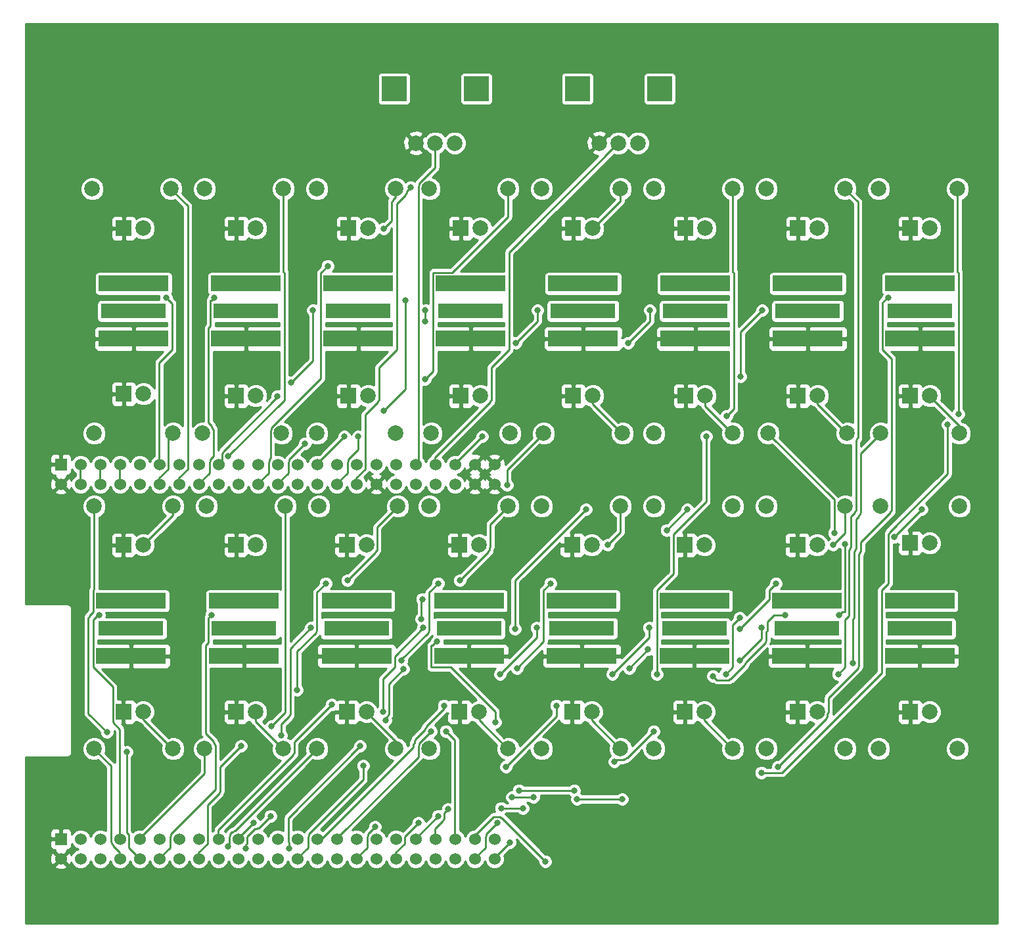
<source format=gbr>
G04 #@! TF.FileFunction,Copper,L1,Top,Signal*
%FSLAX46Y46*%
G04 Gerber Fmt 4.6, Leading zero omitted, Abs format (unit mm)*
G04 Created by KiCad (PCBNEW 0.201508280901+6131~28~ubuntu14.04.1-product) date Tue 03 Nov 2015 05:06:43 PM COT*
%MOMM*%
G01*
G04 APERTURE LIST*
%ADD10C,0.100000*%
%ADD11C,5.200000*%
%ADD12R,2.000000X2.000000*%
%ADD13C,2.000000*%
%ADD14C,1.998980*%
%ADD15R,1.524000X1.524000*%
%ADD16C,1.524000*%
%ADD17R,3.200000X3.200000*%
%ADD18R,9.000000X2.000000*%
%ADD19R,8.400000X1.900000*%
%ADD20C,0.800000*%
%ADD21C,0.250000*%
%ADD22C,0.254000*%
G04 APERTURE END LIST*
D10*
D11*
X88000000Y-150000000D03*
X205000000Y-41000000D03*
X88000000Y-41000000D03*
X205000000Y-150000000D03*
D12*
X197884000Y-63724000D03*
D13*
X200424000Y-63724000D03*
D12*
X183406000Y-63724000D03*
D13*
X185946000Y-63724000D03*
D12*
X168928000Y-63724000D03*
D13*
X171468000Y-63724000D03*
D12*
X154450000Y-63724000D03*
D13*
X156990000Y-63724000D03*
D12*
X139972000Y-63724000D03*
D13*
X142512000Y-63724000D03*
D12*
X125494000Y-63724000D03*
D13*
X128034000Y-63724000D03*
D12*
X111016000Y-63724000D03*
D13*
X113556000Y-63724000D03*
D12*
X96538000Y-63724000D03*
D13*
X99078000Y-63724000D03*
D12*
X197850000Y-104278000D03*
D13*
X200390000Y-104278000D03*
D12*
X183334000Y-104528000D03*
D13*
X185874000Y-104528000D03*
D12*
X168818000Y-104528000D03*
D13*
X171358000Y-104528000D03*
D12*
X154302000Y-104528000D03*
D13*
X156842000Y-104528000D03*
D12*
X139786000Y-104528000D03*
D13*
X142326000Y-104528000D03*
D12*
X125270000Y-104528000D03*
D13*
X127810000Y-104528000D03*
D12*
X111008000Y-104528000D03*
D13*
X113548000Y-104528000D03*
D12*
X96492000Y-104528000D03*
D13*
X99032000Y-104528000D03*
D12*
X197884000Y-85314000D03*
D13*
X200424000Y-85314000D03*
D12*
X183406000Y-85314000D03*
D13*
X185946000Y-85314000D03*
D12*
X168928000Y-85314000D03*
D13*
X171468000Y-85314000D03*
D12*
X154450000Y-85314000D03*
D13*
X156990000Y-85314000D03*
D12*
X139972000Y-85314000D03*
D13*
X142512000Y-85314000D03*
D12*
X125494000Y-85314000D03*
D13*
X128034000Y-85314000D03*
D12*
X111016000Y-85314000D03*
D13*
X113556000Y-85314000D03*
D12*
X96538000Y-85060000D03*
D13*
X99078000Y-85060000D03*
D12*
X197850000Y-126028000D03*
D13*
X200390000Y-126028000D03*
D12*
X183334000Y-126028000D03*
D13*
X185874000Y-126028000D03*
D12*
X168818000Y-126028000D03*
D13*
X171358000Y-126028000D03*
D12*
X154302000Y-126028000D03*
D13*
X156842000Y-126028000D03*
D12*
X139786000Y-126028000D03*
D13*
X142326000Y-126028000D03*
D12*
X125270000Y-126028000D03*
D13*
X127810000Y-126028000D03*
D12*
X111008000Y-126028000D03*
D13*
X113548000Y-126028000D03*
D12*
X96492000Y-126028000D03*
D13*
X99032000Y-126028000D03*
D14*
X193820000Y-58644000D03*
X203980000Y-58644000D03*
X179342000Y-58644000D03*
X189502000Y-58644000D03*
X164864000Y-58644000D03*
X175024000Y-58644000D03*
X160546000Y-58644000D03*
X150386000Y-58644000D03*
X135908000Y-58644000D03*
X146068000Y-58644000D03*
X121430000Y-58644000D03*
X131590000Y-58644000D03*
X106952000Y-58644000D03*
X117112000Y-58644000D03*
X92474000Y-58644000D03*
X102634000Y-58644000D03*
X204234000Y-90140000D03*
X194074000Y-90140000D03*
X189756000Y-90140000D03*
X179596000Y-90140000D03*
X175024000Y-90140000D03*
X164864000Y-90140000D03*
X160800000Y-90140000D03*
X150640000Y-90140000D03*
X136162000Y-90140000D03*
X146322000Y-90140000D03*
X121430000Y-90140000D03*
X131590000Y-90140000D03*
X106698000Y-90140000D03*
X116858000Y-90140000D03*
X92728000Y-90140000D03*
X102888000Y-90140000D03*
X194074000Y-99538000D03*
X204234000Y-99538000D03*
X179342000Y-99538000D03*
X189502000Y-99538000D03*
X164864000Y-99538000D03*
X175024000Y-99538000D03*
X150386000Y-99538000D03*
X160546000Y-99538000D03*
X135908000Y-99538000D03*
X146068000Y-99538000D03*
X121684000Y-99538000D03*
X131844000Y-99538000D03*
X107206000Y-99538000D03*
X117366000Y-99538000D03*
X102888000Y-99538000D03*
X92728000Y-99538000D03*
X193820000Y-130780000D03*
X203980000Y-130780000D03*
X179342000Y-130780000D03*
X189502000Y-130780000D03*
X175024000Y-130780000D03*
X164864000Y-130780000D03*
X160546000Y-130780000D03*
X150386000Y-130780000D03*
X146068000Y-130780000D03*
X135908000Y-130780000D03*
X131590000Y-130780000D03*
X121430000Y-130780000D03*
X117112000Y-130780000D03*
X106952000Y-130780000D03*
X102888000Y-130780000D03*
X92728000Y-130780000D03*
D15*
X88435000Y-142415000D03*
D16*
X88435000Y-144955000D03*
X90975000Y-142415000D03*
X90975000Y-144955000D03*
X93515000Y-142415000D03*
X93515000Y-144955000D03*
X96055000Y-142415000D03*
X96055000Y-144955000D03*
X98595000Y-142415000D03*
X98595000Y-144955000D03*
X101135000Y-142415000D03*
X101135000Y-144955000D03*
X103675000Y-142415000D03*
X103675000Y-144955000D03*
X106215000Y-142415000D03*
X106215000Y-144955000D03*
X108755000Y-142415000D03*
X108755000Y-144955000D03*
X111295000Y-142415000D03*
X111295000Y-144955000D03*
X113835000Y-142415000D03*
X113835000Y-144955000D03*
X116375000Y-142415000D03*
X116375000Y-144955000D03*
X118915000Y-142415000D03*
X118915000Y-144955000D03*
X121455000Y-142415000D03*
X121455000Y-144955000D03*
X123995000Y-142415000D03*
X123995000Y-144955000D03*
X126535000Y-142415000D03*
X126535000Y-144955000D03*
X129075000Y-142415000D03*
X129075000Y-144955000D03*
X131615000Y-142415000D03*
X131615000Y-144955000D03*
X134155000Y-142415000D03*
X134155000Y-144955000D03*
X136695000Y-142415000D03*
X136695000Y-144955000D03*
X139235000Y-142415000D03*
X139235000Y-144955000D03*
X141775000Y-142415000D03*
X141775000Y-144955000D03*
X144315000Y-142415000D03*
X144315000Y-144955000D03*
X88435000Y-96695000D03*
X90975000Y-94155000D03*
X90975000Y-96695000D03*
X93515000Y-94155000D03*
X93515000Y-96695000D03*
X96055000Y-94155000D03*
X96055000Y-96695000D03*
X98595000Y-94155000D03*
X98595000Y-96695000D03*
X101135000Y-94155000D03*
X101135000Y-96695000D03*
X103675000Y-94155000D03*
X103675000Y-96695000D03*
X106215000Y-94155000D03*
X106215000Y-96695000D03*
X108755000Y-94155000D03*
X108755000Y-96695000D03*
X111295000Y-94155000D03*
X111295000Y-96695000D03*
X113835000Y-94155000D03*
X113835000Y-96695000D03*
X116375000Y-94155000D03*
X116375000Y-96695000D03*
X118915000Y-94155000D03*
X118915000Y-96695000D03*
X121455000Y-94155000D03*
X121455000Y-96695000D03*
X123995000Y-94155000D03*
X123995000Y-96695000D03*
X126535000Y-94155000D03*
X126535000Y-96695000D03*
X129075000Y-94155000D03*
X129075000Y-96695000D03*
X131615000Y-94155000D03*
X131615000Y-96695000D03*
X134155000Y-94155000D03*
X134155000Y-96695000D03*
X136695000Y-94155000D03*
X136695000Y-96695000D03*
X139235000Y-94155000D03*
X139235000Y-96695000D03*
X141775000Y-94155000D03*
X141775000Y-96695000D03*
X144315000Y-94155000D03*
X144315000Y-96695000D03*
D15*
X88435000Y-94155000D03*
D17*
X141970000Y-45750000D03*
D13*
X139170000Y-52750000D03*
X136670000Y-52750000D03*
X134170000Y-52750000D03*
D17*
X131370000Y-45750000D03*
X165592000Y-45750000D03*
D13*
X162792000Y-52750000D03*
X160292000Y-52750000D03*
X157792000Y-52750000D03*
D17*
X154992000Y-45750000D03*
D18*
X199154000Y-70842000D03*
X199154000Y-77942000D03*
D19*
X199154000Y-74392000D03*
D18*
X184676000Y-70842000D03*
X184676000Y-77942000D03*
D19*
X184676000Y-74392000D03*
D18*
X170198000Y-70842000D03*
X170198000Y-77942000D03*
D19*
X170198000Y-74392000D03*
D18*
X155720000Y-70842000D03*
X155720000Y-77942000D03*
D19*
X155720000Y-74392000D03*
D18*
X141242000Y-70842000D03*
X141242000Y-77942000D03*
D19*
X141242000Y-74392000D03*
D18*
X126764000Y-70842000D03*
X126764000Y-77942000D03*
D19*
X126764000Y-74392000D03*
D18*
X112286000Y-70842000D03*
X112286000Y-77942000D03*
D19*
X112286000Y-74392000D03*
D18*
X199100000Y-111728000D03*
X199100000Y-118828000D03*
D19*
X199100000Y-115278000D03*
D18*
X184584000Y-111728000D03*
X184584000Y-118828000D03*
D19*
X184584000Y-115278000D03*
D18*
X170068000Y-111728000D03*
X170068000Y-118828000D03*
D19*
X170068000Y-115278000D03*
D18*
X155552000Y-111728000D03*
X155552000Y-118828000D03*
D19*
X155552000Y-115278000D03*
D18*
X141036000Y-111728000D03*
X141036000Y-118828000D03*
D19*
X141036000Y-115278000D03*
D18*
X126520000Y-111728000D03*
X126520000Y-118828000D03*
D19*
X126520000Y-115278000D03*
D18*
X112004000Y-111728000D03*
X112004000Y-118828000D03*
D19*
X112004000Y-115278000D03*
D18*
X97450000Y-111730000D03*
X97450000Y-118830000D03*
D19*
X97450000Y-115280000D03*
D18*
X97808000Y-70842000D03*
X97808000Y-77942000D03*
D19*
X97808000Y-74392000D03*
D20*
X133477000Y-58420000D03*
X107823000Y-113538000D03*
X120650000Y-115189000D03*
X116840000Y-129032000D03*
X135128000Y-115189000D03*
X129921000Y-125984000D03*
X115443000Y-139446000D03*
X112268000Y-143637000D03*
X127381000Y-132969000D03*
X145034000Y-121158000D03*
X149733000Y-115189000D03*
X136144000Y-128524000D03*
X159512000Y-121158000D03*
X164211000Y-115189000D03*
X128905000Y-140843000D03*
X175895000Y-119380000D03*
X178689000Y-115189000D03*
X109982000Y-143383000D03*
X113284000Y-140335000D03*
X115570000Y-127889000D03*
X125349000Y-109093000D03*
X122555000Y-109474000D03*
X118872000Y-123190000D03*
X111633000Y-130429000D03*
X139827000Y-109093000D03*
X137033000Y-109474000D03*
X132334000Y-119380000D03*
X123317000Y-125095000D03*
X137795000Y-125222000D03*
X147193000Y-120396000D03*
X151511000Y-109474000D03*
X158877000Y-104521000D03*
X169164000Y-99949000D03*
X166497000Y-102616000D03*
X135001000Y-111506000D03*
X134874000Y-114046000D03*
X132588000Y-120523000D03*
X130302000Y-127127000D03*
X127000000Y-130429000D03*
X117856000Y-143637000D03*
X145796000Y-133096000D03*
X152273000Y-125222000D03*
X161671000Y-120396000D03*
X164084000Y-117983000D03*
X175895000Y-115316000D03*
X180594000Y-109474000D03*
X187960000Y-104521000D03*
X199390000Y-99949000D03*
X195834000Y-103505000D03*
X175895000Y-113919000D03*
X174117000Y-121158000D03*
X147955000Y-138430000D03*
X145161000Y-138430000D03*
X134493000Y-140335000D03*
X93345000Y-113538000D03*
X96901000Y-131191000D03*
X94361000Y-128651000D03*
X145923000Y-96774000D03*
X188087000Y-102997000D03*
X189484000Y-104394000D03*
X188722000Y-113538000D03*
X181737000Y-113538000D03*
X172466000Y-121412000D03*
X149352000Y-137033000D03*
X146558000Y-137033000D03*
X137033000Y-139446000D03*
X190500000Y-119761000D03*
X164846000Y-128524000D03*
X159766000Y-132461000D03*
X154559000Y-136144000D03*
X147447000Y-136144000D03*
X138303000Y-138557000D03*
X109982000Y-93091000D03*
X122809000Y-68580000D03*
X130048000Y-63754000D03*
X119888000Y-91440000D03*
X135382000Y-83185000D03*
X126746000Y-90551000D03*
X130048000Y-87249000D03*
X132842000Y-73025000D03*
X144653000Y-140335000D03*
X165227000Y-121158000D03*
X171577000Y-90551000D03*
X174244000Y-87884000D03*
X188595000Y-121158000D03*
X146304000Y-142875000D03*
X154940000Y-137287000D03*
X160782000Y-137287000D03*
X178689000Y-133858000D03*
X202692000Y-89027000D03*
X204089000Y-87630000D03*
X101981000Y-72644000D03*
X108204000Y-72644000D03*
X116332000Y-85344000D03*
X118110000Y-83566000D03*
X120904000Y-74295000D03*
X135382000Y-74295000D03*
X135382000Y-75692000D03*
X124968000Y-90551000D03*
X147066000Y-78486000D03*
X149860000Y-74295000D03*
X142748000Y-90551000D03*
X161544000Y-78486000D03*
X164338000Y-74295000D03*
X178816000Y-74295000D03*
X176022000Y-82804000D03*
X156083000Y-99949000D03*
X146939000Y-115316000D03*
X136906000Y-116967000D03*
X144399000Y-127381000D03*
X138049000Y-128524000D03*
X195072000Y-72644000D03*
X180848000Y-133096000D03*
X150876000Y-145288000D03*
D21*
X133477000Y-58420000D02*
X132969000Y-58928000D01*
X132969000Y-58928000D02*
X132969000Y-59182000D01*
X132969000Y-59182000D02*
X132842000Y-59309000D01*
X132842000Y-59309000D02*
X132842000Y-59436000D01*
X132842000Y-59436000D02*
X131699000Y-60579000D01*
X131699000Y-60579000D02*
X131699000Y-79375000D01*
X131699000Y-79375000D02*
X129413000Y-81661000D01*
X129413000Y-81661000D02*
X129413000Y-85852000D01*
X129413000Y-85852000D02*
X129286000Y-85979000D01*
X129286000Y-85979000D02*
X129286000Y-86106000D01*
X129286000Y-86106000D02*
X127635000Y-87757000D01*
X127635000Y-87757000D02*
X127635000Y-94742000D01*
X127635000Y-94742000D02*
X126492000Y-95885000D01*
X126492000Y-95885000D02*
X126492000Y-96647000D01*
X126492000Y-96647000D02*
X126535000Y-96695000D01*
X101135000Y-144955000D02*
X101092000Y-144907000D01*
X101092000Y-144907000D02*
X102489000Y-143510000D01*
X102489000Y-143510000D02*
X102489000Y-142113000D01*
X102489000Y-142113000D02*
X102616000Y-141986000D01*
X102616000Y-141986000D02*
X102616000Y-141732000D01*
X102616000Y-141732000D02*
X108331000Y-136017000D01*
X108331000Y-136017000D02*
X108331000Y-130302000D01*
X108331000Y-130302000D02*
X108204000Y-130175000D01*
X108204000Y-130175000D02*
X108204000Y-130048000D01*
X108204000Y-130048000D02*
X108077000Y-129921000D01*
X108077000Y-129921000D02*
X108077000Y-129794000D01*
X108077000Y-129794000D02*
X107061000Y-128778000D01*
X107061000Y-128778000D02*
X107061000Y-117475000D01*
X107061000Y-117475000D02*
X107442000Y-117094000D01*
X107442000Y-117094000D02*
X107442000Y-113919000D01*
X107442000Y-113919000D02*
X107823000Y-113538000D01*
X120650000Y-115189000D02*
X117983000Y-117856000D01*
X117983000Y-117856000D02*
X117983000Y-126365000D01*
X117983000Y-126365000D02*
X117856000Y-126492000D01*
X117856000Y-126492000D02*
X117856000Y-126619000D01*
X117856000Y-126619000D02*
X116840000Y-127635000D01*
X116840000Y-127635000D02*
X116840000Y-129032000D01*
X135128000Y-115189000D02*
X131445000Y-118872000D01*
X131445000Y-118872000D02*
X131445000Y-120269000D01*
X131445000Y-120269000D02*
X129921000Y-121793000D01*
X129921000Y-121793000D02*
X129921000Y-125984000D01*
X115443000Y-139446000D02*
X113919000Y-140970000D01*
X113919000Y-140970000D02*
X113792000Y-140970000D01*
X113792000Y-140970000D02*
X113665000Y-141097000D01*
X113665000Y-141097000D02*
X113411000Y-141097000D01*
X113411000Y-141097000D02*
X112395000Y-142113000D01*
X112395000Y-142113000D02*
X112395000Y-143002000D01*
X112395000Y-143002000D02*
X112268000Y-143129000D01*
X112268000Y-143129000D02*
X112268000Y-143637000D01*
X118915000Y-144955000D02*
X118872000Y-144907000D01*
X118872000Y-144907000D02*
X120269000Y-143510000D01*
X120269000Y-143510000D02*
X120269000Y-142113000D01*
X120269000Y-142113000D02*
X120396000Y-141986000D01*
X120396000Y-141986000D02*
X120396000Y-141732000D01*
X120396000Y-141732000D02*
X127381000Y-134747000D01*
X127381000Y-134747000D02*
X127381000Y-132969000D01*
X145034000Y-121158000D02*
X149733000Y-116459000D01*
X149733000Y-116459000D02*
X149733000Y-115189000D01*
X123995000Y-142415000D02*
X123952000Y-142367000D01*
X123952000Y-142367000D02*
X134493000Y-131826000D01*
X134493000Y-131826000D02*
X134493000Y-130429000D01*
X134493000Y-130429000D02*
X134620000Y-130302000D01*
X134620000Y-130302000D02*
X134620000Y-130048000D01*
X134620000Y-130048000D02*
X136144000Y-128524000D01*
X159512000Y-121158000D02*
X164211000Y-116459000D01*
X164211000Y-116459000D02*
X164211000Y-115189000D01*
X126535000Y-144955000D02*
X126492000Y-144907000D01*
X126492000Y-144907000D02*
X127889000Y-143510000D01*
X127889000Y-143510000D02*
X127889000Y-142113000D01*
X127889000Y-142113000D02*
X128016000Y-141986000D01*
X128016000Y-141986000D02*
X128016000Y-141732000D01*
X128016000Y-141732000D02*
X128905000Y-140843000D01*
X175895000Y-119380000D02*
X178689000Y-116586000D01*
X178689000Y-116586000D02*
X178689000Y-115189000D01*
X98595000Y-142415000D02*
X98552000Y-142367000D01*
X98552000Y-142367000D02*
X106934000Y-133985000D01*
X106934000Y-133985000D02*
X106934000Y-130810000D01*
X106934000Y-130810000D02*
X106952000Y-130780000D01*
X109982000Y-143383000D02*
X110109000Y-143256000D01*
X110109000Y-143256000D02*
X110109000Y-142113000D01*
X110109000Y-142113000D02*
X110236000Y-141986000D01*
X110236000Y-141986000D02*
X110236000Y-141732000D01*
X110236000Y-141732000D02*
X110490000Y-141478000D01*
X110490000Y-141478000D02*
X110617000Y-141478000D01*
X110617000Y-141478000D02*
X110744000Y-141351000D01*
X110744000Y-141351000D02*
X110871000Y-141351000D01*
X110871000Y-141351000D02*
X121412000Y-130810000D01*
X121412000Y-130810000D02*
X121430000Y-130780000D01*
X113284000Y-140335000D02*
X111252000Y-142367000D01*
X111252000Y-142367000D02*
X111295000Y-142415000D01*
X93515000Y-96695000D02*
X93472000Y-96647000D01*
X93472000Y-96647000D02*
X93472000Y-94107000D01*
X93472000Y-94107000D02*
X93515000Y-94155000D01*
X96055000Y-94155000D02*
X96012000Y-94107000D01*
X96012000Y-94107000D02*
X96012000Y-96647000D01*
X96012000Y-96647000D02*
X96055000Y-96695000D01*
X115570000Y-127889000D02*
X117348000Y-126111000D01*
X117348000Y-126111000D02*
X117348000Y-99568000D01*
X117348000Y-99568000D02*
X117366000Y-99538000D01*
X131844000Y-99538000D02*
X131826000Y-99568000D01*
X131826000Y-99568000D02*
X129159000Y-102235000D01*
X129159000Y-102235000D02*
X129159000Y-105156000D01*
X129159000Y-105156000D02*
X128905000Y-105410000D01*
X128905000Y-105410000D02*
X128905000Y-105537000D01*
X128905000Y-105537000D02*
X125349000Y-109093000D01*
X122555000Y-109474000D02*
X121412000Y-110617000D01*
X121412000Y-110617000D02*
X121412000Y-115570000D01*
X121412000Y-115570000D02*
X121285000Y-115697000D01*
X121285000Y-115697000D02*
X121285000Y-115824000D01*
X121285000Y-115824000D02*
X118872000Y-118237000D01*
X118872000Y-118237000D02*
X118872000Y-123190000D01*
X111633000Y-130429000D02*
X108966000Y-133096000D01*
X108966000Y-133096000D02*
X108966000Y-136271000D01*
X108966000Y-136271000D02*
X108839000Y-136398000D01*
X108839000Y-136398000D02*
X108839000Y-136525000D01*
X108839000Y-136525000D02*
X107315000Y-138049000D01*
X107315000Y-138049000D02*
X107315000Y-143002000D01*
X107315000Y-143002000D02*
X106172000Y-144145000D01*
X106172000Y-144145000D02*
X106172000Y-144907000D01*
X106172000Y-144907000D02*
X106215000Y-144955000D01*
X146068000Y-99538000D02*
X146050000Y-99568000D01*
X146050000Y-99568000D02*
X143764000Y-101854000D01*
X143764000Y-101854000D02*
X143764000Y-104775000D01*
X143764000Y-104775000D02*
X143637000Y-104902000D01*
X143637000Y-104902000D02*
X143637000Y-105156000D01*
X143637000Y-105156000D02*
X143510000Y-105283000D01*
X143510000Y-105283000D02*
X143510000Y-105410000D01*
X143510000Y-105410000D02*
X139827000Y-109093000D01*
X137033000Y-109474000D02*
X135890000Y-110617000D01*
X135890000Y-110617000D02*
X135890000Y-115570000D01*
X135890000Y-115570000D02*
X135763000Y-115697000D01*
X135763000Y-115697000D02*
X135763000Y-115824000D01*
X135763000Y-115824000D02*
X132334000Y-119253000D01*
X132334000Y-119253000D02*
X132334000Y-119380000D01*
X123317000Y-125095000D02*
X118491000Y-129921000D01*
X118491000Y-129921000D02*
X118491000Y-131318000D01*
X118491000Y-131318000D02*
X118364000Y-131445000D01*
X118364000Y-131445000D02*
X118364000Y-131572000D01*
X118364000Y-131572000D02*
X108712000Y-141224000D01*
X108712000Y-141224000D02*
X108712000Y-142367000D01*
X108712000Y-142367000D02*
X108755000Y-142415000D01*
X121455000Y-142415000D02*
X121412000Y-142367000D01*
X121412000Y-142367000D02*
X122047000Y-142367000D01*
X122047000Y-142367000D02*
X133858000Y-130556000D01*
X133858000Y-130556000D02*
X133858000Y-130175000D01*
X133858000Y-130175000D02*
X133985000Y-130048000D01*
X133985000Y-130048000D02*
X133985000Y-129794000D01*
X133985000Y-129794000D02*
X134112000Y-129667000D01*
X134112000Y-129667000D02*
X134112000Y-129540000D01*
X134112000Y-129540000D02*
X135382000Y-128270000D01*
X135382000Y-128270000D02*
X135382000Y-128143000D01*
X135382000Y-128143000D02*
X135509000Y-128016000D01*
X135509000Y-128016000D02*
X135509000Y-127889000D01*
X135509000Y-127889000D02*
X137795000Y-125603000D01*
X137795000Y-125603000D02*
X137795000Y-125222000D01*
X147193000Y-120396000D02*
X150622000Y-116967000D01*
X150622000Y-116967000D02*
X150622000Y-110363000D01*
X150622000Y-110363000D02*
X151511000Y-109474000D01*
X158877000Y-104521000D02*
X160528000Y-102870000D01*
X160528000Y-102870000D02*
X160528000Y-99568000D01*
X160528000Y-99568000D02*
X160546000Y-99538000D01*
X169164000Y-99949000D02*
X166497000Y-102616000D01*
X135001000Y-111506000D02*
X134874000Y-111633000D01*
X134874000Y-111633000D02*
X134874000Y-114046000D01*
X132588000Y-120523000D02*
X130683000Y-122428000D01*
X130683000Y-122428000D02*
X130683000Y-126365000D01*
X130683000Y-126365000D02*
X130556000Y-126492000D01*
X130556000Y-126492000D02*
X130556000Y-126619000D01*
X130556000Y-126619000D02*
X130302000Y-126873000D01*
X130302000Y-126873000D02*
X130302000Y-127127000D01*
X127000000Y-130429000D02*
X117729000Y-139700000D01*
X117729000Y-139700000D02*
X117729000Y-142748000D01*
X117729000Y-142748000D02*
X117856000Y-142875000D01*
X117856000Y-142875000D02*
X117856000Y-143637000D01*
X145796000Y-133096000D02*
X152273000Y-126619000D01*
X152273000Y-126619000D02*
X152273000Y-125222000D01*
X161671000Y-120396000D02*
X164084000Y-117983000D01*
X175895000Y-115316000D02*
X179705000Y-111506000D01*
X179705000Y-111506000D02*
X179705000Y-110363000D01*
X179705000Y-110363000D02*
X180594000Y-109474000D01*
X187960000Y-104521000D02*
X189484000Y-102997000D01*
X189484000Y-102997000D02*
X189484000Y-99568000D01*
X189484000Y-99568000D02*
X189502000Y-99538000D01*
X199390000Y-99949000D02*
X195834000Y-103505000D01*
X175895000Y-113919000D02*
X175006000Y-114808000D01*
X175006000Y-114808000D02*
X175006000Y-120269000D01*
X175006000Y-120269000D02*
X174117000Y-121158000D01*
X147955000Y-138430000D02*
X145161000Y-138430000D01*
X134493000Y-140335000D02*
X132715000Y-142113000D01*
X132715000Y-142113000D02*
X132715000Y-143002000D01*
X132715000Y-143002000D02*
X131572000Y-144145000D01*
X131572000Y-144145000D02*
X131572000Y-144907000D01*
X131572000Y-144907000D02*
X131615000Y-144955000D01*
X90975000Y-94155000D02*
X90932000Y-94107000D01*
X90932000Y-94107000D02*
X90932000Y-96647000D01*
X90932000Y-96647000D02*
X90975000Y-96695000D01*
X93345000Y-113538000D02*
X93218000Y-113538000D01*
X93218000Y-113538000D02*
X92583000Y-114173000D01*
X92583000Y-114173000D02*
X92583000Y-120269000D01*
X92583000Y-120269000D02*
X95123000Y-122809000D01*
X95123000Y-122809000D02*
X95123000Y-127381000D01*
X95123000Y-127381000D02*
X96012000Y-128270000D01*
X96012000Y-128270000D02*
X96012000Y-142367000D01*
X96012000Y-142367000D02*
X96055000Y-142415000D01*
X92728000Y-130780000D02*
X92710000Y-130810000D01*
X92710000Y-130810000D02*
X94869000Y-132969000D01*
X94869000Y-132969000D02*
X94869000Y-142748000D01*
X94869000Y-142748000D02*
X94996000Y-142875000D01*
X94996000Y-142875000D02*
X94996000Y-143002000D01*
X94996000Y-143002000D02*
X95123000Y-143129000D01*
X95123000Y-143129000D02*
X95123000Y-143256000D01*
X95123000Y-143256000D02*
X96012000Y-144145000D01*
X96012000Y-144145000D02*
X96012000Y-144907000D01*
X96012000Y-144907000D02*
X96055000Y-144955000D01*
X98595000Y-144955000D02*
X98552000Y-144907000D01*
X98552000Y-144907000D02*
X97155000Y-143510000D01*
X97155000Y-143510000D02*
X97155000Y-141859000D01*
X97155000Y-141859000D02*
X96901000Y-141605000D01*
X96901000Y-141605000D02*
X96901000Y-131191000D01*
X94361000Y-128651000D02*
X91948000Y-126238000D01*
X91948000Y-126238000D02*
X91948000Y-113919000D01*
X91948000Y-113919000D02*
X92075000Y-113792000D01*
X92075000Y-113792000D02*
X92075000Y-113665000D01*
X92075000Y-113665000D02*
X92583000Y-113157000D01*
X92583000Y-113157000D02*
X92583000Y-110363000D01*
X92583000Y-110363000D02*
X92710000Y-110236000D01*
X92710000Y-110236000D02*
X92710000Y-99568000D01*
X92710000Y-99568000D02*
X92728000Y-99538000D01*
X102888000Y-130780000D02*
X102870000Y-130810000D01*
X102870000Y-130810000D02*
X99060000Y-127000000D01*
X99060000Y-127000000D02*
X99060000Y-125984000D01*
X99060000Y-125984000D02*
X99032000Y-126028000D01*
X117112000Y-130780000D02*
X117094000Y-130810000D01*
X117094000Y-130810000D02*
X113538000Y-127254000D01*
X113538000Y-127254000D02*
X113538000Y-125984000D01*
X113538000Y-125984000D02*
X113548000Y-126028000D01*
X127810000Y-126028000D02*
X127762000Y-125984000D01*
X127762000Y-125984000D02*
X131572000Y-129794000D01*
X131572000Y-129794000D02*
X131572000Y-130810000D01*
X131572000Y-130810000D02*
X131590000Y-130780000D01*
X146068000Y-130780000D02*
X146050000Y-130810000D01*
X146050000Y-130810000D02*
X142367000Y-127127000D01*
X142367000Y-127127000D02*
X142367000Y-125984000D01*
X142367000Y-125984000D02*
X142326000Y-126028000D01*
X160546000Y-130780000D02*
X160528000Y-130810000D01*
X160528000Y-130810000D02*
X156845000Y-127127000D01*
X156845000Y-127127000D02*
X156845000Y-125984000D01*
X156845000Y-125984000D02*
X156842000Y-126028000D01*
X175024000Y-130780000D02*
X175006000Y-130810000D01*
X175006000Y-130810000D02*
X171323000Y-127127000D01*
X171323000Y-127127000D02*
X171323000Y-125984000D01*
X171323000Y-125984000D02*
X171358000Y-126028000D01*
X99032000Y-104528000D02*
X99060000Y-104521000D01*
X99060000Y-104521000D02*
X102870000Y-100711000D01*
X102870000Y-100711000D02*
X102870000Y-99568000D01*
X102870000Y-99568000D02*
X102888000Y-99538000D01*
X160800000Y-90140000D02*
X160782000Y-90170000D01*
X160782000Y-90170000D02*
X156972000Y-86360000D01*
X156972000Y-86360000D02*
X156972000Y-85344000D01*
X156972000Y-85344000D02*
X156990000Y-85314000D01*
X175024000Y-90140000D02*
X175006000Y-90170000D01*
X175006000Y-90170000D02*
X171450000Y-86614000D01*
X171450000Y-86614000D02*
X171450000Y-85344000D01*
X171450000Y-85344000D02*
X171468000Y-85314000D01*
X189756000Y-90140000D02*
X189738000Y-90170000D01*
X189738000Y-90170000D02*
X185928000Y-86360000D01*
X185928000Y-86360000D02*
X185928000Y-85344000D01*
X185928000Y-85344000D02*
X185946000Y-85314000D01*
X200424000Y-85314000D02*
X200406000Y-85344000D01*
X200406000Y-85344000D02*
X204216000Y-89154000D01*
X204216000Y-89154000D02*
X204216000Y-90170000D01*
X204216000Y-90170000D02*
X204234000Y-90140000D01*
X156990000Y-63724000D02*
X156972000Y-63754000D01*
X156972000Y-63754000D02*
X160528000Y-60198000D01*
X160528000Y-60198000D02*
X160528000Y-58674000D01*
X160528000Y-58674000D02*
X160546000Y-58644000D01*
X102888000Y-90140000D02*
X102870000Y-90170000D01*
X102870000Y-90170000D02*
X102235000Y-90805000D01*
X102235000Y-90805000D02*
X102235000Y-94742000D01*
X102235000Y-94742000D02*
X101092000Y-95885000D01*
X101092000Y-95885000D02*
X101092000Y-96647000D01*
X101092000Y-96647000D02*
X101135000Y-96695000D01*
X150640000Y-90140000D02*
X150622000Y-90170000D01*
X150622000Y-90170000D02*
X145923000Y-94869000D01*
X145923000Y-94869000D02*
X145923000Y-96774000D01*
X179596000Y-90140000D02*
X179578000Y-90170000D01*
X179578000Y-90170000D02*
X188087000Y-98679000D01*
X188087000Y-98679000D02*
X188087000Y-102997000D01*
X189484000Y-104394000D02*
X189484000Y-113157000D01*
X189484000Y-113157000D02*
X189103000Y-113157000D01*
X189103000Y-113157000D02*
X188722000Y-113538000D01*
X181737000Y-113538000D02*
X180340000Y-113538000D01*
X180340000Y-113538000D02*
X179451000Y-114427000D01*
X179451000Y-114427000D02*
X179451000Y-115570000D01*
X179451000Y-115570000D02*
X179324000Y-115697000D01*
X179324000Y-115697000D02*
X179324000Y-116840000D01*
X179324000Y-116840000D02*
X179197000Y-116967000D01*
X179197000Y-116967000D02*
X179197000Y-117094000D01*
X179197000Y-117094000D02*
X176657000Y-119634000D01*
X176657000Y-119634000D02*
X176657000Y-119761000D01*
X176657000Y-119761000D02*
X176530000Y-119888000D01*
X176530000Y-119888000D02*
X176530000Y-120015000D01*
X176530000Y-120015000D02*
X174752000Y-121793000D01*
X174752000Y-121793000D02*
X174625000Y-121793000D01*
X174625000Y-121793000D02*
X174498000Y-121920000D01*
X174498000Y-121920000D02*
X172974000Y-121920000D01*
X172974000Y-121920000D02*
X172466000Y-121412000D01*
X149352000Y-137033000D02*
X146558000Y-137033000D01*
X137033000Y-139446000D02*
X134112000Y-142367000D01*
X134112000Y-142367000D02*
X134155000Y-142415000D01*
X194074000Y-90140000D02*
X194056000Y-90170000D01*
X194056000Y-90170000D02*
X191516000Y-92710000D01*
X191516000Y-92710000D02*
X191516000Y-100330000D01*
X191516000Y-100330000D02*
X191389000Y-100457000D01*
X191389000Y-100457000D02*
X191389000Y-100584000D01*
X191389000Y-100584000D02*
X191262000Y-100711000D01*
X191262000Y-100711000D02*
X191262000Y-100838000D01*
X191262000Y-100838000D02*
X190881000Y-101219000D01*
X190881000Y-101219000D02*
X190881000Y-105029000D01*
X190881000Y-105029000D02*
X190754000Y-105156000D01*
X190754000Y-105156000D02*
X190754000Y-105283000D01*
X190754000Y-105283000D02*
X190627000Y-105410000D01*
X190627000Y-105410000D02*
X190627000Y-113919000D01*
X190627000Y-113919000D02*
X190500000Y-114046000D01*
X190500000Y-114046000D02*
X190500000Y-119761000D01*
X164846000Y-128524000D02*
X161417000Y-131953000D01*
X161417000Y-131953000D02*
X161290000Y-131953000D01*
X161290000Y-131953000D02*
X161163000Y-132080000D01*
X161163000Y-132080000D02*
X161036000Y-132080000D01*
X161036000Y-132080000D02*
X160909000Y-132207000D01*
X160909000Y-132207000D02*
X160020000Y-132207000D01*
X160020000Y-132207000D02*
X159766000Y-132461000D01*
X154559000Y-136144000D02*
X147447000Y-136144000D01*
X138303000Y-138557000D02*
X137795000Y-139065000D01*
X137795000Y-139065000D02*
X137795000Y-139827000D01*
X137795000Y-139827000D02*
X137668000Y-139954000D01*
X137668000Y-139954000D02*
X137668000Y-140081000D01*
X137668000Y-140081000D02*
X136652000Y-141097000D01*
X136652000Y-141097000D02*
X136652000Y-142367000D01*
X136652000Y-142367000D02*
X136695000Y-142415000D01*
X102634000Y-58644000D02*
X102616000Y-58674000D01*
X102616000Y-58674000D02*
X104775000Y-60833000D01*
X104775000Y-60833000D02*
X104775000Y-94742000D01*
X104775000Y-94742000D02*
X103632000Y-95885000D01*
X103632000Y-95885000D02*
X103632000Y-96647000D01*
X103632000Y-96647000D02*
X103675000Y-96695000D01*
X109982000Y-93091000D02*
X117221000Y-85852000D01*
X117221000Y-85852000D02*
X117221000Y-69469000D01*
X117221000Y-69469000D02*
X117094000Y-69342000D01*
X117094000Y-69342000D02*
X117094000Y-58674000D01*
X117094000Y-58674000D02*
X117112000Y-58644000D01*
X113835000Y-96695000D02*
X113792000Y-96647000D01*
X113792000Y-96647000D02*
X115189000Y-95250000D01*
X115189000Y-95250000D02*
X115189000Y-93853000D01*
X115189000Y-93853000D02*
X115316000Y-93726000D01*
X115316000Y-93726000D02*
X115316000Y-93472000D01*
X115316000Y-93472000D02*
X115443000Y-93345000D01*
X115443000Y-93345000D02*
X115443000Y-89789000D01*
X115443000Y-89789000D02*
X115570000Y-89662000D01*
X115570000Y-89662000D02*
X115570000Y-89408000D01*
X115570000Y-89408000D02*
X121920000Y-83058000D01*
X121920000Y-83058000D02*
X121920000Y-69469000D01*
X121920000Y-69469000D02*
X122809000Y-68580000D01*
X130048000Y-63754000D02*
X131064000Y-62738000D01*
X131064000Y-62738000D02*
X131064000Y-60325000D01*
X131064000Y-60325000D02*
X131191000Y-60198000D01*
X131191000Y-60198000D02*
X131191000Y-60071000D01*
X131191000Y-60071000D02*
X131572000Y-59690000D01*
X131572000Y-59690000D02*
X131572000Y-58674000D01*
X131572000Y-58674000D02*
X131590000Y-58644000D01*
X116375000Y-96695000D02*
X116332000Y-96647000D01*
X116332000Y-96647000D02*
X117729000Y-95250000D01*
X117729000Y-95250000D02*
X117729000Y-93853000D01*
X117729000Y-93853000D02*
X117856000Y-93726000D01*
X117856000Y-93726000D02*
X117856000Y-93472000D01*
X117856000Y-93472000D02*
X119888000Y-91440000D01*
X135382000Y-83185000D02*
X136398000Y-82169000D01*
X136398000Y-82169000D02*
X136398000Y-69469000D01*
X136398000Y-69469000D02*
X138811000Y-69469000D01*
X138811000Y-69469000D02*
X146050000Y-62230000D01*
X146050000Y-62230000D02*
X146050000Y-58674000D01*
X146050000Y-58674000D02*
X146068000Y-58644000D01*
X123995000Y-96695000D02*
X123952000Y-96647000D01*
X123952000Y-96647000D02*
X125349000Y-95250000D01*
X125349000Y-95250000D02*
X125349000Y-93853000D01*
X125349000Y-93853000D02*
X125476000Y-93726000D01*
X125476000Y-93726000D02*
X125476000Y-93472000D01*
X125476000Y-93472000D02*
X126746000Y-92202000D01*
X126746000Y-92202000D02*
X126746000Y-90551000D01*
X130048000Y-87249000D02*
X132842000Y-84455000D01*
X132842000Y-84455000D02*
X132842000Y-73025000D01*
X141775000Y-144955000D02*
X141732000Y-144907000D01*
X141732000Y-144907000D02*
X143129000Y-143510000D01*
X143129000Y-143510000D02*
X143129000Y-142113000D01*
X143129000Y-142113000D02*
X143256000Y-141986000D01*
X143256000Y-141986000D02*
X143256000Y-141732000D01*
X143256000Y-141732000D02*
X144653000Y-140335000D01*
X165227000Y-121158000D02*
X165227000Y-110363000D01*
X165227000Y-110363000D02*
X167386000Y-108204000D01*
X167386000Y-108204000D02*
X167386000Y-103124000D01*
X167386000Y-103124000D02*
X171577000Y-98933000D01*
X171577000Y-98933000D02*
X171577000Y-90551000D01*
X174244000Y-87884000D02*
X175133000Y-86995000D01*
X175133000Y-86995000D02*
X175133000Y-69469000D01*
X175133000Y-69469000D02*
X175006000Y-69342000D01*
X175006000Y-69342000D02*
X175006000Y-58674000D01*
X175006000Y-58674000D02*
X175024000Y-58644000D01*
X189502000Y-58644000D02*
X189484000Y-58674000D01*
X189484000Y-58674000D02*
X191135000Y-60325000D01*
X191135000Y-60325000D02*
X191135000Y-90678000D01*
X191135000Y-90678000D02*
X191008000Y-90805000D01*
X191008000Y-90805000D02*
X191008000Y-90932000D01*
X191008000Y-90932000D02*
X190881000Y-91059000D01*
X190881000Y-91059000D02*
X190881000Y-100076000D01*
X190881000Y-100076000D02*
X190754000Y-100203000D01*
X190754000Y-100203000D02*
X190754000Y-100330000D01*
X190754000Y-100330000D02*
X190246000Y-100838000D01*
X190246000Y-100838000D02*
X190246000Y-104775000D01*
X190246000Y-104775000D02*
X190119000Y-104902000D01*
X190119000Y-104902000D02*
X190119000Y-105029000D01*
X190119000Y-105029000D02*
X189992000Y-105156000D01*
X189992000Y-105156000D02*
X189992000Y-113665000D01*
X189992000Y-113665000D02*
X189484000Y-114173000D01*
X189484000Y-114173000D02*
X189484000Y-120269000D01*
X189484000Y-120269000D02*
X188595000Y-121158000D01*
X146304000Y-142875000D02*
X144272000Y-144907000D01*
X144272000Y-144907000D02*
X144315000Y-144955000D01*
X154940000Y-137287000D02*
X160782000Y-137287000D01*
X178689000Y-133858000D02*
X181356000Y-133858000D01*
X181356000Y-133858000D02*
X194183000Y-121031000D01*
X194183000Y-121031000D02*
X194183000Y-110363000D01*
X194183000Y-110363000D02*
X195072000Y-109474000D01*
X195072000Y-109474000D02*
X195072000Y-103124000D01*
X195072000Y-103124000D02*
X195199000Y-102997000D01*
X195199000Y-102997000D02*
X195199000Y-102870000D01*
X195199000Y-102870000D02*
X202692000Y-95377000D01*
X202692000Y-95377000D02*
X202692000Y-89027000D01*
X204089000Y-87630000D02*
X204089000Y-69469000D01*
X204089000Y-69469000D02*
X203962000Y-69342000D01*
X203962000Y-69342000D02*
X203962000Y-58674000D01*
X203962000Y-58674000D02*
X203980000Y-58644000D01*
X101981000Y-72644000D02*
X102743000Y-73406000D01*
X102743000Y-73406000D02*
X102743000Y-79375000D01*
X102743000Y-79375000D02*
X101092000Y-81026000D01*
X101092000Y-81026000D02*
X101092000Y-94107000D01*
X101092000Y-94107000D02*
X101135000Y-94155000D01*
X106215000Y-96695000D02*
X106172000Y-96647000D01*
X106172000Y-96647000D02*
X107569000Y-95250000D01*
X107569000Y-95250000D02*
X107569000Y-93853000D01*
X107569000Y-93853000D02*
X107696000Y-93726000D01*
X107696000Y-93726000D02*
X107696000Y-93472000D01*
X107696000Y-93472000D02*
X108077000Y-93091000D01*
X108077000Y-93091000D02*
X108077000Y-89662000D01*
X108077000Y-89662000D02*
X107950000Y-89535000D01*
X107950000Y-89535000D02*
X107950000Y-89408000D01*
X107950000Y-89408000D02*
X107823000Y-89281000D01*
X107823000Y-89281000D02*
X107823000Y-89154000D01*
X107823000Y-89154000D02*
X107442000Y-88773000D01*
X107442000Y-88773000D02*
X107442000Y-76581000D01*
X107442000Y-76581000D02*
X107696000Y-76327000D01*
X107696000Y-76327000D02*
X107696000Y-73025000D01*
X107696000Y-73025000D02*
X107823000Y-73025000D01*
X107823000Y-73025000D02*
X108204000Y-72644000D01*
X108755000Y-94155000D02*
X108712000Y-94107000D01*
X108712000Y-94107000D02*
X109220000Y-93599000D01*
X109220000Y-93599000D02*
X109220000Y-92710000D01*
X109220000Y-92710000D02*
X109347000Y-92583000D01*
X109347000Y-92583000D02*
X109347000Y-92456000D01*
X109347000Y-92456000D02*
X116332000Y-85471000D01*
X116332000Y-85471000D02*
X116332000Y-85344000D01*
X118110000Y-83566000D02*
X120904000Y-80772000D01*
X120904000Y-80772000D02*
X120904000Y-74295000D01*
X135382000Y-74295000D02*
X135382000Y-75692000D01*
X121455000Y-94155000D02*
X121412000Y-94107000D01*
X121412000Y-94107000D02*
X124968000Y-90551000D01*
X147066000Y-78486000D02*
X149860000Y-75692000D01*
X149860000Y-75692000D02*
X149860000Y-74295000D01*
X139235000Y-94155000D02*
X139192000Y-94107000D01*
X139192000Y-94107000D02*
X142748000Y-90551000D01*
X161544000Y-78486000D02*
X164338000Y-75692000D01*
X164338000Y-75692000D02*
X164338000Y-74295000D01*
X178816000Y-74295000D02*
X176022000Y-77089000D01*
X176022000Y-77089000D02*
X176022000Y-82804000D01*
X156083000Y-99949000D02*
X146939000Y-109093000D01*
X146939000Y-109093000D02*
X146939000Y-115316000D01*
X136906000Y-116967000D02*
X136779000Y-116967000D01*
X136779000Y-116967000D02*
X136271000Y-117475000D01*
X136271000Y-117475000D02*
X136144000Y-117475000D01*
X136144000Y-117475000D02*
X136144000Y-120269000D01*
X136144000Y-120269000D02*
X138684000Y-120269000D01*
X138684000Y-120269000D02*
X144399000Y-125984000D01*
X144399000Y-125984000D02*
X144399000Y-127381000D01*
X138049000Y-128524000D02*
X139192000Y-129667000D01*
X139192000Y-129667000D02*
X139192000Y-142367000D01*
X139192000Y-142367000D02*
X139235000Y-142415000D01*
X195072000Y-72644000D02*
X194945000Y-72644000D01*
X194945000Y-72644000D02*
X194310000Y-73279000D01*
X194310000Y-73279000D02*
X194310000Y-79375000D01*
X194310000Y-79375000D02*
X195453000Y-80518000D01*
X195453000Y-80518000D02*
X195453000Y-100076000D01*
X195453000Y-100076000D02*
X195326000Y-100203000D01*
X195326000Y-100203000D02*
X195326000Y-100330000D01*
X195326000Y-100330000D02*
X191516000Y-104140000D01*
X191516000Y-104140000D02*
X191516000Y-105283000D01*
X191516000Y-105283000D02*
X191389000Y-105410000D01*
X191389000Y-105410000D02*
X191389000Y-105537000D01*
X191389000Y-105537000D02*
X191262000Y-105664000D01*
X191262000Y-105664000D02*
X191262000Y-120142000D01*
X191262000Y-120142000D02*
X191135000Y-120269000D01*
X191135000Y-120269000D02*
X191135000Y-120396000D01*
X191135000Y-120396000D02*
X187325000Y-124206000D01*
X187325000Y-124206000D02*
X187325000Y-126111000D01*
X187325000Y-126111000D02*
X187198000Y-126238000D01*
X187198000Y-126238000D02*
X187198000Y-126619000D01*
X187198000Y-126619000D02*
X187071000Y-126746000D01*
X187071000Y-126746000D02*
X187071000Y-126873000D01*
X187071000Y-126873000D02*
X180848000Y-133096000D01*
X150876000Y-145288000D02*
X145288000Y-139700000D01*
X145288000Y-139700000D02*
X145161000Y-139700000D01*
X145161000Y-139700000D02*
X145034000Y-139573000D01*
X145034000Y-139573000D02*
X144145000Y-139573000D01*
X144145000Y-139573000D02*
X141732000Y-141986000D01*
X141732000Y-141986000D02*
X141732000Y-142367000D01*
X141732000Y-142367000D02*
X141775000Y-142415000D01*
X134155000Y-94155000D02*
X134112000Y-94107000D01*
X134112000Y-94107000D02*
X134493000Y-93726000D01*
X134493000Y-93726000D02*
X134493000Y-58293000D01*
X134493000Y-58293000D02*
X134620000Y-58166000D01*
X134620000Y-58166000D02*
X134620000Y-57912000D01*
X134620000Y-57912000D02*
X136652000Y-55880000D01*
X136652000Y-55880000D02*
X136652000Y-52705000D01*
X136652000Y-52705000D02*
X136670000Y-52750000D01*
X160292000Y-52750000D02*
X160274000Y-52705000D01*
X160274000Y-52705000D02*
X146177000Y-66802000D01*
X146177000Y-66802000D02*
X146177000Y-79375000D01*
X146177000Y-79375000D02*
X143891000Y-81661000D01*
X143891000Y-81661000D02*
X143891000Y-85852000D01*
X143891000Y-85852000D02*
X143764000Y-85979000D01*
X143764000Y-85979000D02*
X143764000Y-86106000D01*
X143764000Y-86106000D02*
X136652000Y-93218000D01*
X136652000Y-93218000D02*
X136652000Y-94107000D01*
X136652000Y-94107000D02*
X136695000Y-94155000D01*
D22*
G36*
X209148000Y-153288000D02*
X83852000Y-153288000D01*
X83852000Y-145935213D01*
X87634392Y-145935213D01*
X87703857Y-146177397D01*
X88227302Y-146364144D01*
X88782368Y-146336362D01*
X89166143Y-146177397D01*
X89235608Y-145935213D01*
X88435000Y-145134605D01*
X87634392Y-145935213D01*
X83852000Y-145935213D01*
X83852000Y-144747302D01*
X87025856Y-144747302D01*
X87053638Y-145302368D01*
X87212603Y-145686143D01*
X87454787Y-145755608D01*
X88255395Y-144955000D01*
X87454787Y-144154392D01*
X87212603Y-144223857D01*
X87025856Y-144747302D01*
X83852000Y-144747302D01*
X83852000Y-142700750D01*
X87038000Y-142700750D01*
X87038000Y-143303310D01*
X87134673Y-143536699D01*
X87313302Y-143715327D01*
X87546691Y-143812000D01*
X87681084Y-143812000D01*
X87634392Y-143974787D01*
X88435000Y-144775395D01*
X89235608Y-143974787D01*
X89188916Y-143812000D01*
X89323309Y-143812000D01*
X89556698Y-143715327D01*
X89735327Y-143536699D01*
X89832000Y-143303310D01*
X89832000Y-143024160D01*
X89881602Y-143144206D01*
X90243887Y-143507124D01*
X90672730Y-143685196D01*
X90245794Y-143861602D01*
X89882876Y-144223887D01*
X89770004Y-144495713D01*
X89657397Y-144223857D01*
X89415213Y-144154392D01*
X88614605Y-144955000D01*
X89415213Y-145755608D01*
X89657397Y-145686143D01*
X89761655Y-145393912D01*
X89881602Y-145684206D01*
X90243887Y-146047124D01*
X90717477Y-146243776D01*
X91230273Y-146244223D01*
X91704206Y-146048398D01*
X92067124Y-145686113D01*
X92245196Y-145257270D01*
X92421602Y-145684206D01*
X92783887Y-146047124D01*
X93257477Y-146243776D01*
X93770273Y-146244223D01*
X94244206Y-146048398D01*
X94607124Y-145686113D01*
X94785196Y-145257270D01*
X94961602Y-145684206D01*
X95323887Y-146047124D01*
X95797477Y-146243776D01*
X96310273Y-146244223D01*
X96784206Y-146048398D01*
X97147124Y-145686113D01*
X97325196Y-145257270D01*
X97501602Y-145684206D01*
X97863887Y-146047124D01*
X98337477Y-146243776D01*
X98850273Y-146244223D01*
X99324206Y-146048398D01*
X99687124Y-145686113D01*
X99865196Y-145257270D01*
X100041602Y-145684206D01*
X100403887Y-146047124D01*
X100877477Y-146243776D01*
X101390273Y-146244223D01*
X101864206Y-146048398D01*
X102227124Y-145686113D01*
X102405196Y-145257270D01*
X102581602Y-145684206D01*
X102943887Y-146047124D01*
X103417477Y-146243776D01*
X103930273Y-146244223D01*
X104404206Y-146048398D01*
X104767124Y-145686113D01*
X104945196Y-145257270D01*
X105121602Y-145684206D01*
X105483887Y-146047124D01*
X105957477Y-146243776D01*
X106470273Y-146244223D01*
X106944206Y-146048398D01*
X107307124Y-145686113D01*
X107485196Y-145257270D01*
X107661602Y-145684206D01*
X108023887Y-146047124D01*
X108497477Y-146243776D01*
X109010273Y-146244223D01*
X109484206Y-146048398D01*
X109847124Y-145686113D01*
X110025196Y-145257270D01*
X110201602Y-145684206D01*
X110563887Y-146047124D01*
X111037477Y-146243776D01*
X111550273Y-146244223D01*
X112024206Y-146048398D01*
X112387124Y-145686113D01*
X112565196Y-145257270D01*
X112741602Y-145684206D01*
X113103887Y-146047124D01*
X113577477Y-146243776D01*
X114090273Y-146244223D01*
X114564206Y-146048398D01*
X114927124Y-145686113D01*
X115105196Y-145257270D01*
X115281602Y-145684206D01*
X115643887Y-146047124D01*
X116117477Y-146243776D01*
X116630273Y-146244223D01*
X117104206Y-146048398D01*
X117467124Y-145686113D01*
X117645196Y-145257270D01*
X117821602Y-145684206D01*
X118183887Y-146047124D01*
X118657477Y-146243776D01*
X119170273Y-146244223D01*
X119644206Y-146048398D01*
X120007124Y-145686113D01*
X120185196Y-145257270D01*
X120361602Y-145684206D01*
X120723887Y-146047124D01*
X121197477Y-146243776D01*
X121710273Y-146244223D01*
X122184206Y-146048398D01*
X122547124Y-145686113D01*
X122725196Y-145257270D01*
X122901602Y-145684206D01*
X123263887Y-146047124D01*
X123737477Y-146243776D01*
X124250273Y-146244223D01*
X124724206Y-146048398D01*
X125087124Y-145686113D01*
X125265196Y-145257270D01*
X125441602Y-145684206D01*
X125803887Y-146047124D01*
X126277477Y-146243776D01*
X126790273Y-146244223D01*
X127264206Y-146048398D01*
X127627124Y-145686113D01*
X127805196Y-145257270D01*
X127981602Y-145684206D01*
X128343887Y-146047124D01*
X128817477Y-146243776D01*
X129330273Y-146244223D01*
X129804206Y-146048398D01*
X130167124Y-145686113D01*
X130345196Y-145257270D01*
X130521602Y-145684206D01*
X130883887Y-146047124D01*
X131357477Y-146243776D01*
X131870273Y-146244223D01*
X132344206Y-146048398D01*
X132707124Y-145686113D01*
X132885196Y-145257270D01*
X133061602Y-145684206D01*
X133423887Y-146047124D01*
X133897477Y-146243776D01*
X134410273Y-146244223D01*
X134884206Y-146048398D01*
X135247124Y-145686113D01*
X135425196Y-145257270D01*
X135601602Y-145684206D01*
X135963887Y-146047124D01*
X136437477Y-146243776D01*
X136950273Y-146244223D01*
X137424206Y-146048398D01*
X137787124Y-145686113D01*
X137965196Y-145257270D01*
X138141602Y-145684206D01*
X138503887Y-146047124D01*
X138977477Y-146243776D01*
X139490273Y-146244223D01*
X139964206Y-146048398D01*
X140327124Y-145686113D01*
X140505196Y-145257270D01*
X140681602Y-145684206D01*
X141043887Y-146047124D01*
X141517477Y-146243776D01*
X142030273Y-146244223D01*
X142504206Y-146048398D01*
X142867124Y-145686113D01*
X143045196Y-145257270D01*
X143221602Y-145684206D01*
X143583887Y-146047124D01*
X144057477Y-146243776D01*
X144570273Y-146244223D01*
X145044206Y-146048398D01*
X145407124Y-145686113D01*
X145603776Y-145212523D01*
X145604223Y-144699727D01*
X145544904Y-144556164D01*
X146299072Y-143801996D01*
X146487583Y-143802161D01*
X146828417Y-143661331D01*
X147089414Y-143400789D01*
X147230839Y-143060201D01*
X147231161Y-142691417D01*
X147142307Y-142476375D01*
X149949004Y-145283071D01*
X149948839Y-145471583D01*
X150089669Y-145812417D01*
X150350211Y-146073414D01*
X150690799Y-146214839D01*
X151059583Y-146215161D01*
X151400417Y-146074331D01*
X151661414Y-145813789D01*
X151802839Y-145473201D01*
X151803161Y-145104417D01*
X151662331Y-144763583D01*
X151401789Y-144502586D01*
X151061201Y-144361161D01*
X150871062Y-144360995D01*
X145749034Y-139238966D01*
X145697342Y-139204427D01*
X145819983Y-139082000D01*
X147296030Y-139082000D01*
X147429211Y-139215414D01*
X147769799Y-139356839D01*
X148138583Y-139357161D01*
X148479417Y-139216331D01*
X148740414Y-138955789D01*
X148881839Y-138615201D01*
X148882161Y-138246417D01*
X148741331Y-137905583D01*
X148521133Y-137685000D01*
X148693030Y-137685000D01*
X148826211Y-137818414D01*
X149166799Y-137959839D01*
X149535583Y-137960161D01*
X149876417Y-137819331D01*
X150137414Y-137558789D01*
X150278839Y-137218201D01*
X150279161Y-136849417D01*
X150257090Y-136796000D01*
X153900030Y-136796000D01*
X154033211Y-136929414D01*
X154077163Y-136947665D01*
X154013161Y-137101799D01*
X154012839Y-137470583D01*
X154153669Y-137811417D01*
X154414211Y-138072414D01*
X154754799Y-138213839D01*
X155123583Y-138214161D01*
X155464417Y-138073331D01*
X155598983Y-137939000D01*
X160123030Y-137939000D01*
X160256211Y-138072414D01*
X160596799Y-138213839D01*
X160965583Y-138214161D01*
X161306417Y-138073331D01*
X161567414Y-137812789D01*
X161708839Y-137472201D01*
X161709161Y-137103417D01*
X161568331Y-136762583D01*
X161307789Y-136501586D01*
X160967201Y-136360161D01*
X160598417Y-136359839D01*
X160257583Y-136500669D01*
X160123017Y-136635000D01*
X155598970Y-136635000D01*
X155465789Y-136501586D01*
X155421837Y-136483335D01*
X155485839Y-136329201D01*
X155486161Y-135960417D01*
X155345331Y-135619583D01*
X155084789Y-135358586D01*
X154744201Y-135217161D01*
X154375417Y-135216839D01*
X154034583Y-135357669D01*
X153900017Y-135492000D01*
X148105970Y-135492000D01*
X147972789Y-135358586D01*
X147632201Y-135217161D01*
X147263417Y-135216839D01*
X146922583Y-135357669D01*
X146661586Y-135618211D01*
X146520161Y-135958799D01*
X146520033Y-136105966D01*
X146374417Y-136105839D01*
X146033583Y-136246669D01*
X145772586Y-136507211D01*
X145631161Y-136847799D01*
X145630839Y-137216583D01*
X145771669Y-137557417D01*
X145991867Y-137778000D01*
X145819970Y-137778000D01*
X145686789Y-137644586D01*
X145346201Y-137503161D01*
X144977417Y-137502839D01*
X144636583Y-137643669D01*
X144375586Y-137904211D01*
X144234161Y-138244799D01*
X144233839Y-138613583D01*
X144360861Y-138921000D01*
X144145000Y-138921000D01*
X143895490Y-138970631D01*
X143683966Y-139111966D01*
X143683964Y-139111969D01*
X141670024Y-141125908D01*
X141519727Y-141125777D01*
X141045794Y-141321602D01*
X140682876Y-141683887D01*
X140504804Y-142112730D01*
X140328398Y-141685794D01*
X139966113Y-141322876D01*
X139844000Y-141272170D01*
X139844000Y-129667000D01*
X139794369Y-129417490D01*
X139653034Y-129205966D01*
X138975996Y-128528928D01*
X138976161Y-128340417D01*
X138835331Y-127999583D01*
X138574789Y-127738586D01*
X138234201Y-127597161D01*
X137865417Y-127596839D01*
X137524583Y-127737669D01*
X137263586Y-127998211D01*
X137122161Y-128338799D01*
X137121839Y-128707583D01*
X137262669Y-129048417D01*
X137523211Y-129309414D01*
X137863799Y-129450839D01*
X138053937Y-129451005D01*
X138540000Y-129937068D01*
X138540000Y-137651670D01*
X138488201Y-137630161D01*
X138119417Y-137629839D01*
X137778583Y-137770669D01*
X137517586Y-138031211D01*
X137376161Y-138371799D01*
X137375995Y-138561937D01*
X137359923Y-138578009D01*
X137218201Y-138519161D01*
X136849417Y-138518839D01*
X136508583Y-138659669D01*
X136247586Y-138920211D01*
X136106161Y-139260799D01*
X136105995Y-139450938D01*
X135415879Y-140141054D01*
X135279331Y-139810583D01*
X135018789Y-139549586D01*
X134678201Y-139408161D01*
X134309417Y-139407839D01*
X133968583Y-139548669D01*
X133707586Y-139809211D01*
X133566161Y-140149799D01*
X133565995Y-140339938D01*
X132464481Y-141441451D01*
X132346113Y-141322876D01*
X131872523Y-141126224D01*
X131359727Y-141125777D01*
X130885794Y-141321602D01*
X130522876Y-141683887D01*
X130344804Y-142112730D01*
X130168398Y-141685794D01*
X129806113Y-141322876D01*
X129723690Y-141288651D01*
X129831839Y-141028201D01*
X129832161Y-140659417D01*
X129691331Y-140318583D01*
X129430789Y-140057586D01*
X129090201Y-139916161D01*
X128721417Y-139915839D01*
X128380583Y-140056669D01*
X128119586Y-140317211D01*
X127978161Y-140657799D01*
X127977995Y-140847937D01*
X127554966Y-141270966D01*
X127418369Y-141475398D01*
X127266113Y-141322876D01*
X126792523Y-141126224D01*
X126279727Y-141125777D01*
X125999506Y-141241562D01*
X134954034Y-132287034D01*
X135004510Y-132211491D01*
X135084952Y-132091100D01*
X135603030Y-132306225D01*
X136210306Y-132306755D01*
X136771558Y-132074850D01*
X137201341Y-131645816D01*
X137434225Y-131084970D01*
X137434755Y-130477694D01*
X137202850Y-129916442D01*
X136773816Y-129486659D01*
X136508400Y-129376449D01*
X136668417Y-129310331D01*
X136929414Y-129049789D01*
X137070839Y-128709201D01*
X137071161Y-128340417D01*
X136930331Y-127999583D01*
X136669789Y-127738586D01*
X136607392Y-127712676D01*
X138165065Y-126155002D01*
X138309748Y-126155002D01*
X138151000Y-126313750D01*
X138151000Y-127154309D01*
X138247673Y-127387698D01*
X138426301Y-127566327D01*
X138659690Y-127663000D01*
X139500250Y-127663000D01*
X139659000Y-127504250D01*
X139659000Y-126155000D01*
X139639000Y-126155000D01*
X139639000Y-125901000D01*
X139659000Y-125901000D01*
X139659000Y-124551750D01*
X139500250Y-124393000D01*
X138659690Y-124393000D01*
X138426301Y-124489673D01*
X138400019Y-124515955D01*
X138320789Y-124436586D01*
X137980201Y-124295161D01*
X137611417Y-124294839D01*
X137270583Y-124435669D01*
X137009586Y-124696211D01*
X136868161Y-125036799D01*
X136867839Y-125405583D01*
X136927050Y-125548883D01*
X135047966Y-127427966D01*
X134906631Y-127639490D01*
X134906631Y-127639491D01*
X134888524Y-127730520D01*
X134779631Y-127893490D01*
X134779631Y-127893491D01*
X134765524Y-127964409D01*
X133650966Y-129078966D01*
X133509631Y-129290490D01*
X133509631Y-129290491D01*
X133491524Y-129381520D01*
X133382631Y-129544490D01*
X133382631Y-129544491D01*
X133332999Y-129794000D01*
X133333000Y-129794005D01*
X133333000Y-129809698D01*
X133255631Y-129925490D01*
X133255631Y-129925491D01*
X133205999Y-130175000D01*
X133206000Y-130175005D01*
X133206000Y-130285933D01*
X133086781Y-130405152D01*
X132884850Y-129916442D01*
X132455816Y-129486659D01*
X131995647Y-129295580D01*
X130675681Y-127975614D01*
X130826417Y-127913331D01*
X131087414Y-127652789D01*
X131228839Y-127312201D01*
X131229161Y-126943417D01*
X131171316Y-126803422D01*
X131176476Y-126777481D01*
X131194510Y-126750491D01*
X131285369Y-126614510D01*
X131335000Y-126365000D01*
X131335000Y-122698068D01*
X132583072Y-121449996D01*
X132771583Y-121450161D01*
X133112417Y-121309331D01*
X133373414Y-121048789D01*
X133514839Y-120708201D01*
X133515161Y-120339417D01*
X133374331Y-119998583D01*
X133167088Y-119790978D01*
X133260839Y-119565201D01*
X133261116Y-119247952D01*
X136224031Y-116285036D01*
X136224034Y-116285034D01*
X136298676Y-116173324D01*
X136298676Y-116228000D01*
X136304289Y-116257829D01*
X136120586Y-116441211D01*
X135979161Y-116781799D01*
X135979106Y-116844826D01*
X135965408Y-116858524D01*
X135894490Y-116872631D01*
X135682966Y-117013966D01*
X135541631Y-117225490D01*
X135492000Y-117475000D01*
X135492000Y-120269000D01*
X135541631Y-120518510D01*
X135682966Y-120730034D01*
X135894490Y-120871369D01*
X136144000Y-120921000D01*
X138413932Y-120921000D01*
X142002417Y-124509485D01*
X141462154Y-124732717D01*
X141383522Y-124811212D01*
X141324327Y-124668302D01*
X141145699Y-124489673D01*
X140912310Y-124393000D01*
X140071750Y-124393000D01*
X139913000Y-124551750D01*
X139913000Y-125901000D01*
X139933000Y-125901000D01*
X139933000Y-126155000D01*
X139913000Y-126155000D01*
X139913000Y-127504250D01*
X140071750Y-127663000D01*
X140912310Y-127663000D01*
X141145699Y-127566327D01*
X141324327Y-127387698D01*
X141383382Y-127245127D01*
X141459894Y-127321773D01*
X141831029Y-127475882D01*
X141883871Y-127554966D01*
X141905966Y-127588034D01*
X144615475Y-130297542D01*
X144541775Y-130475030D01*
X144541245Y-131082306D01*
X144773150Y-131643558D01*
X145202184Y-132073341D01*
X145522070Y-132206170D01*
X145271583Y-132309669D01*
X145010586Y-132570211D01*
X144869161Y-132910799D01*
X144868839Y-133279583D01*
X145009669Y-133620417D01*
X145270211Y-133881414D01*
X145610799Y-134022839D01*
X145979583Y-134023161D01*
X146320417Y-133882331D01*
X146581414Y-133621789D01*
X146722839Y-133281201D01*
X146723005Y-133091063D01*
X148859356Y-130954711D01*
X148859245Y-131082306D01*
X149091150Y-131643558D01*
X149520184Y-132073341D01*
X150081030Y-132306225D01*
X150688306Y-132306755D01*
X151249558Y-132074850D01*
X151679341Y-131645816D01*
X151912225Y-131084970D01*
X151912755Y-130477694D01*
X151680850Y-129916442D01*
X151251816Y-129486659D01*
X150690970Y-129253775D01*
X150560406Y-129253661D01*
X152667000Y-127147067D01*
X152667000Y-127154309D01*
X152763673Y-127387698D01*
X152942301Y-127566327D01*
X153175690Y-127663000D01*
X154016250Y-127663000D01*
X154175000Y-127504250D01*
X154175000Y-126155000D01*
X154155000Y-126155000D01*
X154155000Y-125901000D01*
X154175000Y-125901000D01*
X154175000Y-124551750D01*
X154429000Y-124551750D01*
X154429000Y-125901000D01*
X154449000Y-125901000D01*
X154449000Y-126155000D01*
X154429000Y-126155000D01*
X154429000Y-127504250D01*
X154587750Y-127663000D01*
X155428310Y-127663000D01*
X155661699Y-127566327D01*
X155840327Y-127387698D01*
X155899382Y-127245127D01*
X155975894Y-127321773D01*
X156294437Y-127454044D01*
X156361871Y-127554966D01*
X156383966Y-127588034D01*
X159093475Y-130297542D01*
X159019775Y-130475030D01*
X159019245Y-131082306D01*
X159251150Y-131643558D01*
X159270344Y-131662785D01*
X159241583Y-131674669D01*
X158980586Y-131935211D01*
X158839161Y-132275799D01*
X158838839Y-132644583D01*
X158979669Y-132985417D01*
X159240211Y-133246414D01*
X159580799Y-133387839D01*
X159949583Y-133388161D01*
X160290417Y-133247331D01*
X160551414Y-132986789D01*
X160604477Y-132859000D01*
X160908995Y-132859000D01*
X160909000Y-132859001D01*
X161117113Y-132817604D01*
X161158510Y-132809369D01*
X161321480Y-132700476D01*
X161371113Y-132690604D01*
X161412510Y-132682369D01*
X161575480Y-132573476D01*
X161625113Y-132563604D01*
X161666510Y-132555369D01*
X161878034Y-132414034D01*
X163337356Y-130954711D01*
X163337245Y-131082306D01*
X163569150Y-131643558D01*
X163998184Y-132073341D01*
X164559030Y-132306225D01*
X165166306Y-132306755D01*
X165727558Y-132074850D01*
X166157341Y-131645816D01*
X166390225Y-131084970D01*
X166390755Y-130477694D01*
X166158850Y-129916442D01*
X165729816Y-129486659D01*
X165337714Y-129323844D01*
X165370417Y-129310331D01*
X165631414Y-129049789D01*
X165772839Y-128709201D01*
X165773161Y-128340417D01*
X165632331Y-127999583D01*
X165371789Y-127738586D01*
X165031201Y-127597161D01*
X164662417Y-127596839D01*
X164321583Y-127737669D01*
X164060586Y-127998211D01*
X163919161Y-128338799D01*
X163918995Y-128528938D01*
X162042781Y-130405151D01*
X161840850Y-129916442D01*
X161411816Y-129486659D01*
X160850970Y-129253775D01*
X160243694Y-129253245D01*
X159995758Y-129355690D01*
X157834711Y-127194643D01*
X158135773Y-126894106D01*
X158368735Y-126333072D01*
X158368751Y-126313750D01*
X167183000Y-126313750D01*
X167183000Y-127154309D01*
X167279673Y-127387698D01*
X167458301Y-127566327D01*
X167691690Y-127663000D01*
X168532250Y-127663000D01*
X168691000Y-127504250D01*
X168691000Y-126155000D01*
X167341750Y-126155000D01*
X167183000Y-126313750D01*
X158368751Y-126313750D01*
X158369265Y-125725593D01*
X158137283Y-125164154D01*
X157875278Y-124901691D01*
X167183000Y-124901691D01*
X167183000Y-125742250D01*
X167341750Y-125901000D01*
X168691000Y-125901000D01*
X168691000Y-124551750D01*
X168945000Y-124551750D01*
X168945000Y-125901000D01*
X168965000Y-125901000D01*
X168965000Y-126155000D01*
X168945000Y-126155000D01*
X168945000Y-127504250D01*
X169103750Y-127663000D01*
X169944310Y-127663000D01*
X170177699Y-127566327D01*
X170356327Y-127387698D01*
X170415382Y-127245127D01*
X170491894Y-127321773D01*
X170757846Y-127432206D01*
X170839871Y-127554966D01*
X170861966Y-127588034D01*
X173571475Y-130297542D01*
X173497775Y-130475030D01*
X173497245Y-131082306D01*
X173729150Y-131643558D01*
X174158184Y-132073341D01*
X174719030Y-132306225D01*
X175326306Y-132306755D01*
X175887558Y-132074850D01*
X176317341Y-131645816D01*
X176550225Y-131084970D01*
X176550227Y-131082306D01*
X177815245Y-131082306D01*
X178047150Y-131643558D01*
X178476184Y-132073341D01*
X179037030Y-132306225D01*
X179644306Y-132306755D01*
X180205558Y-132074850D01*
X180635341Y-131645816D01*
X180868225Y-131084970D01*
X180868755Y-130477694D01*
X180636850Y-129916442D01*
X180207816Y-129486659D01*
X179646970Y-129253775D01*
X179039694Y-129253245D01*
X178478442Y-129485150D01*
X178048659Y-129914184D01*
X177815775Y-130475030D01*
X177815245Y-131082306D01*
X176550227Y-131082306D01*
X176550755Y-130477694D01*
X176318850Y-129916442D01*
X175889816Y-129486659D01*
X175328970Y-129253775D01*
X174721694Y-129253245D01*
X174473758Y-129355690D01*
X172331694Y-127213626D01*
X172651773Y-126894106D01*
X172884735Y-126333072D01*
X172884751Y-126313750D01*
X181699000Y-126313750D01*
X181699000Y-127154309D01*
X181795673Y-127387698D01*
X181974301Y-127566327D01*
X182207690Y-127663000D01*
X183048250Y-127663000D01*
X183207000Y-127504250D01*
X183207000Y-126155000D01*
X181857750Y-126155000D01*
X181699000Y-126313750D01*
X172884751Y-126313750D01*
X172885265Y-125725593D01*
X172653283Y-125164154D01*
X172391278Y-124901691D01*
X181699000Y-124901691D01*
X181699000Y-125742250D01*
X181857750Y-125901000D01*
X183207000Y-125901000D01*
X183207000Y-124551750D01*
X183048250Y-124393000D01*
X182207690Y-124393000D01*
X181974301Y-124489673D01*
X181795673Y-124668302D01*
X181699000Y-124901691D01*
X172391278Y-124901691D01*
X172224106Y-124734227D01*
X171663072Y-124501265D01*
X171055593Y-124500735D01*
X170494154Y-124732717D01*
X170415522Y-124811212D01*
X170356327Y-124668302D01*
X170177699Y-124489673D01*
X169944310Y-124393000D01*
X169103750Y-124393000D01*
X168945000Y-124551750D01*
X168691000Y-124551750D01*
X168532250Y-124393000D01*
X167691690Y-124393000D01*
X167458301Y-124489673D01*
X167279673Y-124668302D01*
X167183000Y-124901691D01*
X157875278Y-124901691D01*
X157708106Y-124734227D01*
X157147072Y-124501265D01*
X156539593Y-124500735D01*
X155978154Y-124732717D01*
X155899522Y-124811212D01*
X155840327Y-124668302D01*
X155661699Y-124489673D01*
X155428310Y-124393000D01*
X154587750Y-124393000D01*
X154429000Y-124551750D01*
X154175000Y-124551750D01*
X154016250Y-124393000D01*
X153175690Y-124393000D01*
X152942301Y-124489673D01*
X152897003Y-124534971D01*
X152798789Y-124436586D01*
X152458201Y-124295161D01*
X152089417Y-124294839D01*
X151748583Y-124435669D01*
X151487586Y-124696211D01*
X151346161Y-125036799D01*
X151345839Y-125405583D01*
X151486669Y-125746417D01*
X151621000Y-125880983D01*
X151621000Y-126348933D01*
X147564781Y-130405151D01*
X147362850Y-129916442D01*
X146933816Y-129486659D01*
X146372970Y-129253775D01*
X145765694Y-129253245D01*
X145517758Y-129355690D01*
X144470130Y-128308063D01*
X144582583Y-128308161D01*
X144923417Y-128167331D01*
X145184414Y-127906789D01*
X145325839Y-127566201D01*
X145326161Y-127197417D01*
X145185331Y-126856583D01*
X145051000Y-126722017D01*
X145051000Y-125984005D01*
X145051001Y-125984000D01*
X145001370Y-125734491D01*
X144924480Y-125619417D01*
X144860034Y-125522966D01*
X144860031Y-125522964D01*
X139800068Y-120463000D01*
X140750250Y-120463000D01*
X140909000Y-120304250D01*
X140909000Y-118955000D01*
X141163000Y-118955000D01*
X141163000Y-120304250D01*
X141321750Y-120463000D01*
X144418093Y-120463000D01*
X144248586Y-120632211D01*
X144107161Y-120972799D01*
X144106839Y-121341583D01*
X144247669Y-121682417D01*
X144508211Y-121943414D01*
X144848799Y-122084839D01*
X145217583Y-122085161D01*
X145558417Y-121944331D01*
X145819414Y-121683789D01*
X145960839Y-121343201D01*
X145961005Y-121153063D01*
X146344386Y-120769682D01*
X146406669Y-120920417D01*
X146667211Y-121181414D01*
X147007799Y-121322839D01*
X147376583Y-121323161D01*
X147717417Y-121182331D01*
X147978414Y-120921789D01*
X148119839Y-120581201D01*
X148120005Y-120391063D01*
X149397317Y-119113750D01*
X150417000Y-119113750D01*
X150417000Y-119954310D01*
X150513673Y-120187699D01*
X150692302Y-120366327D01*
X150925691Y-120463000D01*
X155266250Y-120463000D01*
X155425000Y-120304250D01*
X155425000Y-118955000D01*
X155679000Y-118955000D01*
X155679000Y-120304250D01*
X155837750Y-120463000D01*
X158896093Y-120463000D01*
X158726586Y-120632211D01*
X158585161Y-120972799D01*
X158584839Y-121341583D01*
X158725669Y-121682417D01*
X158986211Y-121943414D01*
X159326799Y-122084839D01*
X159695583Y-122085161D01*
X160036417Y-121944331D01*
X160297414Y-121683789D01*
X160438839Y-121343201D01*
X160439005Y-121153063D01*
X160822386Y-120769682D01*
X160884669Y-120920417D01*
X161145211Y-121181414D01*
X161485799Y-121322839D01*
X161854583Y-121323161D01*
X162195417Y-121182331D01*
X162456414Y-120921789D01*
X162597839Y-120581201D01*
X162598005Y-120391063D01*
X164079071Y-118909996D01*
X164267583Y-118910161D01*
X164575000Y-118783139D01*
X164575000Y-120499030D01*
X164441586Y-120632211D01*
X164300161Y-120972799D01*
X164299839Y-121341583D01*
X164440669Y-121682417D01*
X164701211Y-121943414D01*
X165041799Y-122084839D01*
X165410583Y-122085161D01*
X165751417Y-121944331D01*
X166012414Y-121683789D01*
X166153839Y-121343201D01*
X166154161Y-120974417D01*
X166013331Y-120633583D01*
X165879000Y-120499017D01*
X165879000Y-120463000D01*
X169782250Y-120463000D01*
X169941000Y-120304250D01*
X169941000Y-118955000D01*
X169921000Y-118955000D01*
X169921000Y-118701000D01*
X169941000Y-118701000D01*
X169941000Y-117351750D01*
X169782250Y-117193000D01*
X165879000Y-117193000D01*
X165879000Y-116765324D01*
X174268000Y-116765324D01*
X174354000Y-116749142D01*
X174354000Y-117193000D01*
X170353750Y-117193000D01*
X170195000Y-117351750D01*
X170195000Y-118701000D01*
X170215000Y-118701000D01*
X170215000Y-118955000D01*
X170195000Y-118955000D01*
X170195000Y-120304250D01*
X170353750Y-120463000D01*
X173501093Y-120463000D01*
X173331586Y-120632211D01*
X173233414Y-120868633D01*
X172991789Y-120626586D01*
X172651201Y-120485161D01*
X172282417Y-120484839D01*
X171941583Y-120625669D01*
X171680586Y-120886211D01*
X171539161Y-121226799D01*
X171538839Y-121595583D01*
X171679669Y-121936417D01*
X171940211Y-122197414D01*
X172280799Y-122338839D01*
X172470938Y-122339005D01*
X172512964Y-122381031D01*
X172512966Y-122381034D01*
X172724490Y-122522369D01*
X172974000Y-122572000D01*
X174497995Y-122572000D01*
X174498000Y-122572001D01*
X174706113Y-122530604D01*
X174747510Y-122522369D01*
X174910480Y-122413476D01*
X174960113Y-122403604D01*
X175001510Y-122395369D01*
X175213034Y-122254034D01*
X176991031Y-120476036D01*
X176991034Y-120476034D01*
X177104086Y-120306839D01*
X177132370Y-120264509D01*
X177150477Y-120173479D01*
X177168510Y-120146491D01*
X177259369Y-120010510D01*
X177273475Y-119939592D01*
X178099317Y-119113750D01*
X179449000Y-119113750D01*
X179449000Y-119954310D01*
X179545673Y-120187699D01*
X179724302Y-120366327D01*
X179957691Y-120463000D01*
X184298250Y-120463000D01*
X184457000Y-120304250D01*
X184457000Y-118955000D01*
X179607750Y-118955000D01*
X179449000Y-119113750D01*
X178099317Y-119113750D01*
X179449000Y-117764067D01*
X179449000Y-118542250D01*
X179607750Y-118701000D01*
X184457000Y-118701000D01*
X184457000Y-117351750D01*
X184298250Y-117193000D01*
X179957691Y-117193000D01*
X179818771Y-117250543D01*
X179835510Y-117225491D01*
X179926369Y-117089510D01*
X179976000Y-116840000D01*
X179976000Y-116567163D01*
X179998842Y-116602660D01*
X180174951Y-116722990D01*
X180384000Y-116765324D01*
X188784000Y-116765324D01*
X188832000Y-116756292D01*
X188832000Y-117193000D01*
X184869750Y-117193000D01*
X184711000Y-117351750D01*
X184711000Y-118701000D01*
X184731000Y-118701000D01*
X184731000Y-118955000D01*
X184711000Y-118955000D01*
X184711000Y-120304250D01*
X184869750Y-120463000D01*
X187979093Y-120463000D01*
X187809586Y-120632211D01*
X187668161Y-120972799D01*
X187667839Y-121341583D01*
X187808669Y-121682417D01*
X188069211Y-121943414D01*
X188409799Y-122084839D01*
X188523994Y-122084939D01*
X186863966Y-123744966D01*
X186722631Y-123956490D01*
X186722631Y-123956491D01*
X186672999Y-124206000D01*
X186673000Y-124206005D01*
X186673000Y-124706362D01*
X186179072Y-124501265D01*
X185571593Y-124500735D01*
X185010154Y-124732717D01*
X184931522Y-124811212D01*
X184872327Y-124668302D01*
X184693699Y-124489673D01*
X184460310Y-124393000D01*
X183619750Y-124393000D01*
X183461000Y-124551750D01*
X183461000Y-125901000D01*
X183481000Y-125901000D01*
X183481000Y-126155000D01*
X183461000Y-126155000D01*
X183461000Y-127504250D01*
X183619750Y-127663000D01*
X184460310Y-127663000D01*
X184693699Y-127566327D01*
X184872327Y-127387698D01*
X184931382Y-127245127D01*
X185007894Y-127321773D01*
X185497045Y-127524887D01*
X180852928Y-132169004D01*
X180664417Y-132168839D01*
X180323583Y-132309669D01*
X180062586Y-132570211D01*
X179921161Y-132910799D01*
X179920903Y-133206000D01*
X179347970Y-133206000D01*
X179214789Y-133072586D01*
X178874201Y-132931161D01*
X178505417Y-132930839D01*
X178164583Y-133071669D01*
X177903586Y-133332211D01*
X177762161Y-133672799D01*
X177761839Y-134041583D01*
X177902669Y-134382417D01*
X178163211Y-134643414D01*
X178503799Y-134784839D01*
X178872583Y-134785161D01*
X179213417Y-134644331D01*
X179347983Y-134510000D01*
X181355995Y-134510000D01*
X181356000Y-134510001D01*
X181564113Y-134468604D01*
X181605510Y-134460369D01*
X181817034Y-134319034D01*
X185053761Y-131082306D01*
X187975245Y-131082306D01*
X188207150Y-131643558D01*
X188636184Y-132073341D01*
X189197030Y-132306225D01*
X189804306Y-132306755D01*
X190365558Y-132074850D01*
X190795341Y-131645816D01*
X191028225Y-131084970D01*
X191028227Y-131082306D01*
X192293245Y-131082306D01*
X192525150Y-131643558D01*
X192954184Y-132073341D01*
X193515030Y-132306225D01*
X194122306Y-132306755D01*
X194683558Y-132074850D01*
X195113341Y-131645816D01*
X195346225Y-131084970D01*
X195346227Y-131082306D01*
X202453245Y-131082306D01*
X202685150Y-131643558D01*
X203114184Y-132073341D01*
X203675030Y-132306225D01*
X204282306Y-132306755D01*
X204843558Y-132074850D01*
X205273341Y-131645816D01*
X205506225Y-131084970D01*
X205506755Y-130477694D01*
X205274850Y-129916442D01*
X204845816Y-129486659D01*
X204284970Y-129253775D01*
X203677694Y-129253245D01*
X203116442Y-129485150D01*
X202686659Y-129914184D01*
X202453775Y-130475030D01*
X202453245Y-131082306D01*
X195346227Y-131082306D01*
X195346755Y-130477694D01*
X195114850Y-129916442D01*
X194685816Y-129486659D01*
X194124970Y-129253775D01*
X193517694Y-129253245D01*
X192956442Y-129485150D01*
X192526659Y-129914184D01*
X192293775Y-130475030D01*
X192293245Y-131082306D01*
X191028227Y-131082306D01*
X191028755Y-130477694D01*
X190796850Y-129916442D01*
X190367816Y-129486659D01*
X189806970Y-129253775D01*
X189199694Y-129253245D01*
X188638442Y-129485150D01*
X188208659Y-129914184D01*
X187975775Y-130475030D01*
X187975245Y-131082306D01*
X185053761Y-131082306D01*
X189822317Y-126313750D01*
X196215000Y-126313750D01*
X196215000Y-127154309D01*
X196311673Y-127387698D01*
X196490301Y-127566327D01*
X196723690Y-127663000D01*
X197564250Y-127663000D01*
X197723000Y-127504250D01*
X197723000Y-126155000D01*
X196373750Y-126155000D01*
X196215000Y-126313750D01*
X189822317Y-126313750D01*
X191234376Y-124901691D01*
X196215000Y-124901691D01*
X196215000Y-125742250D01*
X196373750Y-125901000D01*
X197723000Y-125901000D01*
X197723000Y-124551750D01*
X197977000Y-124551750D01*
X197977000Y-125901000D01*
X197997000Y-125901000D01*
X197997000Y-126155000D01*
X197977000Y-126155000D01*
X197977000Y-127504250D01*
X198135750Y-127663000D01*
X198976310Y-127663000D01*
X199209699Y-127566327D01*
X199388327Y-127387698D01*
X199447382Y-127245127D01*
X199523894Y-127321773D01*
X200084928Y-127554735D01*
X200692407Y-127555265D01*
X201253846Y-127323283D01*
X201683773Y-126894106D01*
X201916735Y-126333072D01*
X201917265Y-125725593D01*
X201685283Y-125164154D01*
X201256106Y-124734227D01*
X200695072Y-124501265D01*
X200087593Y-124500735D01*
X199526154Y-124732717D01*
X199447522Y-124811212D01*
X199388327Y-124668302D01*
X199209699Y-124489673D01*
X198976310Y-124393000D01*
X198135750Y-124393000D01*
X197977000Y-124551750D01*
X197723000Y-124551750D01*
X197564250Y-124393000D01*
X196723690Y-124393000D01*
X196490301Y-124489673D01*
X196311673Y-124668302D01*
X196215000Y-124901691D01*
X191234376Y-124901691D01*
X194644031Y-121492036D01*
X194644034Y-121492034D01*
X194785369Y-121280510D01*
X194835000Y-121031000D01*
X194835000Y-120463000D01*
X198814250Y-120463000D01*
X198973000Y-120304250D01*
X198973000Y-118955000D01*
X199227000Y-118955000D01*
X199227000Y-120304250D01*
X199385750Y-120463000D01*
X203726309Y-120463000D01*
X203959698Y-120366327D01*
X204138327Y-120187699D01*
X204235000Y-119954310D01*
X204235000Y-119113750D01*
X204076250Y-118955000D01*
X199227000Y-118955000D01*
X198973000Y-118955000D01*
X198953000Y-118955000D01*
X198953000Y-118701000D01*
X198973000Y-118701000D01*
X198973000Y-117351750D01*
X199227000Y-117351750D01*
X199227000Y-118701000D01*
X204076250Y-118701000D01*
X204235000Y-118542250D01*
X204235000Y-117701690D01*
X204138327Y-117468301D01*
X203959698Y-117289673D01*
X203726309Y-117193000D01*
X199385750Y-117193000D01*
X199227000Y-117351750D01*
X198973000Y-117351750D01*
X198814250Y-117193000D01*
X194835000Y-117193000D01*
X194835000Y-116752161D01*
X194900000Y-116765324D01*
X203300000Y-116765324D01*
X203495294Y-116728577D01*
X203674660Y-116613158D01*
X203794990Y-116437049D01*
X203837324Y-116228000D01*
X203837324Y-114328000D01*
X203800577Y-114132706D01*
X203685158Y-113953340D01*
X203509049Y-113833010D01*
X203300000Y-113790676D01*
X194900000Y-113790676D01*
X194835000Y-113802907D01*
X194835000Y-113265324D01*
X203600000Y-113265324D01*
X203795294Y-113228577D01*
X203974660Y-113113158D01*
X204094990Y-112937049D01*
X204137324Y-112728000D01*
X204137324Y-110728000D01*
X204100577Y-110532706D01*
X203985158Y-110353340D01*
X203809049Y-110233010D01*
X203600000Y-110190676D01*
X195277392Y-110190676D01*
X195533034Y-109935034D01*
X195674370Y-109723509D01*
X195724001Y-109474000D01*
X195724000Y-109473995D01*
X195724000Y-104431905D01*
X196017583Y-104432161D01*
X196215000Y-104350590D01*
X196215000Y-104405002D01*
X196373748Y-104405002D01*
X196215000Y-104563750D01*
X196215000Y-105404309D01*
X196311673Y-105637698D01*
X196490301Y-105816327D01*
X196723690Y-105913000D01*
X197564250Y-105913000D01*
X197723000Y-105754250D01*
X197723000Y-104405000D01*
X197703000Y-104405000D01*
X197703000Y-104151000D01*
X197723000Y-104151000D01*
X197723000Y-102801750D01*
X197977000Y-102801750D01*
X197977000Y-104151000D01*
X197997000Y-104151000D01*
X197997000Y-104405000D01*
X197977000Y-104405000D01*
X197977000Y-105754250D01*
X198135750Y-105913000D01*
X198976310Y-105913000D01*
X199209699Y-105816327D01*
X199388327Y-105637698D01*
X199447382Y-105495127D01*
X199523894Y-105571773D01*
X200084928Y-105804735D01*
X200692407Y-105805265D01*
X201253846Y-105573283D01*
X201683773Y-105144106D01*
X201916735Y-104583072D01*
X201917265Y-103975593D01*
X201685283Y-103414154D01*
X201256106Y-102984227D01*
X200695072Y-102751265D01*
X200087593Y-102750735D01*
X199526154Y-102982717D01*
X199447522Y-103061212D01*
X199388327Y-102918302D01*
X199209699Y-102739673D01*
X198976310Y-102643000D01*
X198135750Y-102643000D01*
X197977000Y-102801750D01*
X197723000Y-102801750D01*
X197591159Y-102669909D01*
X199385071Y-100875996D01*
X199573583Y-100876161D01*
X199914417Y-100735331D01*
X200175414Y-100474789D01*
X200316839Y-100134201D01*
X200317095Y-99840306D01*
X202707245Y-99840306D01*
X202939150Y-100401558D01*
X203368184Y-100831341D01*
X203929030Y-101064225D01*
X204536306Y-101064755D01*
X205097558Y-100832850D01*
X205527341Y-100403816D01*
X205760225Y-99842970D01*
X205760755Y-99235694D01*
X205528850Y-98674442D01*
X205099816Y-98244659D01*
X204538970Y-98011775D01*
X203931694Y-98011245D01*
X203370442Y-98243150D01*
X202940659Y-98672184D01*
X202707775Y-99233030D01*
X202707245Y-99840306D01*
X200317095Y-99840306D01*
X200317161Y-99765417D01*
X200176331Y-99424583D01*
X199915789Y-99163586D01*
X199853391Y-99137676D01*
X203153031Y-95838036D01*
X203153034Y-95838034D01*
X203294369Y-95626510D01*
X203344000Y-95377000D01*
X203344000Y-91409115D01*
X203368184Y-91433341D01*
X203929030Y-91666225D01*
X204536306Y-91666755D01*
X205097558Y-91434850D01*
X205527341Y-91005816D01*
X205760225Y-90444970D01*
X205760755Y-89837694D01*
X205528850Y-89276442D01*
X205099816Y-88846659D01*
X204639647Y-88655580D01*
X204462681Y-88478614D01*
X204613417Y-88416331D01*
X204874414Y-88155789D01*
X205015839Y-87815201D01*
X205016161Y-87446417D01*
X204875331Y-87105583D01*
X204741000Y-86971017D01*
X204741000Y-69469000D01*
X204691369Y-69219490D01*
X204614000Y-69103698D01*
X204614000Y-60033702D01*
X204843558Y-59938850D01*
X205273341Y-59509816D01*
X205506225Y-58948970D01*
X205506755Y-58341694D01*
X205274850Y-57780442D01*
X204845816Y-57350659D01*
X204284970Y-57117775D01*
X203677694Y-57117245D01*
X203116442Y-57349150D01*
X202686659Y-57778184D01*
X202453775Y-58339030D01*
X202453245Y-58946306D01*
X202685150Y-59507558D01*
X203114184Y-59937341D01*
X203310000Y-60018651D01*
X203310000Y-69304676D01*
X194654000Y-69304676D01*
X194458706Y-69341423D01*
X194279340Y-69456842D01*
X194159010Y-69632951D01*
X194116676Y-69842000D01*
X194116676Y-71842000D01*
X194153423Y-72037294D01*
X194254780Y-72194807D01*
X194145161Y-72458799D01*
X194145106Y-72521826D01*
X193848966Y-72817966D01*
X193707631Y-73029490D01*
X193707631Y-73029491D01*
X193657999Y-73279000D01*
X193658000Y-73279005D01*
X193658000Y-79374995D01*
X193657999Y-79375000D01*
X193678951Y-79480327D01*
X193707631Y-79624510D01*
X193848965Y-79836033D01*
X194801000Y-80788068D01*
X194801000Y-88789017D01*
X194378970Y-88613775D01*
X193771694Y-88613245D01*
X193210442Y-88845150D01*
X192780659Y-89274184D01*
X192547775Y-89835030D01*
X192547245Y-90442306D01*
X192639165Y-90664768D01*
X191533000Y-91770932D01*
X191533000Y-91297301D01*
X191561399Y-91254799D01*
X191610369Y-91181510D01*
X191628476Y-91090481D01*
X191737369Y-90927510D01*
X191787000Y-90678000D01*
X191787000Y-64009750D01*
X196249000Y-64009750D01*
X196249000Y-64850309D01*
X196345673Y-65083698D01*
X196524301Y-65262327D01*
X196757690Y-65359000D01*
X197598250Y-65359000D01*
X197757000Y-65200250D01*
X197757000Y-63851000D01*
X196407750Y-63851000D01*
X196249000Y-64009750D01*
X191787000Y-64009750D01*
X191787000Y-62597691D01*
X196249000Y-62597691D01*
X196249000Y-63438250D01*
X196407750Y-63597000D01*
X197757000Y-63597000D01*
X197757000Y-62247750D01*
X198011000Y-62247750D01*
X198011000Y-63597000D01*
X198031000Y-63597000D01*
X198031000Y-63851000D01*
X198011000Y-63851000D01*
X198011000Y-65200250D01*
X198169750Y-65359000D01*
X199010310Y-65359000D01*
X199243699Y-65262327D01*
X199422327Y-65083698D01*
X199481382Y-64941127D01*
X199557894Y-65017773D01*
X200118928Y-65250735D01*
X200726407Y-65251265D01*
X201287846Y-65019283D01*
X201717773Y-64590106D01*
X201950735Y-64029072D01*
X201951265Y-63421593D01*
X201719283Y-62860154D01*
X201290106Y-62430227D01*
X200729072Y-62197265D01*
X200121593Y-62196735D01*
X199560154Y-62428717D01*
X199481522Y-62507212D01*
X199422327Y-62364302D01*
X199243699Y-62185673D01*
X199010310Y-62089000D01*
X198169750Y-62089000D01*
X198011000Y-62247750D01*
X197757000Y-62247750D01*
X197598250Y-62089000D01*
X196757690Y-62089000D01*
X196524301Y-62185673D01*
X196345673Y-62364302D01*
X196249000Y-62597691D01*
X191787000Y-62597691D01*
X191787000Y-60325005D01*
X191787001Y-60325000D01*
X191737370Y-60075491D01*
X191652511Y-59948491D01*
X191596034Y-59863966D01*
X191596031Y-59863964D01*
X190926359Y-59194291D01*
X191028225Y-58948970D01*
X191028227Y-58946306D01*
X192293245Y-58946306D01*
X192525150Y-59507558D01*
X192954184Y-59937341D01*
X193515030Y-60170225D01*
X194122306Y-60170755D01*
X194683558Y-59938850D01*
X195113341Y-59509816D01*
X195346225Y-58948970D01*
X195346755Y-58341694D01*
X195114850Y-57780442D01*
X194685816Y-57350659D01*
X194124970Y-57117775D01*
X193517694Y-57117245D01*
X192956442Y-57349150D01*
X192526659Y-57778184D01*
X192293775Y-58339030D01*
X192293245Y-58946306D01*
X191028227Y-58946306D01*
X191028755Y-58341694D01*
X190796850Y-57780442D01*
X190367816Y-57350659D01*
X189806970Y-57117775D01*
X189199694Y-57117245D01*
X188638442Y-57349150D01*
X188208659Y-57778184D01*
X187975775Y-58339030D01*
X187975245Y-58946306D01*
X188207150Y-59507558D01*
X188636184Y-59937341D01*
X189197030Y-60170225D01*
X189804306Y-60170755D01*
X189984311Y-60096378D01*
X190483000Y-60595067D01*
X190483000Y-88789017D01*
X190060970Y-88613775D01*
X189453694Y-88613245D01*
X189205758Y-88715690D01*
X186954725Y-86464657D01*
X187239773Y-86180106D01*
X187472735Y-85619072D01*
X187473265Y-85011593D01*
X187241283Y-84450154D01*
X186812106Y-84020227D01*
X186251072Y-83787265D01*
X185643593Y-83786735D01*
X185082154Y-84018717D01*
X185003522Y-84097212D01*
X184944327Y-83954302D01*
X184765699Y-83775673D01*
X184532310Y-83679000D01*
X183691750Y-83679000D01*
X183533000Y-83837750D01*
X183533000Y-85187000D01*
X183553000Y-85187000D01*
X183553000Y-85441000D01*
X183533000Y-85441000D01*
X183533000Y-86790250D01*
X183691750Y-86949000D01*
X184532310Y-86949000D01*
X184765699Y-86852327D01*
X184944327Y-86673698D01*
X185003382Y-86531127D01*
X185079894Y-86607773D01*
X185418385Y-86748327D01*
X185466966Y-86821034D01*
X188303475Y-89657542D01*
X188229775Y-89835030D01*
X188229245Y-90442306D01*
X188461150Y-91003558D01*
X188890184Y-91433341D01*
X189451030Y-91666225D01*
X190058306Y-91666755D01*
X190229000Y-91596226D01*
X190229000Y-98187017D01*
X189806970Y-98011775D01*
X189199694Y-98011245D01*
X188638442Y-98243150D01*
X188594303Y-98287212D01*
X188548034Y-98217966D01*
X188548031Y-98217964D01*
X181020359Y-90690291D01*
X181122225Y-90444970D01*
X181122755Y-89837694D01*
X180890850Y-89276442D01*
X180461816Y-88846659D01*
X179900970Y-88613775D01*
X179293694Y-88613245D01*
X178732442Y-88845150D01*
X178302659Y-89274184D01*
X178069775Y-89835030D01*
X178069245Y-90442306D01*
X178301150Y-91003558D01*
X178730184Y-91433341D01*
X179291030Y-91666225D01*
X179898306Y-91666755D01*
X180078311Y-91592378D01*
X187435000Y-98949067D01*
X187435000Y-102338030D01*
X187301586Y-102471211D01*
X187160161Y-102811799D01*
X187159839Y-103180583D01*
X187300669Y-103521417D01*
X187490781Y-103711861D01*
X187435583Y-103734669D01*
X187267676Y-103902283D01*
X187169283Y-103664154D01*
X186740106Y-103234227D01*
X186179072Y-103001265D01*
X185571593Y-103000735D01*
X185010154Y-103232717D01*
X184931522Y-103311212D01*
X184872327Y-103168302D01*
X184693699Y-102989673D01*
X184460310Y-102893000D01*
X183619750Y-102893000D01*
X183461000Y-103051750D01*
X183461000Y-104401000D01*
X183481000Y-104401000D01*
X183481000Y-104655000D01*
X183461000Y-104655000D01*
X183461000Y-106004250D01*
X183619750Y-106163000D01*
X184460310Y-106163000D01*
X184693699Y-106066327D01*
X184872327Y-105887698D01*
X184931382Y-105745127D01*
X185007894Y-105821773D01*
X185568928Y-106054735D01*
X186176407Y-106055265D01*
X186737846Y-105823283D01*
X187167773Y-105394106D01*
X187271760Y-105143679D01*
X187434211Y-105306414D01*
X187774799Y-105447839D01*
X188143583Y-105448161D01*
X188484417Y-105307331D01*
X188745414Y-105046789D01*
X188769034Y-104989906D01*
X188832000Y-105052983D01*
X188832000Y-110190676D01*
X181188194Y-110190676D01*
X181379414Y-109999789D01*
X181520839Y-109659201D01*
X181521161Y-109290417D01*
X181380331Y-108949583D01*
X181119789Y-108688586D01*
X180779201Y-108547161D01*
X180410417Y-108546839D01*
X180069583Y-108687669D01*
X179808586Y-108948211D01*
X179667161Y-109288799D01*
X179666995Y-109478937D01*
X179243966Y-109901966D01*
X179102631Y-110113490D01*
X179102631Y-110113491D01*
X179052999Y-110363000D01*
X179053000Y-110363005D01*
X179053000Y-111235933D01*
X176743614Y-113545319D01*
X176681331Y-113394583D01*
X176420789Y-113133586D01*
X176080201Y-112992161D01*
X175711417Y-112991839D01*
X175370583Y-113132669D01*
X175109586Y-113393211D01*
X174968161Y-113733799D01*
X174967995Y-113923937D01*
X174764916Y-114127016D01*
X174653158Y-113953340D01*
X174477049Y-113833010D01*
X174268000Y-113790676D01*
X165879000Y-113790676D01*
X165879000Y-113265324D01*
X174568000Y-113265324D01*
X174763294Y-113228577D01*
X174942660Y-113113158D01*
X175062990Y-112937049D01*
X175105324Y-112728000D01*
X175105324Y-110728000D01*
X175068577Y-110532706D01*
X174953158Y-110353340D01*
X174777049Y-110233010D01*
X174568000Y-110190676D01*
X166321392Y-110190676D01*
X167847034Y-108665034D01*
X167912397Y-108567211D01*
X167988369Y-108453510D01*
X168038000Y-108204000D01*
X168038000Y-106163000D01*
X168532250Y-106163000D01*
X168691000Y-106004250D01*
X168691000Y-104655000D01*
X168671000Y-104655000D01*
X168671000Y-104401000D01*
X168691000Y-104401000D01*
X168691000Y-103051750D01*
X168945000Y-103051750D01*
X168945000Y-104401000D01*
X168965000Y-104401000D01*
X168965000Y-104655000D01*
X168945000Y-104655000D01*
X168945000Y-106004250D01*
X169103750Y-106163000D01*
X169944310Y-106163000D01*
X170177699Y-106066327D01*
X170356327Y-105887698D01*
X170415382Y-105745127D01*
X170491894Y-105821773D01*
X171052928Y-106054735D01*
X171660407Y-106055265D01*
X172221846Y-105823283D01*
X172651773Y-105394106D01*
X172884735Y-104833072D01*
X172884751Y-104813750D01*
X181699000Y-104813750D01*
X181699000Y-105654309D01*
X181795673Y-105887698D01*
X181974301Y-106066327D01*
X182207690Y-106163000D01*
X183048250Y-106163000D01*
X183207000Y-106004250D01*
X183207000Y-104655000D01*
X181857750Y-104655000D01*
X181699000Y-104813750D01*
X172884751Y-104813750D01*
X172885265Y-104225593D01*
X172653283Y-103664154D01*
X172391278Y-103401691D01*
X181699000Y-103401691D01*
X181699000Y-104242250D01*
X181857750Y-104401000D01*
X183207000Y-104401000D01*
X183207000Y-103051750D01*
X183048250Y-102893000D01*
X182207690Y-102893000D01*
X181974301Y-102989673D01*
X181795673Y-103168302D01*
X181699000Y-103401691D01*
X172391278Y-103401691D01*
X172224106Y-103234227D01*
X171663072Y-103001265D01*
X171055593Y-103000735D01*
X170494154Y-103232717D01*
X170415522Y-103311212D01*
X170356327Y-103168302D01*
X170177699Y-102989673D01*
X169944310Y-102893000D01*
X169103750Y-102893000D01*
X168945000Y-103051750D01*
X168691000Y-103051750D01*
X168535659Y-102896409D01*
X171591762Y-99840306D01*
X173497245Y-99840306D01*
X173729150Y-100401558D01*
X174158184Y-100831341D01*
X174719030Y-101064225D01*
X175326306Y-101064755D01*
X175887558Y-100832850D01*
X176317341Y-100403816D01*
X176550225Y-99842970D01*
X176550227Y-99840306D01*
X177815245Y-99840306D01*
X178047150Y-100401558D01*
X178476184Y-100831341D01*
X179037030Y-101064225D01*
X179644306Y-101064755D01*
X180205558Y-100832850D01*
X180635341Y-100403816D01*
X180868225Y-99842970D01*
X180868755Y-99235694D01*
X180636850Y-98674442D01*
X180207816Y-98244659D01*
X179646970Y-98011775D01*
X179039694Y-98011245D01*
X178478442Y-98243150D01*
X178048659Y-98672184D01*
X177815775Y-99233030D01*
X177815245Y-99840306D01*
X176550227Y-99840306D01*
X176550755Y-99235694D01*
X176318850Y-98674442D01*
X175889816Y-98244659D01*
X175328970Y-98011775D01*
X174721694Y-98011245D01*
X174160442Y-98243150D01*
X173730659Y-98672184D01*
X173497775Y-99233030D01*
X173497245Y-99840306D01*
X171591762Y-99840306D01*
X172038034Y-99394034D01*
X172088510Y-99318491D01*
X172179369Y-99182510D01*
X172211329Y-99021839D01*
X172229001Y-98933000D01*
X172229000Y-98932995D01*
X172229000Y-91209970D01*
X172362414Y-91076789D01*
X172503839Y-90736201D01*
X172504161Y-90367417D01*
X172363331Y-90026583D01*
X172102789Y-89765586D01*
X171762201Y-89624161D01*
X171393417Y-89623839D01*
X171052583Y-89764669D01*
X170791586Y-90025211D01*
X170650161Y-90365799D01*
X170649839Y-90734583D01*
X170790669Y-91075417D01*
X170925000Y-91209983D01*
X170925000Y-98662932D01*
X170012614Y-99575318D01*
X169950331Y-99424583D01*
X169689789Y-99163586D01*
X169349201Y-99022161D01*
X168980417Y-99021839D01*
X168639583Y-99162669D01*
X168378586Y-99423211D01*
X168237161Y-99763799D01*
X168236995Y-99953938D01*
X166501929Y-101689004D01*
X166313417Y-101688839D01*
X165972583Y-101829669D01*
X165711586Y-102090211D01*
X165570161Y-102430799D01*
X165569839Y-102799583D01*
X165710669Y-103140417D01*
X165971211Y-103401414D01*
X166311799Y-103542839D01*
X166680583Y-103543161D01*
X166734000Y-103521090D01*
X166734000Y-107933932D01*
X164765966Y-109901966D01*
X164624631Y-110113490D01*
X164624631Y-110113491D01*
X164574999Y-110363000D01*
X164575000Y-110363005D01*
X164575000Y-114336405D01*
X164396201Y-114262161D01*
X164027417Y-114261839D01*
X163686583Y-114402669D01*
X163425586Y-114663211D01*
X163284161Y-115003799D01*
X163283839Y-115372583D01*
X163424669Y-115713417D01*
X163559000Y-115847983D01*
X163559000Y-116188933D01*
X160660591Y-119087341D01*
X160528250Y-118955000D01*
X155679000Y-118955000D01*
X155425000Y-118955000D01*
X150575750Y-118955000D01*
X150417000Y-119113750D01*
X149397317Y-119113750D01*
X150417000Y-118094067D01*
X150417000Y-118542250D01*
X150575750Y-118701000D01*
X155425000Y-118701000D01*
X155425000Y-117351750D01*
X155679000Y-117351750D01*
X155679000Y-118701000D01*
X160528250Y-118701000D01*
X160687000Y-118542250D01*
X160687000Y-117701690D01*
X160590327Y-117468301D01*
X160411698Y-117289673D01*
X160178309Y-117193000D01*
X155837750Y-117193000D01*
X155679000Y-117351750D01*
X155425000Y-117351750D01*
X155266250Y-117193000D01*
X151229045Y-117193000D01*
X151274000Y-116967000D01*
X151274000Y-116749528D01*
X151352000Y-116765324D01*
X159752000Y-116765324D01*
X159947294Y-116728577D01*
X160126660Y-116613158D01*
X160246990Y-116437049D01*
X160289324Y-116228000D01*
X160289324Y-114328000D01*
X160252577Y-114132706D01*
X160137158Y-113953340D01*
X159961049Y-113833010D01*
X159752000Y-113790676D01*
X151352000Y-113790676D01*
X151274000Y-113805353D01*
X151274000Y-113265324D01*
X160052000Y-113265324D01*
X160247294Y-113228577D01*
X160426660Y-113113158D01*
X160546990Y-112937049D01*
X160589324Y-112728000D01*
X160589324Y-110728000D01*
X160552577Y-110532706D01*
X160437158Y-110353340D01*
X160261049Y-110233010D01*
X160052000Y-110190676D01*
X152105194Y-110190676D01*
X152296414Y-109999789D01*
X152437839Y-109659201D01*
X152438161Y-109290417D01*
X152297331Y-108949583D01*
X152036789Y-108688586D01*
X151696201Y-108547161D01*
X151327417Y-108546839D01*
X150986583Y-108687669D01*
X150725586Y-108948211D01*
X150584161Y-109288799D01*
X150583995Y-109478937D01*
X150160966Y-109901966D01*
X150019631Y-110113490D01*
X150019631Y-110113491D01*
X149969999Y-110363000D01*
X149970000Y-110363005D01*
X149970000Y-114283670D01*
X149918201Y-114262161D01*
X149549417Y-114261839D01*
X149208583Y-114402669D01*
X148947586Y-114663211D01*
X148806161Y-115003799D01*
X148805839Y-115372583D01*
X148946669Y-115713417D01*
X149081000Y-115847983D01*
X149081000Y-116188933D01*
X146163591Y-119106341D01*
X146012250Y-118955000D01*
X141163000Y-118955000D01*
X140909000Y-118955000D01*
X140889000Y-118955000D01*
X140889000Y-118701000D01*
X140909000Y-118701000D01*
X140909000Y-117351750D01*
X141163000Y-117351750D01*
X141163000Y-118701000D01*
X146012250Y-118701000D01*
X146171000Y-118542250D01*
X146171000Y-117701690D01*
X146074327Y-117468301D01*
X145895698Y-117289673D01*
X145662309Y-117193000D01*
X141321750Y-117193000D01*
X141163000Y-117351750D01*
X140909000Y-117351750D01*
X140750250Y-117193000D01*
X137815898Y-117193000D01*
X137832839Y-117152201D01*
X137833161Y-116783417D01*
X137825685Y-116765324D01*
X145236000Y-116765324D01*
X145431294Y-116728577D01*
X145610660Y-116613158D01*
X145730990Y-116437049D01*
X145773324Y-116228000D01*
X145773324Y-115499583D01*
X146011839Y-115499583D01*
X146152669Y-115840417D01*
X146413211Y-116101414D01*
X146753799Y-116242839D01*
X147122583Y-116243161D01*
X147463417Y-116102331D01*
X147724414Y-115841789D01*
X147865839Y-115501201D01*
X147866161Y-115132417D01*
X147725331Y-114791583D01*
X147591000Y-114657017D01*
X147591000Y-109363068D01*
X152140318Y-104813750D01*
X152667000Y-104813750D01*
X152667000Y-105654309D01*
X152763673Y-105887698D01*
X152942301Y-106066327D01*
X153175690Y-106163000D01*
X154016250Y-106163000D01*
X154175000Y-106004250D01*
X154175000Y-104655000D01*
X152825750Y-104655000D01*
X152667000Y-104813750D01*
X152140318Y-104813750D01*
X152689409Y-104264659D01*
X152825750Y-104401000D01*
X154175000Y-104401000D01*
X154175000Y-103051750D01*
X154429000Y-103051750D01*
X154429000Y-104401000D01*
X154449000Y-104401000D01*
X154449000Y-104655000D01*
X154429000Y-104655000D01*
X154429000Y-106004250D01*
X154587750Y-106163000D01*
X155428310Y-106163000D01*
X155661699Y-106066327D01*
X155840327Y-105887698D01*
X155899382Y-105745127D01*
X155975894Y-105821773D01*
X156536928Y-106054735D01*
X157144407Y-106055265D01*
X157705846Y-105823283D01*
X158135773Y-105394106D01*
X158224777Y-105179760D01*
X158351211Y-105306414D01*
X158691799Y-105447839D01*
X159060583Y-105448161D01*
X159401417Y-105307331D01*
X159662414Y-105046789D01*
X159803839Y-104706201D01*
X159804005Y-104516063D01*
X160989031Y-103331036D01*
X160989034Y-103331034D01*
X161089562Y-103180583D01*
X161130370Y-103119509D01*
X161180001Y-102870000D01*
X161180000Y-102869995D01*
X161180000Y-100927702D01*
X161409558Y-100832850D01*
X161839341Y-100403816D01*
X162072225Y-99842970D01*
X162072227Y-99840306D01*
X163337245Y-99840306D01*
X163569150Y-100401558D01*
X163998184Y-100831341D01*
X164559030Y-101064225D01*
X165166306Y-101064755D01*
X165727558Y-100832850D01*
X166157341Y-100403816D01*
X166390225Y-99842970D01*
X166390755Y-99235694D01*
X166158850Y-98674442D01*
X165729816Y-98244659D01*
X165168970Y-98011775D01*
X164561694Y-98011245D01*
X164000442Y-98243150D01*
X163570659Y-98672184D01*
X163337775Y-99233030D01*
X163337245Y-99840306D01*
X162072227Y-99840306D01*
X162072755Y-99235694D01*
X161840850Y-98674442D01*
X161411816Y-98244659D01*
X160850970Y-98011775D01*
X160243694Y-98011245D01*
X159682442Y-98243150D01*
X159252659Y-98672184D01*
X159019775Y-99233030D01*
X159019245Y-99840306D01*
X159251150Y-100401558D01*
X159680184Y-100831341D01*
X159876000Y-100912651D01*
X159876000Y-102599933D01*
X158881929Y-103594004D01*
X158693417Y-103593839D01*
X158352583Y-103734669D01*
X158220783Y-103866239D01*
X158137283Y-103664154D01*
X157708106Y-103234227D01*
X157147072Y-103001265D01*
X156539593Y-103000735D01*
X155978154Y-103232717D01*
X155899522Y-103311212D01*
X155840327Y-103168302D01*
X155661699Y-102989673D01*
X155428310Y-102893000D01*
X154587750Y-102893000D01*
X154429000Y-103051750D01*
X154175000Y-103051750D01*
X154038659Y-102915409D01*
X156078071Y-100875996D01*
X156266583Y-100876161D01*
X156607417Y-100735331D01*
X156868414Y-100474789D01*
X157009839Y-100134201D01*
X157010161Y-99765417D01*
X156869331Y-99424583D01*
X156608789Y-99163586D01*
X156268201Y-99022161D01*
X155899417Y-99021839D01*
X155558583Y-99162669D01*
X155297586Y-99423211D01*
X155156161Y-99763799D01*
X155155995Y-99953938D01*
X146477966Y-108631966D01*
X146336631Y-108843490D01*
X146336631Y-108843491D01*
X146286999Y-109093000D01*
X146287000Y-109093005D01*
X146287000Y-114657030D01*
X146153586Y-114790211D01*
X146012161Y-115130799D01*
X146011839Y-115499583D01*
X145773324Y-115499583D01*
X145773324Y-114328000D01*
X145736577Y-114132706D01*
X145621158Y-113953340D01*
X145445049Y-113833010D01*
X145236000Y-113790676D01*
X136836000Y-113790676D01*
X136640706Y-113827423D01*
X136542000Y-113890939D01*
X136542000Y-113265324D01*
X145536000Y-113265324D01*
X145731294Y-113228577D01*
X145910660Y-113113158D01*
X146030990Y-112937049D01*
X146073324Y-112728000D01*
X146073324Y-110728000D01*
X146036577Y-110532706D01*
X145921158Y-110353340D01*
X145745049Y-110233010D01*
X145536000Y-110190676D01*
X137627194Y-110190676D01*
X137818414Y-109999789D01*
X137959839Y-109659201D01*
X137960161Y-109290417D01*
X137954445Y-109276583D01*
X138899839Y-109276583D01*
X139040669Y-109617417D01*
X139301211Y-109878414D01*
X139641799Y-110019839D01*
X140010583Y-110020161D01*
X140351417Y-109879331D01*
X140612414Y-109618789D01*
X140753839Y-109278201D01*
X140754005Y-109088063D01*
X143971031Y-105871036D01*
X143971034Y-105871034D01*
X144112369Y-105659510D01*
X144112370Y-105659509D01*
X144130477Y-105568479D01*
X144140151Y-105554001D01*
X144239369Y-105405510D01*
X144289000Y-105156000D01*
X144289000Y-105140302D01*
X144366369Y-105024510D01*
X144416000Y-104775000D01*
X144416000Y-102124068D01*
X145560105Y-100979963D01*
X145763030Y-101064225D01*
X146370306Y-101064755D01*
X146931558Y-100832850D01*
X147361341Y-100403816D01*
X147594225Y-99842970D01*
X147594227Y-99840306D01*
X148859245Y-99840306D01*
X149091150Y-100401558D01*
X149520184Y-100831341D01*
X150081030Y-101064225D01*
X150688306Y-101064755D01*
X151249558Y-100832850D01*
X151679341Y-100403816D01*
X151912225Y-99842970D01*
X151912755Y-99235694D01*
X151680850Y-98674442D01*
X151251816Y-98244659D01*
X150690970Y-98011775D01*
X150083694Y-98011245D01*
X149522442Y-98243150D01*
X149092659Y-98672184D01*
X148859775Y-99233030D01*
X148859245Y-99840306D01*
X147594227Y-99840306D01*
X147594755Y-99235694D01*
X147362850Y-98674442D01*
X146933816Y-98244659D01*
X146372970Y-98011775D01*
X145765694Y-98011245D01*
X145204442Y-98243150D01*
X144774659Y-98672184D01*
X144541775Y-99233030D01*
X144541245Y-99840306D01*
X144633165Y-100062768D01*
X143302966Y-101392966D01*
X143161631Y-101604490D01*
X143161631Y-101604491D01*
X143111999Y-101854000D01*
X143112000Y-101854005D01*
X143112000Y-103200964D01*
X142631072Y-103001265D01*
X142023593Y-103000735D01*
X141462154Y-103232717D01*
X141383522Y-103311212D01*
X141324327Y-103168302D01*
X141145699Y-102989673D01*
X140912310Y-102893000D01*
X140071750Y-102893000D01*
X139913000Y-103051750D01*
X139913000Y-104401000D01*
X139933000Y-104401000D01*
X139933000Y-104655000D01*
X139913000Y-104655000D01*
X139913000Y-106004250D01*
X140071750Y-106163000D01*
X140912310Y-106163000D01*
X141145699Y-106066327D01*
X141324327Y-105887698D01*
X141383382Y-105745127D01*
X141459894Y-105821773D01*
X141966004Y-106031929D01*
X139831929Y-108166004D01*
X139643417Y-108165839D01*
X139302583Y-108306669D01*
X139041586Y-108567211D01*
X138900161Y-108907799D01*
X138899839Y-109276583D01*
X137954445Y-109276583D01*
X137819331Y-108949583D01*
X137558789Y-108688586D01*
X137218201Y-108547161D01*
X136849417Y-108546839D01*
X136508583Y-108687669D01*
X136247586Y-108948211D01*
X136106161Y-109288799D01*
X136105995Y-109478937D01*
X135428966Y-110155966D01*
X135287631Y-110367490D01*
X135287631Y-110367491D01*
X135241000Y-110601915D01*
X135186201Y-110579161D01*
X134817417Y-110578839D01*
X134476583Y-110719669D01*
X134215586Y-110980211D01*
X134074161Y-111320799D01*
X134073839Y-111689583D01*
X134214669Y-112030417D01*
X134222000Y-112037761D01*
X134222000Y-113387030D01*
X134088586Y-113520211D01*
X133947161Y-113860799D01*
X133946839Y-114229583D01*
X134087669Y-114570417D01*
X134294912Y-114778022D01*
X134201161Y-115003799D01*
X134200995Y-115193938D01*
X131655000Y-117739932D01*
X131655000Y-117701690D01*
X131558327Y-117468301D01*
X131379698Y-117289673D01*
X131146309Y-117193000D01*
X126805750Y-117193000D01*
X126647000Y-117351750D01*
X126647000Y-118701000D01*
X126667000Y-118701000D01*
X126667000Y-118955000D01*
X126647000Y-118955000D01*
X126647000Y-120304250D01*
X126805750Y-120463000D01*
X130328933Y-120463000D01*
X129459966Y-121331966D01*
X129318631Y-121543490D01*
X129318631Y-121543491D01*
X129268999Y-121793000D01*
X129269000Y-121793005D01*
X129269000Y-125325030D01*
X129200153Y-125393757D01*
X129105283Y-125164154D01*
X128676106Y-124734227D01*
X128115072Y-124501265D01*
X127507593Y-124500735D01*
X126946154Y-124732717D01*
X126867522Y-124811212D01*
X126808327Y-124668302D01*
X126629699Y-124489673D01*
X126396310Y-124393000D01*
X125555750Y-124393000D01*
X125397000Y-124551750D01*
X125397000Y-125901000D01*
X125417000Y-125901000D01*
X125417000Y-126155000D01*
X125397000Y-126155000D01*
X125397000Y-127504250D01*
X125555750Y-127663000D01*
X126396310Y-127663000D01*
X126629699Y-127566327D01*
X126808327Y-127387698D01*
X126867382Y-127245127D01*
X126943894Y-127321773D01*
X127504928Y-127554735D01*
X128112407Y-127555265D01*
X128323836Y-127467904D01*
X130533594Y-129677662D01*
X130296659Y-129914184D01*
X130063775Y-130475030D01*
X130063245Y-131082306D01*
X130295150Y-131643558D01*
X130724184Y-132073341D01*
X131214849Y-132277083D01*
X122174061Y-141317871D01*
X121861841Y-141188226D01*
X127842031Y-135208036D01*
X127842034Y-135208034D01*
X127983369Y-134996510D01*
X127983370Y-134996509D01*
X128033001Y-134747000D01*
X128033000Y-134746995D01*
X128033000Y-133627970D01*
X128166414Y-133494789D01*
X128307839Y-133154201D01*
X128308161Y-132785417D01*
X128167331Y-132444583D01*
X127906789Y-132183586D01*
X127566201Y-132042161D01*
X127197417Y-132041839D01*
X126856583Y-132182669D01*
X126595586Y-132443211D01*
X126454161Y-132783799D01*
X126453839Y-133152583D01*
X126594669Y-133493417D01*
X126729000Y-133627983D01*
X126729000Y-134476933D01*
X119934966Y-141270966D01*
X119798369Y-141475398D01*
X119646113Y-141322876D01*
X119172523Y-141126224D01*
X118659727Y-141125777D01*
X118381000Y-141240945D01*
X118381000Y-139970068D01*
X126995072Y-131355996D01*
X127183583Y-131356161D01*
X127524417Y-131215331D01*
X127785414Y-130954789D01*
X127926839Y-130614201D01*
X127927161Y-130245417D01*
X127786331Y-129904583D01*
X127525789Y-129643586D01*
X127185201Y-129502161D01*
X126816417Y-129501839D01*
X126475583Y-129642669D01*
X126214586Y-129903211D01*
X126073161Y-130243799D01*
X126072995Y-130433937D01*
X117267966Y-139238966D01*
X117126631Y-139450490D01*
X117126631Y-139450491D01*
X117076999Y-139700000D01*
X117077000Y-139700005D01*
X117077000Y-141310787D01*
X116632523Y-141126224D01*
X116119727Y-141125777D01*
X115645794Y-141321602D01*
X115282876Y-141683887D01*
X115104804Y-142112730D01*
X114928398Y-141685794D01*
X114566113Y-141322876D01*
X114511054Y-141300014D01*
X115438071Y-140372996D01*
X115626583Y-140373161D01*
X115967417Y-140232331D01*
X116228414Y-139971789D01*
X116369839Y-139631201D01*
X116370161Y-139262417D01*
X116229331Y-138921583D01*
X115968789Y-138660586D01*
X115628201Y-138519161D01*
X115259417Y-138518839D01*
X114918583Y-138659669D01*
X114657586Y-138920211D01*
X114516161Y-139260799D01*
X114515995Y-139450938D01*
X114095481Y-139871451D01*
X114070331Y-139810583D01*
X113809789Y-139549586D01*
X113657654Y-139486414D01*
X120922105Y-132221963D01*
X121125030Y-132306225D01*
X121732306Y-132306755D01*
X122293558Y-132074850D01*
X122723341Y-131645816D01*
X122956225Y-131084970D01*
X122956755Y-130477694D01*
X122724850Y-129916442D01*
X122295816Y-129486659D01*
X121734970Y-129253775D01*
X121127694Y-129253245D01*
X120566442Y-129485150D01*
X120136659Y-129914184D01*
X119903775Y-130475030D01*
X119903245Y-131082306D01*
X119995164Y-131304768D01*
X110565407Y-140734525D01*
X110494490Y-140748631D01*
X110353256Y-140843000D01*
X110331519Y-140857524D01*
X110240490Y-140875631D01*
X110028966Y-141016966D01*
X110028964Y-141016969D01*
X109774966Y-141270966D01*
X109638369Y-141475398D01*
X109510631Y-141347437D01*
X118825031Y-132033036D01*
X118825034Y-132033034D01*
X118966369Y-131821510D01*
X118984476Y-131730481D01*
X119093369Y-131567510D01*
X119143000Y-131318000D01*
X119143000Y-130191068D01*
X123020317Y-126313750D01*
X123635000Y-126313750D01*
X123635000Y-127154309D01*
X123731673Y-127387698D01*
X123910301Y-127566327D01*
X124143690Y-127663000D01*
X124984250Y-127663000D01*
X125143000Y-127504250D01*
X125143000Y-126155000D01*
X123793750Y-126155000D01*
X123635000Y-126313750D01*
X123020317Y-126313750D01*
X123312071Y-126021996D01*
X123500583Y-126022161D01*
X123793814Y-125901000D01*
X125143000Y-125901000D01*
X125143000Y-124551750D01*
X124984250Y-124393000D01*
X124143690Y-124393000D01*
X123989722Y-124456776D01*
X123842789Y-124309586D01*
X123502201Y-124168161D01*
X123133417Y-124167839D01*
X122792583Y-124308669D01*
X122531586Y-124569211D01*
X122390161Y-124909799D01*
X122389995Y-125099938D01*
X118029966Y-129459966D01*
X117998372Y-129507251D01*
X117977816Y-129486659D01*
X117702432Y-129372309D01*
X117766839Y-129217201D01*
X117767161Y-128848417D01*
X117626331Y-128507583D01*
X117492000Y-128373017D01*
X117492000Y-127905068D01*
X118317034Y-127080034D01*
X118367510Y-127004491D01*
X118458369Y-126868510D01*
X118476476Y-126777481D01*
X118494510Y-126750491D01*
X118585369Y-126614510D01*
X118635000Y-126365000D01*
X118635000Y-124095330D01*
X118686799Y-124116839D01*
X119055583Y-124117161D01*
X119396417Y-123976331D01*
X119657414Y-123715789D01*
X119798839Y-123375201D01*
X119799161Y-123006417D01*
X119658331Y-122665583D01*
X119524000Y-122531017D01*
X119524000Y-119113750D01*
X121385000Y-119113750D01*
X121385000Y-119954310D01*
X121481673Y-120187699D01*
X121660302Y-120366327D01*
X121893691Y-120463000D01*
X126234250Y-120463000D01*
X126393000Y-120304250D01*
X126393000Y-118955000D01*
X121543750Y-118955000D01*
X121385000Y-119113750D01*
X119524000Y-119113750D01*
X119524000Y-118507068D01*
X120329377Y-117701690D01*
X121385000Y-117701690D01*
X121385000Y-118542250D01*
X121543750Y-118701000D01*
X126393000Y-118701000D01*
X126393000Y-117351750D01*
X126234250Y-117193000D01*
X121893691Y-117193000D01*
X121660302Y-117289673D01*
X121481673Y-117468301D01*
X121385000Y-117701690D01*
X120329377Y-117701690D01*
X121746031Y-116285036D01*
X121746034Y-116285034D01*
X121782998Y-116229713D01*
X121819423Y-116423294D01*
X121934842Y-116602660D01*
X122110951Y-116722990D01*
X122320000Y-116765324D01*
X130720000Y-116765324D01*
X130915294Y-116728577D01*
X131094660Y-116613158D01*
X131214990Y-116437049D01*
X131257324Y-116228000D01*
X131257324Y-114328000D01*
X131220577Y-114132706D01*
X131105158Y-113953340D01*
X130929049Y-113833010D01*
X130720000Y-113790676D01*
X122320000Y-113790676D01*
X122124706Y-113827423D01*
X122064000Y-113866486D01*
X122064000Y-113265324D01*
X131020000Y-113265324D01*
X131215294Y-113228577D01*
X131394660Y-113113158D01*
X131514990Y-112937049D01*
X131557324Y-112728000D01*
X131557324Y-110728000D01*
X131520577Y-110532706D01*
X131405158Y-110353340D01*
X131229049Y-110233010D01*
X131020000Y-110190676D01*
X123149194Y-110190676D01*
X123340414Y-109999789D01*
X123481839Y-109659201D01*
X123482161Y-109290417D01*
X123476445Y-109276583D01*
X124421839Y-109276583D01*
X124562669Y-109617417D01*
X124823211Y-109878414D01*
X125163799Y-110019839D01*
X125532583Y-110020161D01*
X125873417Y-109879331D01*
X126134414Y-109618789D01*
X126275839Y-109278201D01*
X126276005Y-109088063D01*
X129366031Y-105998036D01*
X129366034Y-105998034D01*
X129507369Y-105786510D01*
X129521476Y-105715592D01*
X129620031Y-105617036D01*
X129620034Y-105617034D01*
X129761369Y-105405510D01*
X129811000Y-105156000D01*
X129811000Y-104813750D01*
X138151000Y-104813750D01*
X138151000Y-105654309D01*
X138247673Y-105887698D01*
X138426301Y-106066327D01*
X138659690Y-106163000D01*
X139500250Y-106163000D01*
X139659000Y-106004250D01*
X139659000Y-104655000D01*
X138309750Y-104655000D01*
X138151000Y-104813750D01*
X129811000Y-104813750D01*
X129811000Y-103401691D01*
X138151000Y-103401691D01*
X138151000Y-104242250D01*
X138309750Y-104401000D01*
X139659000Y-104401000D01*
X139659000Y-103051750D01*
X139500250Y-102893000D01*
X138659690Y-102893000D01*
X138426301Y-102989673D01*
X138247673Y-103168302D01*
X138151000Y-103401691D01*
X129811000Y-103401691D01*
X129811000Y-102505068D01*
X131336105Y-100979963D01*
X131539030Y-101064225D01*
X132146306Y-101064755D01*
X132707558Y-100832850D01*
X133137341Y-100403816D01*
X133370225Y-99842970D01*
X133370227Y-99840306D01*
X134381245Y-99840306D01*
X134613150Y-100401558D01*
X135042184Y-100831341D01*
X135603030Y-101064225D01*
X136210306Y-101064755D01*
X136771558Y-100832850D01*
X137201341Y-100403816D01*
X137434225Y-99842970D01*
X137434755Y-99235694D01*
X137202850Y-98674442D01*
X136773816Y-98244659D01*
X136212970Y-98011775D01*
X135605694Y-98011245D01*
X135044442Y-98243150D01*
X134614659Y-98672184D01*
X134381775Y-99233030D01*
X134381245Y-99840306D01*
X133370227Y-99840306D01*
X133370755Y-99235694D01*
X133138850Y-98674442D01*
X132709816Y-98244659D01*
X132148970Y-98011775D01*
X131541694Y-98011245D01*
X130980442Y-98243150D01*
X130550659Y-98672184D01*
X130317775Y-99233030D01*
X130317245Y-99840306D01*
X130409165Y-100062768D01*
X128697966Y-101773966D01*
X128556631Y-101985490D01*
X128556631Y-101985491D01*
X128506999Y-102235000D01*
X128507000Y-102235005D01*
X128507000Y-103164008D01*
X128115072Y-103001265D01*
X127507593Y-103000735D01*
X126946154Y-103232717D01*
X126867522Y-103311212D01*
X126808327Y-103168302D01*
X126629699Y-102989673D01*
X126396310Y-102893000D01*
X125555750Y-102893000D01*
X125397000Y-103051750D01*
X125397000Y-104401000D01*
X125417000Y-104401000D01*
X125417000Y-104655000D01*
X125397000Y-104655000D01*
X125397000Y-106004250D01*
X125555750Y-106163000D01*
X126396310Y-106163000D01*
X126629699Y-106066327D01*
X126808327Y-105887698D01*
X126867382Y-105745127D01*
X126943894Y-105821773D01*
X127476855Y-106043078D01*
X125353929Y-108166004D01*
X125165417Y-108165839D01*
X124824583Y-108306669D01*
X124563586Y-108567211D01*
X124422161Y-108907799D01*
X124421839Y-109276583D01*
X123476445Y-109276583D01*
X123341331Y-108949583D01*
X123080789Y-108688586D01*
X122740201Y-108547161D01*
X122371417Y-108546839D01*
X122030583Y-108687669D01*
X121769586Y-108948211D01*
X121628161Y-109288799D01*
X121627995Y-109478937D01*
X120950966Y-110155966D01*
X120809631Y-110367490D01*
X120809631Y-110367491D01*
X120759999Y-110617000D01*
X120760000Y-110617005D01*
X120760000Y-114262095D01*
X120466417Y-114261839D01*
X120125583Y-114402669D01*
X119864586Y-114663211D01*
X119723161Y-115003799D01*
X119722995Y-115193938D01*
X118000000Y-116916932D01*
X118000000Y-104813750D01*
X123635000Y-104813750D01*
X123635000Y-105654309D01*
X123731673Y-105887698D01*
X123910301Y-106066327D01*
X124143690Y-106163000D01*
X124984250Y-106163000D01*
X125143000Y-106004250D01*
X125143000Y-104655000D01*
X123793750Y-104655000D01*
X123635000Y-104813750D01*
X118000000Y-104813750D01*
X118000000Y-103401691D01*
X123635000Y-103401691D01*
X123635000Y-104242250D01*
X123793750Y-104401000D01*
X125143000Y-104401000D01*
X125143000Y-103051750D01*
X124984250Y-102893000D01*
X124143690Y-102893000D01*
X123910301Y-102989673D01*
X123731673Y-103168302D01*
X123635000Y-103401691D01*
X118000000Y-103401691D01*
X118000000Y-100927702D01*
X118229558Y-100832850D01*
X118659341Y-100403816D01*
X118892225Y-99842970D01*
X118892227Y-99840306D01*
X120157245Y-99840306D01*
X120389150Y-100401558D01*
X120818184Y-100831341D01*
X121379030Y-101064225D01*
X121986306Y-101064755D01*
X122547558Y-100832850D01*
X122977341Y-100403816D01*
X123210225Y-99842970D01*
X123210755Y-99235694D01*
X122978850Y-98674442D01*
X122549816Y-98244659D01*
X121988970Y-98011775D01*
X121381694Y-98011245D01*
X120820442Y-98243150D01*
X120390659Y-98672184D01*
X120157775Y-99233030D01*
X120157245Y-99840306D01*
X118892227Y-99840306D01*
X118892755Y-99235694D01*
X118660850Y-98674442D01*
X118231816Y-98244659D01*
X117670970Y-98011775D01*
X117063694Y-98011245D01*
X116502442Y-98243150D01*
X116072659Y-98672184D01*
X115839775Y-99233030D01*
X115839245Y-99840306D01*
X116071150Y-100401558D01*
X116500184Y-100831341D01*
X116696000Y-100912651D01*
X116696000Y-110229557D01*
X116504000Y-110190676D01*
X107504000Y-110190676D01*
X107308706Y-110227423D01*
X107129340Y-110342842D01*
X107009010Y-110518951D01*
X106966676Y-110728000D01*
X106966676Y-112728000D01*
X107003423Y-112923294D01*
X107051623Y-112998199D01*
X107037586Y-113012211D01*
X106896161Y-113352799D01*
X106895958Y-113585190D01*
X106839631Y-113669490D01*
X106839631Y-113669491D01*
X106789999Y-113919000D01*
X106790000Y-113919005D01*
X106790000Y-116823932D01*
X106599966Y-117013966D01*
X106458631Y-117225490D01*
X106458631Y-117225491D01*
X106408999Y-117475000D01*
X106409000Y-117475005D01*
X106409000Y-128777995D01*
X106408999Y-128778000D01*
X106440753Y-128937631D01*
X106458631Y-129027510D01*
X106568293Y-129191631D01*
X106599966Y-129239034D01*
X106624562Y-129263630D01*
X106088442Y-129485150D01*
X105658659Y-129914184D01*
X105425775Y-130475030D01*
X105425245Y-131082306D01*
X105657150Y-131643558D01*
X106086184Y-132073341D01*
X106282000Y-132154651D01*
X106282000Y-133714932D01*
X98865372Y-141131560D01*
X98852523Y-141126224D01*
X98339727Y-141125777D01*
X97865794Y-141321602D01*
X97685360Y-141501721D01*
X97616034Y-141397966D01*
X97616031Y-141397964D01*
X97553000Y-141334933D01*
X97553000Y-131849970D01*
X97686414Y-131716789D01*
X97827839Y-131376201D01*
X97828161Y-131007417D01*
X97687331Y-130666583D01*
X97426789Y-130405586D01*
X97086201Y-130264161D01*
X96717417Y-130263839D01*
X96664000Y-130285910D01*
X96664000Y-128270005D01*
X96664001Y-128270000D01*
X96614370Y-128020491D01*
X96473034Y-127808966D01*
X96266659Y-127602591D01*
X96365000Y-127504250D01*
X96365000Y-126155000D01*
X96345000Y-126155000D01*
X96345000Y-125901000D01*
X96365000Y-125901000D01*
X96365000Y-124551750D01*
X96619000Y-124551750D01*
X96619000Y-125901000D01*
X96639000Y-125901000D01*
X96639000Y-126155000D01*
X96619000Y-126155000D01*
X96619000Y-127504250D01*
X96777750Y-127663000D01*
X97618310Y-127663000D01*
X97851699Y-127566327D01*
X98030327Y-127387698D01*
X98089382Y-127245127D01*
X98165894Y-127321773D01*
X98668338Y-127530406D01*
X101435475Y-130297542D01*
X101361775Y-130475030D01*
X101361245Y-131082306D01*
X101593150Y-131643558D01*
X102022184Y-132073341D01*
X102583030Y-132306225D01*
X103190306Y-132306755D01*
X103751558Y-132074850D01*
X104181341Y-131645816D01*
X104414225Y-131084970D01*
X104414755Y-130477694D01*
X104182850Y-129916442D01*
X103753816Y-129486659D01*
X103192970Y-129253775D01*
X102585694Y-129253245D01*
X102337758Y-129355690D01*
X100100777Y-127118709D01*
X100325773Y-126894106D01*
X100558735Y-126333072D01*
X100559265Y-125725593D01*
X100327283Y-125164154D01*
X99898106Y-124734227D01*
X99337072Y-124501265D01*
X98729593Y-124500735D01*
X98168154Y-124732717D01*
X98089522Y-124811212D01*
X98030327Y-124668302D01*
X97851699Y-124489673D01*
X97618310Y-124393000D01*
X96777750Y-124393000D01*
X96619000Y-124551750D01*
X96365000Y-124551750D01*
X96206250Y-124393000D01*
X95775000Y-124393000D01*
X95775000Y-122809000D01*
X95725369Y-122559490D01*
X95584034Y-122347966D01*
X95584031Y-122347964D01*
X93701068Y-120465000D01*
X97164250Y-120465000D01*
X97323000Y-120306250D01*
X97323000Y-118957000D01*
X97577000Y-118957000D01*
X97577000Y-120306250D01*
X97735750Y-120465000D01*
X102076309Y-120465000D01*
X102309698Y-120368327D01*
X102488327Y-120189699D01*
X102585000Y-119956310D01*
X102585000Y-119115750D01*
X102426250Y-118957000D01*
X97577000Y-118957000D01*
X97323000Y-118957000D01*
X97303000Y-118957000D01*
X97303000Y-118703000D01*
X97323000Y-118703000D01*
X97323000Y-117353750D01*
X97577000Y-117353750D01*
X97577000Y-118703000D01*
X102426250Y-118703000D01*
X102585000Y-118544250D01*
X102585000Y-117703690D01*
X102488327Y-117470301D01*
X102309698Y-117291673D01*
X102076309Y-117195000D01*
X97735750Y-117195000D01*
X97577000Y-117353750D01*
X97323000Y-117353750D01*
X97164250Y-117195000D01*
X93235000Y-117195000D01*
X93235000Y-116764286D01*
X93250000Y-116767324D01*
X101650000Y-116767324D01*
X101845294Y-116730577D01*
X102024660Y-116615158D01*
X102144990Y-116439049D01*
X102187324Y-116230000D01*
X102187324Y-114330000D01*
X102150577Y-114134706D01*
X102035158Y-113955340D01*
X101859049Y-113835010D01*
X101650000Y-113792676D01*
X94242990Y-113792676D01*
X94271839Y-113723201D01*
X94272161Y-113354417D01*
X94236175Y-113267324D01*
X101950000Y-113267324D01*
X102145294Y-113230577D01*
X102324660Y-113115158D01*
X102444990Y-112939049D01*
X102487324Y-112730000D01*
X102487324Y-110730000D01*
X102450577Y-110534706D01*
X102335158Y-110355340D01*
X102159049Y-110235010D01*
X101950000Y-110192676D01*
X93362000Y-110192676D01*
X93362000Y-104813750D01*
X94857000Y-104813750D01*
X94857000Y-105654309D01*
X94953673Y-105887698D01*
X95132301Y-106066327D01*
X95365690Y-106163000D01*
X96206250Y-106163000D01*
X96365000Y-106004250D01*
X96365000Y-104655000D01*
X95015750Y-104655000D01*
X94857000Y-104813750D01*
X93362000Y-104813750D01*
X93362000Y-103401691D01*
X94857000Y-103401691D01*
X94857000Y-104242250D01*
X95015750Y-104401000D01*
X96365000Y-104401000D01*
X96365000Y-103051750D01*
X96619000Y-103051750D01*
X96619000Y-104401000D01*
X96639000Y-104401000D01*
X96639000Y-104655000D01*
X96619000Y-104655000D01*
X96619000Y-106004250D01*
X96777750Y-106163000D01*
X97618310Y-106163000D01*
X97851699Y-106066327D01*
X98030327Y-105887698D01*
X98089382Y-105745127D01*
X98165894Y-105821773D01*
X98726928Y-106054735D01*
X99334407Y-106055265D01*
X99895846Y-105823283D01*
X100325773Y-105394106D01*
X100558735Y-104833072D01*
X100558751Y-104813750D01*
X109373000Y-104813750D01*
X109373000Y-105654309D01*
X109469673Y-105887698D01*
X109648301Y-106066327D01*
X109881690Y-106163000D01*
X110722250Y-106163000D01*
X110881000Y-106004250D01*
X110881000Y-104655000D01*
X109531750Y-104655000D01*
X109373000Y-104813750D01*
X100558751Y-104813750D01*
X100559265Y-104225593D01*
X100476875Y-104026193D01*
X101101376Y-103401691D01*
X109373000Y-103401691D01*
X109373000Y-104242250D01*
X109531750Y-104401000D01*
X110881000Y-104401000D01*
X110881000Y-103051750D01*
X111135000Y-103051750D01*
X111135000Y-104401000D01*
X111155000Y-104401000D01*
X111155000Y-104655000D01*
X111135000Y-104655000D01*
X111135000Y-106004250D01*
X111293750Y-106163000D01*
X112134310Y-106163000D01*
X112367699Y-106066327D01*
X112546327Y-105887698D01*
X112605382Y-105745127D01*
X112681894Y-105821773D01*
X113242928Y-106054735D01*
X113850407Y-106055265D01*
X114411846Y-105823283D01*
X114841773Y-105394106D01*
X115074735Y-104833072D01*
X115075265Y-104225593D01*
X114843283Y-103664154D01*
X114414106Y-103234227D01*
X113853072Y-103001265D01*
X113245593Y-103000735D01*
X112684154Y-103232717D01*
X112605522Y-103311212D01*
X112546327Y-103168302D01*
X112367699Y-102989673D01*
X112134310Y-102893000D01*
X111293750Y-102893000D01*
X111135000Y-103051750D01*
X110881000Y-103051750D01*
X110722250Y-102893000D01*
X109881690Y-102893000D01*
X109648301Y-102989673D01*
X109469673Y-103168302D01*
X109373000Y-103401691D01*
X101101376Y-103401691D01*
X103331031Y-101172036D01*
X103331034Y-101172034D01*
X103472369Y-100960510D01*
X103472370Y-100960509D01*
X103475036Y-100947107D01*
X103751558Y-100832850D01*
X104181341Y-100403816D01*
X104414225Y-99842970D01*
X104414227Y-99840306D01*
X105679245Y-99840306D01*
X105911150Y-100401558D01*
X106340184Y-100831341D01*
X106901030Y-101064225D01*
X107508306Y-101064755D01*
X108069558Y-100832850D01*
X108499341Y-100403816D01*
X108732225Y-99842970D01*
X108732755Y-99235694D01*
X108500850Y-98674442D01*
X108071816Y-98244659D01*
X107510970Y-98011775D01*
X106903694Y-98011245D01*
X106342442Y-98243150D01*
X105912659Y-98672184D01*
X105679775Y-99233030D01*
X105679245Y-99840306D01*
X104414227Y-99840306D01*
X104414755Y-99235694D01*
X104182850Y-98674442D01*
X103753816Y-98244659D01*
X103192970Y-98011775D01*
X102585694Y-98011245D01*
X102024442Y-98243150D01*
X101594659Y-98672184D01*
X101361775Y-99233030D01*
X101361245Y-99840306D01*
X101593150Y-100401558D01*
X101924973Y-100733960D01*
X99563603Y-103095329D01*
X99337072Y-103001265D01*
X98729593Y-103000735D01*
X98168154Y-103232717D01*
X98089522Y-103311212D01*
X98030327Y-103168302D01*
X97851699Y-102989673D01*
X97618310Y-102893000D01*
X96777750Y-102893000D01*
X96619000Y-103051750D01*
X96365000Y-103051750D01*
X96206250Y-102893000D01*
X95365690Y-102893000D01*
X95132301Y-102989673D01*
X94953673Y-103168302D01*
X94857000Y-103401691D01*
X93362000Y-103401691D01*
X93362000Y-100927702D01*
X93591558Y-100832850D01*
X94021341Y-100403816D01*
X94254225Y-99842970D01*
X94254755Y-99235694D01*
X94022850Y-98674442D01*
X93593816Y-98244659D01*
X93032970Y-98011775D01*
X92425694Y-98011245D01*
X91864442Y-98243150D01*
X91434659Y-98672184D01*
X91201775Y-99233030D01*
X91201245Y-99840306D01*
X91433150Y-100401558D01*
X91862184Y-100831341D01*
X92058000Y-100912651D01*
X92058000Y-109997698D01*
X91980631Y-110113490D01*
X91980631Y-110113491D01*
X91930999Y-110363000D01*
X91931000Y-110363005D01*
X91931000Y-112886933D01*
X91613966Y-113203966D01*
X91472631Y-113415490D01*
X91472631Y-113415491D01*
X91454524Y-113506520D01*
X91345631Y-113669490D01*
X91345631Y-113669491D01*
X91295999Y-113919000D01*
X91296000Y-113919005D01*
X91296000Y-126237995D01*
X91295999Y-126238000D01*
X91329179Y-126404803D01*
X91345631Y-126487510D01*
X91436490Y-126623491D01*
X91486966Y-126699034D01*
X93434004Y-128646071D01*
X93433839Y-128834583D01*
X93574669Y-129175417D01*
X93835211Y-129436414D01*
X94175799Y-129577839D01*
X94544583Y-129578161D01*
X94885417Y-129437331D01*
X95146414Y-129176789D01*
X95287839Y-128836201D01*
X95288160Y-128468228D01*
X95360000Y-128540068D01*
X95360000Y-132552814D01*
X95330034Y-132507966D01*
X94152359Y-131330291D01*
X94254225Y-131084970D01*
X94254755Y-130477694D01*
X94022850Y-129916442D01*
X93593816Y-129486659D01*
X93032970Y-129253775D01*
X92425694Y-129253245D01*
X91864442Y-129485150D01*
X91434659Y-129914184D01*
X91201775Y-130475030D01*
X91201245Y-131082306D01*
X91433150Y-131643558D01*
X91862184Y-132073341D01*
X92423030Y-132306225D01*
X93030306Y-132306755D01*
X93210311Y-132232379D01*
X94217000Y-133239068D01*
X94217000Y-141310787D01*
X93772523Y-141126224D01*
X93259727Y-141125777D01*
X92785794Y-141321602D01*
X92422876Y-141683887D01*
X92244804Y-142112730D01*
X92068398Y-141685794D01*
X91706113Y-141322876D01*
X91232523Y-141126224D01*
X90719727Y-141125777D01*
X90245794Y-141321602D01*
X89882876Y-141683887D01*
X89832000Y-141806410D01*
X89832000Y-141526690D01*
X89735327Y-141293301D01*
X89556698Y-141114673D01*
X89323309Y-141018000D01*
X88720750Y-141018000D01*
X88562000Y-141176750D01*
X88562000Y-142288000D01*
X88582000Y-142288000D01*
X88582000Y-142542000D01*
X88562000Y-142542000D01*
X88562000Y-142562000D01*
X88308000Y-142562000D01*
X88308000Y-142542000D01*
X87196750Y-142542000D01*
X87038000Y-142700750D01*
X83852000Y-142700750D01*
X83852000Y-141526690D01*
X87038000Y-141526690D01*
X87038000Y-142129250D01*
X87196750Y-142288000D01*
X88308000Y-142288000D01*
X88308000Y-141176750D01*
X88149250Y-141018000D01*
X87546691Y-141018000D01*
X87313302Y-141114673D01*
X87134673Y-141293301D01*
X87038000Y-141526690D01*
X83852000Y-141526690D01*
X83852000Y-131852000D01*
X89250000Y-131852000D01*
X89480375Y-131806175D01*
X89675678Y-131675678D01*
X89806175Y-131480375D01*
X89852000Y-131250000D01*
X89852000Y-112750000D01*
X89806175Y-112519625D01*
X89675678Y-112324322D01*
X89480375Y-112193825D01*
X89250000Y-112148000D01*
X83852000Y-112148000D01*
X83852000Y-97675213D01*
X87634392Y-97675213D01*
X87703857Y-97917397D01*
X88227302Y-98104144D01*
X88782368Y-98076362D01*
X89166143Y-97917397D01*
X89235608Y-97675213D01*
X88435000Y-96874605D01*
X87634392Y-97675213D01*
X83852000Y-97675213D01*
X83852000Y-96487302D01*
X87025856Y-96487302D01*
X87053638Y-97042368D01*
X87212603Y-97426143D01*
X87454787Y-97495608D01*
X88255395Y-96695000D01*
X87454787Y-95894392D01*
X87212603Y-95963857D01*
X87025856Y-96487302D01*
X83852000Y-96487302D01*
X83852000Y-94440750D01*
X87038000Y-94440750D01*
X87038000Y-95043310D01*
X87134673Y-95276699D01*
X87313302Y-95455327D01*
X87546691Y-95552000D01*
X87681084Y-95552000D01*
X87634392Y-95714787D01*
X88435000Y-96515395D01*
X89235608Y-95714787D01*
X89188916Y-95552000D01*
X89323309Y-95552000D01*
X89556698Y-95455327D01*
X89735327Y-95276699D01*
X89832000Y-95043310D01*
X89832000Y-94764160D01*
X89881602Y-94884206D01*
X90243887Y-95247124D01*
X90280000Y-95262119D01*
X90280000Y-95587468D01*
X90245794Y-95601602D01*
X89882876Y-95963887D01*
X89770004Y-96235713D01*
X89657397Y-95963857D01*
X89415213Y-95894392D01*
X88614605Y-96695000D01*
X89415213Y-97495608D01*
X89657397Y-97426143D01*
X89761655Y-97133912D01*
X89881602Y-97424206D01*
X90243887Y-97787124D01*
X90717477Y-97983776D01*
X91230273Y-97984223D01*
X91704206Y-97788398D01*
X92067124Y-97426113D01*
X92245196Y-96997270D01*
X92421602Y-97424206D01*
X92783887Y-97787124D01*
X93257477Y-97983776D01*
X93770273Y-97984223D01*
X94244206Y-97788398D01*
X94607124Y-97426113D01*
X94785196Y-96997270D01*
X94961602Y-97424206D01*
X95323887Y-97787124D01*
X95797477Y-97983776D01*
X96310273Y-97984223D01*
X96784206Y-97788398D01*
X97147124Y-97426113D01*
X97325196Y-96997270D01*
X97501602Y-97424206D01*
X97863887Y-97787124D01*
X98337477Y-97983776D01*
X98850273Y-97984223D01*
X99324206Y-97788398D01*
X99687124Y-97426113D01*
X99865196Y-96997270D01*
X100041602Y-97424206D01*
X100403887Y-97787124D01*
X100877477Y-97983776D01*
X101390273Y-97984223D01*
X101864206Y-97788398D01*
X102227124Y-97426113D01*
X102405196Y-96997270D01*
X102581602Y-97424206D01*
X102943887Y-97787124D01*
X103417477Y-97983776D01*
X103930273Y-97984223D01*
X104404206Y-97788398D01*
X104767124Y-97426113D01*
X104945196Y-96997270D01*
X105121602Y-97424206D01*
X105483887Y-97787124D01*
X105957477Y-97983776D01*
X106470273Y-97984223D01*
X106944206Y-97788398D01*
X107307124Y-97426113D01*
X107485196Y-96997270D01*
X107661602Y-97424206D01*
X108023887Y-97787124D01*
X108497477Y-97983776D01*
X109010273Y-97984223D01*
X109484206Y-97788398D01*
X109847124Y-97426113D01*
X110025196Y-96997270D01*
X110201602Y-97424206D01*
X110563887Y-97787124D01*
X111037477Y-97983776D01*
X111550273Y-97984223D01*
X112024206Y-97788398D01*
X112387124Y-97426113D01*
X112565196Y-96997270D01*
X112741602Y-97424206D01*
X113103887Y-97787124D01*
X113577477Y-97983776D01*
X114090273Y-97984223D01*
X114564206Y-97788398D01*
X114927124Y-97426113D01*
X115105196Y-96997270D01*
X115281602Y-97424206D01*
X115643887Y-97787124D01*
X116117477Y-97983776D01*
X116630273Y-97984223D01*
X117104206Y-97788398D01*
X117467124Y-97426113D01*
X117645196Y-96997270D01*
X117821602Y-97424206D01*
X118183887Y-97787124D01*
X118657477Y-97983776D01*
X119170273Y-97984223D01*
X119644206Y-97788398D01*
X120007124Y-97426113D01*
X120185196Y-96997270D01*
X120361602Y-97424206D01*
X120723887Y-97787124D01*
X121197477Y-97983776D01*
X121710273Y-97984223D01*
X122184206Y-97788398D01*
X122547124Y-97426113D01*
X122725196Y-96997270D01*
X122901602Y-97424206D01*
X123263887Y-97787124D01*
X123737477Y-97983776D01*
X124250273Y-97984223D01*
X124724206Y-97788398D01*
X125087124Y-97426113D01*
X125265196Y-96997270D01*
X125441602Y-97424206D01*
X125803887Y-97787124D01*
X126277477Y-97983776D01*
X126790273Y-97984223D01*
X127264206Y-97788398D01*
X127377588Y-97675213D01*
X128274392Y-97675213D01*
X128343857Y-97917397D01*
X128867302Y-98104144D01*
X129422368Y-98076362D01*
X129806143Y-97917397D01*
X129875608Y-97675213D01*
X129075000Y-96874605D01*
X128274392Y-97675213D01*
X127377588Y-97675213D01*
X127627124Y-97426113D01*
X127739996Y-97154287D01*
X127852603Y-97426143D01*
X128094787Y-97495608D01*
X128895395Y-96695000D01*
X128094787Y-95894392D01*
X127852603Y-95963857D01*
X127748345Y-96256088D01*
X127628398Y-95965794D01*
X127480965Y-95818103D01*
X128096034Y-95203034D01*
X128152511Y-95118509D01*
X128177766Y-95080713D01*
X128343887Y-95247124D01*
X128615713Y-95359996D01*
X128343857Y-95472603D01*
X128274392Y-95714787D01*
X129075000Y-96515395D01*
X129875608Y-95714787D01*
X129806143Y-95472603D01*
X129513912Y-95368345D01*
X129804206Y-95248398D01*
X130167124Y-94886113D01*
X130345196Y-94457270D01*
X130521602Y-94884206D01*
X130883887Y-95247124D01*
X131312730Y-95425196D01*
X130885794Y-95601602D01*
X130522876Y-95963887D01*
X130410004Y-96235713D01*
X130297397Y-95963857D01*
X130055213Y-95894392D01*
X129254605Y-96695000D01*
X130055213Y-97495608D01*
X130297397Y-97426143D01*
X130401655Y-97133912D01*
X130521602Y-97424206D01*
X130883887Y-97787124D01*
X131357477Y-97983776D01*
X131870273Y-97984223D01*
X132344206Y-97788398D01*
X132707124Y-97426113D01*
X132885196Y-96997270D01*
X133061602Y-97424206D01*
X133423887Y-97787124D01*
X133897477Y-97983776D01*
X134410273Y-97984223D01*
X134884206Y-97788398D01*
X135247124Y-97426113D01*
X135425196Y-96997270D01*
X135601602Y-97424206D01*
X135963887Y-97787124D01*
X136437477Y-97983776D01*
X136950273Y-97984223D01*
X137424206Y-97788398D01*
X137787124Y-97426113D01*
X137965196Y-96997270D01*
X138141602Y-97424206D01*
X138503887Y-97787124D01*
X138977477Y-97983776D01*
X139490273Y-97984223D01*
X139964206Y-97788398D01*
X140077588Y-97675213D01*
X140974392Y-97675213D01*
X141043857Y-97917397D01*
X141567302Y-98104144D01*
X142122368Y-98076362D01*
X142506143Y-97917397D01*
X142575608Y-97675213D01*
X143514392Y-97675213D01*
X143583857Y-97917397D01*
X144107302Y-98104144D01*
X144662368Y-98076362D01*
X145046143Y-97917397D01*
X145115608Y-97675213D01*
X144315000Y-96874605D01*
X143514392Y-97675213D01*
X142575608Y-97675213D01*
X141775000Y-96874605D01*
X140974392Y-97675213D01*
X140077588Y-97675213D01*
X140327124Y-97426113D01*
X140439996Y-97154287D01*
X140552603Y-97426143D01*
X140794787Y-97495608D01*
X141595395Y-96695000D01*
X141954605Y-96695000D01*
X142755213Y-97495608D01*
X142997397Y-97426143D01*
X143041453Y-97302656D01*
X143092603Y-97426143D01*
X143334787Y-97495608D01*
X144135395Y-96695000D01*
X143334787Y-95894392D01*
X143092603Y-95963857D01*
X143048547Y-96087344D01*
X142997397Y-95963857D01*
X142755213Y-95894392D01*
X141954605Y-96695000D01*
X141595395Y-96695000D01*
X140794787Y-95894392D01*
X140552603Y-95963857D01*
X140448345Y-96256088D01*
X140328398Y-95965794D01*
X139966113Y-95602876D01*
X139537270Y-95424804D01*
X139964206Y-95248398D01*
X140077588Y-95135213D01*
X140974392Y-95135213D01*
X141043857Y-95377397D01*
X141167344Y-95421453D01*
X141043857Y-95472603D01*
X140974392Y-95714787D01*
X141775000Y-96515395D01*
X142575608Y-95714787D01*
X142506143Y-95472603D01*
X142382656Y-95428547D01*
X142506143Y-95377397D01*
X142575608Y-95135213D01*
X143514392Y-95135213D01*
X143583857Y-95377397D01*
X143707344Y-95421453D01*
X143583857Y-95472603D01*
X143514392Y-95714787D01*
X144315000Y-96515395D01*
X144329143Y-96501253D01*
X144508748Y-96680858D01*
X144494605Y-96695000D01*
X145295213Y-97495608D01*
X145324990Y-97487067D01*
X145397211Y-97559414D01*
X145737799Y-97700839D01*
X146106583Y-97701161D01*
X146447417Y-97560331D01*
X146708414Y-97299789D01*
X146849839Y-96959201D01*
X146850161Y-96590417D01*
X146709331Y-96249583D01*
X146575000Y-96115017D01*
X146575000Y-95139068D01*
X150132104Y-91581963D01*
X150335030Y-91666225D01*
X150942306Y-91666755D01*
X151503558Y-91434850D01*
X151933341Y-91005816D01*
X152166225Y-90444970D01*
X152166755Y-89837694D01*
X151934850Y-89276442D01*
X151505816Y-88846659D01*
X150944970Y-88613775D01*
X150337694Y-88613245D01*
X149776442Y-88845150D01*
X149346659Y-89274184D01*
X149113775Y-89835030D01*
X149113245Y-90442306D01*
X149205165Y-90664768D01*
X145713805Y-94156127D01*
X145696362Y-93807632D01*
X145537397Y-93423857D01*
X145295213Y-93354392D01*
X144494605Y-94155000D01*
X144508748Y-94169143D01*
X144329143Y-94348748D01*
X144315000Y-94334605D01*
X143514392Y-95135213D01*
X142575608Y-95135213D01*
X141775000Y-94334605D01*
X140974392Y-95135213D01*
X140077588Y-95135213D01*
X140327124Y-94886113D01*
X140439996Y-94614287D01*
X140552603Y-94886143D01*
X140794787Y-94955608D01*
X141595395Y-94155000D01*
X141954605Y-94155000D01*
X142755213Y-94955608D01*
X142997397Y-94886143D01*
X143041453Y-94762656D01*
X143092603Y-94886143D01*
X143334787Y-94955608D01*
X144135395Y-94155000D01*
X143334787Y-93354392D01*
X143092603Y-93423857D01*
X143048547Y-93547344D01*
X142997397Y-93423857D01*
X142755213Y-93354392D01*
X141954605Y-94155000D01*
X141595395Y-94155000D01*
X141581253Y-94140858D01*
X141760858Y-93961253D01*
X141775000Y-93975395D01*
X142575608Y-93174787D01*
X143514392Y-93174787D01*
X144315000Y-93975395D01*
X145115608Y-93174787D01*
X145046143Y-92932603D01*
X144522698Y-92745856D01*
X143967632Y-92773638D01*
X143583857Y-92932603D01*
X143514392Y-93174787D01*
X142575608Y-93174787D01*
X142506143Y-92932603D01*
X141982698Y-92745856D01*
X141448473Y-92772595D01*
X142743071Y-91477996D01*
X142931583Y-91478161D01*
X143272417Y-91337331D01*
X143533414Y-91076789D01*
X143674839Y-90736201D01*
X143675095Y-90442306D01*
X144795245Y-90442306D01*
X145027150Y-91003558D01*
X145456184Y-91433341D01*
X146017030Y-91666225D01*
X146624306Y-91666755D01*
X147185558Y-91434850D01*
X147615341Y-91005816D01*
X147848225Y-90444970D01*
X147848755Y-89837694D01*
X147616850Y-89276442D01*
X147187816Y-88846659D01*
X146626970Y-88613775D01*
X146019694Y-88613245D01*
X145458442Y-88845150D01*
X145028659Y-89274184D01*
X144795775Y-89835030D01*
X144795245Y-90442306D01*
X143675095Y-90442306D01*
X143675161Y-90367417D01*
X143534331Y-90026583D01*
X143273789Y-89765586D01*
X142933201Y-89624161D01*
X142564417Y-89623839D01*
X142223583Y-89764669D01*
X141962586Y-90025211D01*
X141821161Y-90365799D01*
X141820995Y-90555938D01*
X139505373Y-92871560D01*
X139492523Y-92866224D01*
X138979727Y-92865777D01*
X138505794Y-93061602D01*
X138142876Y-93423887D01*
X137964804Y-93852730D01*
X137788398Y-93425794D01*
X137577520Y-93214548D01*
X144225034Y-86567034D01*
X144366370Y-86355509D01*
X144384477Y-86264479D01*
X144458987Y-86152966D01*
X144493369Y-86101510D01*
X144543000Y-85852000D01*
X144543000Y-85599750D01*
X152815000Y-85599750D01*
X152815000Y-86440309D01*
X152911673Y-86673698D01*
X153090301Y-86852327D01*
X153323690Y-86949000D01*
X154164250Y-86949000D01*
X154323000Y-86790250D01*
X154323000Y-85441000D01*
X152973750Y-85441000D01*
X152815000Y-85599750D01*
X144543000Y-85599750D01*
X144543000Y-84187691D01*
X152815000Y-84187691D01*
X152815000Y-85028250D01*
X152973750Y-85187000D01*
X154323000Y-85187000D01*
X154323000Y-83837750D01*
X154577000Y-83837750D01*
X154577000Y-85187000D01*
X154597000Y-85187000D01*
X154597000Y-85441000D01*
X154577000Y-85441000D01*
X154577000Y-86790250D01*
X154735750Y-86949000D01*
X155576310Y-86949000D01*
X155809699Y-86852327D01*
X155988327Y-86673698D01*
X156047382Y-86531127D01*
X156123894Y-86607773D01*
X156462385Y-86748327D01*
X156510966Y-86821034D01*
X159347475Y-89657542D01*
X159273775Y-89835030D01*
X159273245Y-90442306D01*
X159505150Y-91003558D01*
X159934184Y-91433341D01*
X160495030Y-91666225D01*
X161102306Y-91666755D01*
X161663558Y-91434850D01*
X162093341Y-91005816D01*
X162326225Y-90444970D01*
X162326227Y-90442306D01*
X163337245Y-90442306D01*
X163569150Y-91003558D01*
X163998184Y-91433341D01*
X164559030Y-91666225D01*
X165166306Y-91666755D01*
X165727558Y-91434850D01*
X166157341Y-91005816D01*
X166390225Y-90444970D01*
X166390755Y-89837694D01*
X166158850Y-89276442D01*
X165729816Y-88846659D01*
X165168970Y-88613775D01*
X164561694Y-88613245D01*
X164000442Y-88845150D01*
X163570659Y-89274184D01*
X163337775Y-89835030D01*
X163337245Y-90442306D01*
X162326227Y-90442306D01*
X162326755Y-89837694D01*
X162094850Y-89276442D01*
X161665816Y-88846659D01*
X161104970Y-88613775D01*
X160497694Y-88613245D01*
X160249758Y-88715690D01*
X157998725Y-86464657D01*
X158283773Y-86180106D01*
X158516735Y-85619072D01*
X158516751Y-85599750D01*
X167293000Y-85599750D01*
X167293000Y-86440309D01*
X167389673Y-86673698D01*
X167568301Y-86852327D01*
X167801690Y-86949000D01*
X168642250Y-86949000D01*
X168801000Y-86790250D01*
X168801000Y-85441000D01*
X167451750Y-85441000D01*
X167293000Y-85599750D01*
X158516751Y-85599750D01*
X158517265Y-85011593D01*
X158285283Y-84450154D01*
X158023278Y-84187691D01*
X167293000Y-84187691D01*
X167293000Y-85028250D01*
X167451750Y-85187000D01*
X168801000Y-85187000D01*
X168801000Y-83837750D01*
X168642250Y-83679000D01*
X167801690Y-83679000D01*
X167568301Y-83775673D01*
X167389673Y-83954302D01*
X167293000Y-84187691D01*
X158023278Y-84187691D01*
X157856106Y-84020227D01*
X157295072Y-83787265D01*
X156687593Y-83786735D01*
X156126154Y-84018717D01*
X156047522Y-84097212D01*
X155988327Y-83954302D01*
X155809699Y-83775673D01*
X155576310Y-83679000D01*
X154735750Y-83679000D01*
X154577000Y-83837750D01*
X154323000Y-83837750D01*
X154164250Y-83679000D01*
X153323690Y-83679000D01*
X153090301Y-83775673D01*
X152911673Y-83954302D01*
X152815000Y-84187691D01*
X144543000Y-84187691D01*
X144543000Y-81931068D01*
X146638031Y-79836036D01*
X146638034Y-79836034D01*
X146779369Y-79624510D01*
X146826000Y-79390084D01*
X146880799Y-79412839D01*
X147249583Y-79413161D01*
X147590417Y-79272331D01*
X147851414Y-79011789D01*
X147992839Y-78671201D01*
X147993005Y-78481063D01*
X148246317Y-78227750D01*
X150585000Y-78227750D01*
X150585000Y-79068310D01*
X150681673Y-79301699D01*
X150860302Y-79480327D01*
X151093691Y-79577000D01*
X155434250Y-79577000D01*
X155593000Y-79418250D01*
X155593000Y-78069000D01*
X150743750Y-78069000D01*
X150585000Y-78227750D01*
X148246317Y-78227750D01*
X149658377Y-76815690D01*
X150585000Y-76815690D01*
X150585000Y-77656250D01*
X150743750Y-77815000D01*
X155593000Y-77815000D01*
X155593000Y-76465750D01*
X155847000Y-76465750D01*
X155847000Y-77815000D01*
X155867000Y-77815000D01*
X155867000Y-78069000D01*
X155847000Y-78069000D01*
X155847000Y-79418250D01*
X156005750Y-79577000D01*
X160346309Y-79577000D01*
X160579698Y-79480327D01*
X160758327Y-79301699D01*
X160843405Y-79096303D01*
X161018211Y-79271414D01*
X161358799Y-79412839D01*
X161727583Y-79413161D01*
X162068417Y-79272331D01*
X162329414Y-79011789D01*
X162470839Y-78671201D01*
X162471005Y-78481063D01*
X162724317Y-78227750D01*
X165063000Y-78227750D01*
X165063000Y-79068310D01*
X165159673Y-79301699D01*
X165338302Y-79480327D01*
X165571691Y-79577000D01*
X169912250Y-79577000D01*
X170071000Y-79418250D01*
X170071000Y-78069000D01*
X165221750Y-78069000D01*
X165063000Y-78227750D01*
X162724317Y-78227750D01*
X164136377Y-76815690D01*
X165063000Y-76815690D01*
X165063000Y-77656250D01*
X165221750Y-77815000D01*
X170071000Y-77815000D01*
X170071000Y-76465750D01*
X169912250Y-76307000D01*
X165571691Y-76307000D01*
X165338302Y-76403673D01*
X165159673Y-76582301D01*
X165063000Y-76815690D01*
X164136377Y-76815690D01*
X164799031Y-76153036D01*
X164799034Y-76153034D01*
X164940369Y-75941510D01*
X164940370Y-75941509D01*
X164990001Y-75692000D01*
X164990000Y-75691995D01*
X164990000Y-74953970D01*
X165123414Y-74820789D01*
X165264839Y-74480201D01*
X165265161Y-74111417D01*
X165124331Y-73770583D01*
X164863789Y-73509586D01*
X164523201Y-73368161D01*
X164154417Y-73367839D01*
X163813583Y-73508669D01*
X163552586Y-73769211D01*
X163411161Y-74109799D01*
X163410839Y-74478583D01*
X163551669Y-74819417D01*
X163686000Y-74953983D01*
X163686000Y-75421933D01*
X161548929Y-77559004D01*
X161360417Y-77558839D01*
X161019583Y-77699669D01*
X160855000Y-77863965D01*
X160855000Y-77814998D01*
X160696252Y-77814998D01*
X160855000Y-77656250D01*
X160855000Y-76815690D01*
X160758327Y-76582301D01*
X160579698Y-76403673D01*
X160346309Y-76307000D01*
X156005750Y-76307000D01*
X155847000Y-76465750D01*
X155593000Y-76465750D01*
X155434250Y-76307000D01*
X151093691Y-76307000D01*
X150860302Y-76403673D01*
X150681673Y-76582301D01*
X150585000Y-76815690D01*
X149658377Y-76815690D01*
X150321031Y-76153036D01*
X150321034Y-76153034D01*
X150462369Y-75941510D01*
X150462370Y-75941509D01*
X150512001Y-75692000D01*
X150512000Y-75691995D01*
X150512000Y-74953970D01*
X150645414Y-74820789D01*
X150786839Y-74480201D01*
X150787161Y-74111417D01*
X150646331Y-73770583D01*
X150385789Y-73509586D01*
X150223025Y-73442000D01*
X150982676Y-73442000D01*
X150982676Y-75342000D01*
X151019423Y-75537294D01*
X151134842Y-75716660D01*
X151310951Y-75836990D01*
X151520000Y-75879324D01*
X159920000Y-75879324D01*
X160115294Y-75842577D01*
X160294660Y-75727158D01*
X160414990Y-75551049D01*
X160457324Y-75342000D01*
X160457324Y-73442000D01*
X160420577Y-73246706D01*
X160305158Y-73067340D01*
X160129049Y-72947010D01*
X159920000Y-72904676D01*
X151520000Y-72904676D01*
X151324706Y-72941423D01*
X151145340Y-73056842D01*
X151025010Y-73232951D01*
X150982676Y-73442000D01*
X150223025Y-73442000D01*
X150045201Y-73368161D01*
X149676417Y-73367839D01*
X149335583Y-73508669D01*
X149074586Y-73769211D01*
X148933161Y-74109799D01*
X148932839Y-74478583D01*
X149073669Y-74819417D01*
X149208000Y-74953983D01*
X149208000Y-75421933D01*
X147070929Y-77559004D01*
X146882417Y-77558839D01*
X146829000Y-77580910D01*
X146829000Y-69842000D01*
X150682676Y-69842000D01*
X150682676Y-71842000D01*
X150719423Y-72037294D01*
X150834842Y-72216660D01*
X151010951Y-72336990D01*
X151220000Y-72379324D01*
X160220000Y-72379324D01*
X160415294Y-72342577D01*
X160594660Y-72227158D01*
X160714990Y-72051049D01*
X160757324Y-71842000D01*
X160757324Y-69842000D01*
X165160676Y-69842000D01*
X165160676Y-71842000D01*
X165197423Y-72037294D01*
X165312842Y-72216660D01*
X165488951Y-72336990D01*
X165698000Y-72379324D01*
X174481000Y-72379324D01*
X174481000Y-72921484D01*
X174398000Y-72904676D01*
X165998000Y-72904676D01*
X165802706Y-72941423D01*
X165623340Y-73056842D01*
X165503010Y-73232951D01*
X165460676Y-73442000D01*
X165460676Y-75342000D01*
X165497423Y-75537294D01*
X165612842Y-75716660D01*
X165788951Y-75836990D01*
X165998000Y-75879324D01*
X174398000Y-75879324D01*
X174481000Y-75863707D01*
X174481000Y-76307000D01*
X170483750Y-76307000D01*
X170325000Y-76465750D01*
X170325000Y-77815000D01*
X170345000Y-77815000D01*
X170345000Y-78069000D01*
X170325000Y-78069000D01*
X170325000Y-79418250D01*
X170483750Y-79577000D01*
X174481000Y-79577000D01*
X174481000Y-86724932D01*
X174248928Y-86957004D01*
X174060417Y-86956839D01*
X173719583Y-87097669D01*
X173458586Y-87358211D01*
X173358151Y-87600084D01*
X172349614Y-86591546D01*
X172761773Y-86180106D01*
X172994735Y-85619072D01*
X172995265Y-85011593D01*
X172763283Y-84450154D01*
X172334106Y-84020227D01*
X171773072Y-83787265D01*
X171165593Y-83786735D01*
X170604154Y-84018717D01*
X170525522Y-84097212D01*
X170466327Y-83954302D01*
X170287699Y-83775673D01*
X170054310Y-83679000D01*
X169213750Y-83679000D01*
X169055000Y-83837750D01*
X169055000Y-85187000D01*
X169075000Y-85187000D01*
X169075000Y-85441000D01*
X169055000Y-85441000D01*
X169055000Y-86790250D01*
X169213750Y-86949000D01*
X170054310Y-86949000D01*
X170287699Y-86852327D01*
X170466327Y-86673698D01*
X170525382Y-86531127D01*
X170601894Y-86607773D01*
X170814305Y-86695974D01*
X170839182Y-86821034D01*
X170847631Y-86863510D01*
X170938490Y-86999491D01*
X170988966Y-87075034D01*
X173571475Y-89657542D01*
X173497775Y-89835030D01*
X173497245Y-90442306D01*
X173729150Y-91003558D01*
X174158184Y-91433341D01*
X174719030Y-91666225D01*
X175326306Y-91666755D01*
X175887558Y-91434850D01*
X176317341Y-91005816D01*
X176550225Y-90444970D01*
X176550755Y-89837694D01*
X176318850Y-89276442D01*
X175889816Y-88846659D01*
X175328970Y-88613775D01*
X174825512Y-88613336D01*
X175029414Y-88409789D01*
X175170839Y-88069201D01*
X175171005Y-87879063D01*
X175594034Y-87456034D01*
X175735370Y-87244509D01*
X175785001Y-86995000D01*
X175785000Y-86994995D01*
X175785000Y-85599750D01*
X181771000Y-85599750D01*
X181771000Y-86440309D01*
X181867673Y-86673698D01*
X182046301Y-86852327D01*
X182279690Y-86949000D01*
X183120250Y-86949000D01*
X183279000Y-86790250D01*
X183279000Y-85441000D01*
X181929750Y-85441000D01*
X181771000Y-85599750D01*
X175785000Y-85599750D01*
X175785000Y-84187691D01*
X181771000Y-84187691D01*
X181771000Y-85028250D01*
X181929750Y-85187000D01*
X183279000Y-85187000D01*
X183279000Y-83837750D01*
X183120250Y-83679000D01*
X182279690Y-83679000D01*
X182046301Y-83775673D01*
X181867673Y-83954302D01*
X181771000Y-84187691D01*
X175785000Y-84187691D01*
X175785000Y-83709330D01*
X175836799Y-83730839D01*
X176205583Y-83731161D01*
X176546417Y-83590331D01*
X176807414Y-83329789D01*
X176948839Y-82989201D01*
X176949161Y-82620417D01*
X176808331Y-82279583D01*
X176674000Y-82145017D01*
X176674000Y-78227750D01*
X179541000Y-78227750D01*
X179541000Y-79068310D01*
X179637673Y-79301699D01*
X179816302Y-79480327D01*
X180049691Y-79577000D01*
X184390250Y-79577000D01*
X184549000Y-79418250D01*
X184549000Y-78069000D01*
X184803000Y-78069000D01*
X184803000Y-79418250D01*
X184961750Y-79577000D01*
X189302309Y-79577000D01*
X189535698Y-79480327D01*
X189714327Y-79301699D01*
X189811000Y-79068310D01*
X189811000Y-78227750D01*
X189652250Y-78069000D01*
X184803000Y-78069000D01*
X184549000Y-78069000D01*
X179699750Y-78069000D01*
X179541000Y-78227750D01*
X176674000Y-78227750D01*
X176674000Y-77359068D01*
X177217377Y-76815690D01*
X179541000Y-76815690D01*
X179541000Y-77656250D01*
X179699750Y-77815000D01*
X184549000Y-77815000D01*
X184549000Y-76465750D01*
X184803000Y-76465750D01*
X184803000Y-77815000D01*
X189652250Y-77815000D01*
X189811000Y-77656250D01*
X189811000Y-76815690D01*
X189714327Y-76582301D01*
X189535698Y-76403673D01*
X189302309Y-76307000D01*
X184961750Y-76307000D01*
X184803000Y-76465750D01*
X184549000Y-76465750D01*
X184390250Y-76307000D01*
X180049691Y-76307000D01*
X179816302Y-76403673D01*
X179637673Y-76582301D01*
X179541000Y-76815690D01*
X177217377Y-76815690D01*
X178811071Y-75221996D01*
X178999583Y-75222161D01*
X179340417Y-75081331D01*
X179601414Y-74820789D01*
X179742839Y-74480201D01*
X179743161Y-74111417D01*
X179602331Y-73770583D01*
X179341789Y-73509586D01*
X179179025Y-73442000D01*
X179938676Y-73442000D01*
X179938676Y-75342000D01*
X179975423Y-75537294D01*
X180090842Y-75716660D01*
X180266951Y-75836990D01*
X180476000Y-75879324D01*
X188876000Y-75879324D01*
X189071294Y-75842577D01*
X189250660Y-75727158D01*
X189370990Y-75551049D01*
X189413324Y-75342000D01*
X189413324Y-73442000D01*
X189376577Y-73246706D01*
X189261158Y-73067340D01*
X189085049Y-72947010D01*
X188876000Y-72904676D01*
X180476000Y-72904676D01*
X180280706Y-72941423D01*
X180101340Y-73056842D01*
X179981010Y-73232951D01*
X179938676Y-73442000D01*
X179179025Y-73442000D01*
X179001201Y-73368161D01*
X178632417Y-73367839D01*
X178291583Y-73508669D01*
X178030586Y-73769211D01*
X177889161Y-74109799D01*
X177888995Y-74299938D01*
X175785000Y-76403932D01*
X175785000Y-69842000D01*
X179638676Y-69842000D01*
X179638676Y-71842000D01*
X179675423Y-72037294D01*
X179790842Y-72216660D01*
X179966951Y-72336990D01*
X180176000Y-72379324D01*
X189176000Y-72379324D01*
X189371294Y-72342577D01*
X189550660Y-72227158D01*
X189670990Y-72051049D01*
X189713324Y-71842000D01*
X189713324Y-69842000D01*
X189676577Y-69646706D01*
X189561158Y-69467340D01*
X189385049Y-69347010D01*
X189176000Y-69304676D01*
X180176000Y-69304676D01*
X179980706Y-69341423D01*
X179801340Y-69456842D01*
X179681010Y-69632951D01*
X179638676Y-69842000D01*
X175785000Y-69842000D01*
X175785000Y-69469000D01*
X175735369Y-69219490D01*
X175658000Y-69103698D01*
X175658000Y-64009750D01*
X181771000Y-64009750D01*
X181771000Y-64850309D01*
X181867673Y-65083698D01*
X182046301Y-65262327D01*
X182279690Y-65359000D01*
X183120250Y-65359000D01*
X183279000Y-65200250D01*
X183279000Y-63851000D01*
X181929750Y-63851000D01*
X181771000Y-64009750D01*
X175658000Y-64009750D01*
X175658000Y-62597691D01*
X181771000Y-62597691D01*
X181771000Y-63438250D01*
X181929750Y-63597000D01*
X183279000Y-63597000D01*
X183279000Y-62247750D01*
X183533000Y-62247750D01*
X183533000Y-63597000D01*
X183553000Y-63597000D01*
X183553000Y-63851000D01*
X183533000Y-63851000D01*
X183533000Y-65200250D01*
X183691750Y-65359000D01*
X184532310Y-65359000D01*
X184765699Y-65262327D01*
X184944327Y-65083698D01*
X185003382Y-64941127D01*
X185079894Y-65017773D01*
X185640928Y-65250735D01*
X186248407Y-65251265D01*
X186809846Y-65019283D01*
X187239773Y-64590106D01*
X187472735Y-64029072D01*
X187473265Y-63421593D01*
X187241283Y-62860154D01*
X186812106Y-62430227D01*
X186251072Y-62197265D01*
X185643593Y-62196735D01*
X185082154Y-62428717D01*
X185003522Y-62507212D01*
X184944327Y-62364302D01*
X184765699Y-62185673D01*
X184532310Y-62089000D01*
X183691750Y-62089000D01*
X183533000Y-62247750D01*
X183279000Y-62247750D01*
X183120250Y-62089000D01*
X182279690Y-62089000D01*
X182046301Y-62185673D01*
X181867673Y-62364302D01*
X181771000Y-62597691D01*
X175658000Y-62597691D01*
X175658000Y-60033702D01*
X175887558Y-59938850D01*
X176317341Y-59509816D01*
X176550225Y-58948970D01*
X176550227Y-58946306D01*
X177815245Y-58946306D01*
X178047150Y-59507558D01*
X178476184Y-59937341D01*
X179037030Y-60170225D01*
X179644306Y-60170755D01*
X180205558Y-59938850D01*
X180635341Y-59509816D01*
X180868225Y-58948970D01*
X180868755Y-58341694D01*
X180636850Y-57780442D01*
X180207816Y-57350659D01*
X179646970Y-57117775D01*
X179039694Y-57117245D01*
X178478442Y-57349150D01*
X178048659Y-57778184D01*
X177815775Y-58339030D01*
X177815245Y-58946306D01*
X176550227Y-58946306D01*
X176550755Y-58341694D01*
X176318850Y-57780442D01*
X175889816Y-57350659D01*
X175328970Y-57117775D01*
X174721694Y-57117245D01*
X174160442Y-57349150D01*
X173730659Y-57778184D01*
X173497775Y-58339030D01*
X173497245Y-58946306D01*
X173729150Y-59507558D01*
X174158184Y-59937341D01*
X174354000Y-60018651D01*
X174354000Y-69304676D01*
X165698000Y-69304676D01*
X165502706Y-69341423D01*
X165323340Y-69456842D01*
X165203010Y-69632951D01*
X165160676Y-69842000D01*
X160757324Y-69842000D01*
X160720577Y-69646706D01*
X160605158Y-69467340D01*
X160429049Y-69347010D01*
X160220000Y-69304676D01*
X151220000Y-69304676D01*
X151024706Y-69341423D01*
X150845340Y-69456842D01*
X150725010Y-69632951D01*
X150682676Y-69842000D01*
X146829000Y-69842000D01*
X146829000Y-67072068D01*
X149891317Y-64009750D01*
X152815000Y-64009750D01*
X152815000Y-64850309D01*
X152911673Y-65083698D01*
X153090301Y-65262327D01*
X153323690Y-65359000D01*
X154164250Y-65359000D01*
X154323000Y-65200250D01*
X154323000Y-63851000D01*
X152973750Y-63851000D01*
X152815000Y-64009750D01*
X149891317Y-64009750D01*
X151303376Y-62597691D01*
X152815000Y-62597691D01*
X152815000Y-63438250D01*
X152973750Y-63597000D01*
X154323000Y-63597000D01*
X154323000Y-62247750D01*
X154577000Y-62247750D01*
X154577000Y-63597000D01*
X154597000Y-63597000D01*
X154597000Y-63851000D01*
X154577000Y-63851000D01*
X154577000Y-65200250D01*
X154735750Y-65359000D01*
X155576310Y-65359000D01*
X155809699Y-65262327D01*
X155988327Y-65083698D01*
X156047382Y-64941127D01*
X156123894Y-65017773D01*
X156684928Y-65250735D01*
X157292407Y-65251265D01*
X157853846Y-65019283D01*
X158283773Y-64590106D01*
X158516735Y-64029072D01*
X158516751Y-64009750D01*
X167293000Y-64009750D01*
X167293000Y-64850309D01*
X167389673Y-65083698D01*
X167568301Y-65262327D01*
X167801690Y-65359000D01*
X168642250Y-65359000D01*
X168801000Y-65200250D01*
X168801000Y-63851000D01*
X167451750Y-63851000D01*
X167293000Y-64009750D01*
X158516751Y-64009750D01*
X158517265Y-63421593D01*
X158432243Y-63215825D01*
X159050376Y-62597691D01*
X167293000Y-62597691D01*
X167293000Y-63438250D01*
X167451750Y-63597000D01*
X168801000Y-63597000D01*
X168801000Y-62247750D01*
X169055000Y-62247750D01*
X169055000Y-63597000D01*
X169075000Y-63597000D01*
X169075000Y-63851000D01*
X169055000Y-63851000D01*
X169055000Y-65200250D01*
X169213750Y-65359000D01*
X170054310Y-65359000D01*
X170287699Y-65262327D01*
X170466327Y-65083698D01*
X170525382Y-64941127D01*
X170601894Y-65017773D01*
X171162928Y-65250735D01*
X171770407Y-65251265D01*
X172331846Y-65019283D01*
X172761773Y-64590106D01*
X172994735Y-64029072D01*
X172995265Y-63421593D01*
X172763283Y-62860154D01*
X172334106Y-62430227D01*
X171773072Y-62197265D01*
X171165593Y-62196735D01*
X170604154Y-62428717D01*
X170525522Y-62507212D01*
X170466327Y-62364302D01*
X170287699Y-62185673D01*
X170054310Y-62089000D01*
X169213750Y-62089000D01*
X169055000Y-62247750D01*
X168801000Y-62247750D01*
X168642250Y-62089000D01*
X167801690Y-62089000D01*
X167568301Y-62185673D01*
X167389673Y-62364302D01*
X167293000Y-62597691D01*
X159050376Y-62597691D01*
X160989031Y-60659036D01*
X160989034Y-60659034D01*
X161130369Y-60447510D01*
X161180000Y-60198000D01*
X161180000Y-60033702D01*
X161409558Y-59938850D01*
X161839341Y-59509816D01*
X162072225Y-58948970D01*
X162072227Y-58946306D01*
X163337245Y-58946306D01*
X163569150Y-59507558D01*
X163998184Y-59937341D01*
X164559030Y-60170225D01*
X165166306Y-60170755D01*
X165727558Y-59938850D01*
X166157341Y-59509816D01*
X166390225Y-58948970D01*
X166390755Y-58341694D01*
X166158850Y-57780442D01*
X165729816Y-57350659D01*
X165168970Y-57117775D01*
X164561694Y-57117245D01*
X164000442Y-57349150D01*
X163570659Y-57778184D01*
X163337775Y-58339030D01*
X163337245Y-58946306D01*
X162072227Y-58946306D01*
X162072755Y-58341694D01*
X161840850Y-57780442D01*
X161411816Y-57350659D01*
X160850970Y-57117775D01*
X160243694Y-57117245D01*
X159682442Y-57349150D01*
X159252659Y-57778184D01*
X159019775Y-58339030D01*
X159019245Y-58946306D01*
X159251150Y-59507558D01*
X159680184Y-59937341D01*
X159811899Y-59992034D01*
X157515244Y-62288688D01*
X157295072Y-62197265D01*
X156687593Y-62196735D01*
X156126154Y-62428717D01*
X156047522Y-62507212D01*
X155988327Y-62364302D01*
X155809699Y-62185673D01*
X155576310Y-62089000D01*
X154735750Y-62089000D01*
X154577000Y-62247750D01*
X154323000Y-62247750D01*
X154164250Y-62089000D01*
X153323690Y-62089000D01*
X153090301Y-62185673D01*
X152911673Y-62364302D01*
X152815000Y-62597691D01*
X151303376Y-62597691D01*
X159730719Y-54170348D01*
X159986928Y-54276735D01*
X160594407Y-54277265D01*
X161155846Y-54045283D01*
X161542297Y-53659506D01*
X161925894Y-54043773D01*
X162486928Y-54276735D01*
X163094407Y-54277265D01*
X163655846Y-54045283D01*
X164085773Y-53616106D01*
X164318735Y-53055072D01*
X164319265Y-52447593D01*
X164087283Y-51886154D01*
X163658106Y-51456227D01*
X163097072Y-51223265D01*
X162489593Y-51222735D01*
X161928154Y-51454717D01*
X161541703Y-51840494D01*
X161158106Y-51456227D01*
X160597072Y-51223265D01*
X159989593Y-51222735D01*
X159428154Y-51454717D01*
X159061801Y-51820430D01*
X158944532Y-51777073D01*
X157971605Y-52750000D01*
X157985748Y-52764143D01*
X157806143Y-52943748D01*
X157792000Y-52929605D01*
X156819073Y-53902532D01*
X156917736Y-54169387D01*
X157527461Y-54395908D01*
X157666157Y-54390776D01*
X145715966Y-66340966D01*
X145574631Y-66552490D01*
X145574631Y-66552491D01*
X145524999Y-66802000D01*
X145525000Y-66802005D01*
X145525000Y-69304676D01*
X139897392Y-69304676D01*
X146511034Y-62691034D01*
X146573403Y-62597691D01*
X146652369Y-62479510D01*
X146662472Y-62428717D01*
X146702001Y-62230000D01*
X146702000Y-62229995D01*
X146702000Y-60033702D01*
X146931558Y-59938850D01*
X147361341Y-59509816D01*
X147594225Y-58948970D01*
X147594227Y-58946306D01*
X148859245Y-58946306D01*
X149091150Y-59507558D01*
X149520184Y-59937341D01*
X150081030Y-60170225D01*
X150688306Y-60170755D01*
X151249558Y-59938850D01*
X151679341Y-59509816D01*
X151912225Y-58948970D01*
X151912755Y-58341694D01*
X151680850Y-57780442D01*
X151251816Y-57350659D01*
X150690970Y-57117775D01*
X150083694Y-57117245D01*
X149522442Y-57349150D01*
X149092659Y-57778184D01*
X148859775Y-58339030D01*
X148859245Y-58946306D01*
X147594227Y-58946306D01*
X147594755Y-58341694D01*
X147362850Y-57780442D01*
X146933816Y-57350659D01*
X146372970Y-57117775D01*
X145765694Y-57117245D01*
X145204442Y-57349150D01*
X144774659Y-57778184D01*
X144541775Y-58339030D01*
X144541245Y-58946306D01*
X144773150Y-59507558D01*
X145202184Y-59937341D01*
X145398000Y-60018651D01*
X145398000Y-61959932D01*
X144009171Y-63348761D01*
X143807283Y-62860154D01*
X143378106Y-62430227D01*
X142817072Y-62197265D01*
X142209593Y-62196735D01*
X141648154Y-62428717D01*
X141569522Y-62507212D01*
X141510327Y-62364302D01*
X141331699Y-62185673D01*
X141098310Y-62089000D01*
X140257750Y-62089000D01*
X140099000Y-62247750D01*
X140099000Y-63597000D01*
X140119000Y-63597000D01*
X140119000Y-63851000D01*
X140099000Y-63851000D01*
X140099000Y-65200250D01*
X140257750Y-65359000D01*
X141098310Y-65359000D01*
X141331699Y-65262327D01*
X141510327Y-65083698D01*
X141569382Y-64941127D01*
X141645894Y-65017773D01*
X142136459Y-65221473D01*
X138540932Y-68817000D01*
X136398000Y-68817000D01*
X136148490Y-68866631D01*
X135936966Y-69007966D01*
X135795631Y-69219490D01*
X135746000Y-69469000D01*
X135746000Y-73442405D01*
X135567201Y-73368161D01*
X135198417Y-73367839D01*
X135145000Y-73389910D01*
X135145000Y-64009750D01*
X138337000Y-64009750D01*
X138337000Y-64850309D01*
X138433673Y-65083698D01*
X138612301Y-65262327D01*
X138845690Y-65359000D01*
X139686250Y-65359000D01*
X139845000Y-65200250D01*
X139845000Y-63851000D01*
X138495750Y-63851000D01*
X138337000Y-64009750D01*
X135145000Y-64009750D01*
X135145000Y-62597691D01*
X138337000Y-62597691D01*
X138337000Y-63438250D01*
X138495750Y-63597000D01*
X139845000Y-63597000D01*
X139845000Y-62247750D01*
X139686250Y-62089000D01*
X138845690Y-62089000D01*
X138612301Y-62185673D01*
X138433673Y-62364302D01*
X138337000Y-62597691D01*
X135145000Y-62597691D01*
X135145000Y-59980034D01*
X135603030Y-60170225D01*
X136210306Y-60170755D01*
X136771558Y-59938850D01*
X137201341Y-59509816D01*
X137434225Y-58948970D01*
X137434755Y-58341694D01*
X137202850Y-57780442D01*
X136773816Y-57350659D01*
X136300109Y-57153959D01*
X137113034Y-56341034D01*
X137254369Y-56129510D01*
X137262604Y-56088113D01*
X137304001Y-55880000D01*
X137304000Y-55879995D01*
X137304000Y-54140253D01*
X137533846Y-54045283D01*
X137920297Y-53659506D01*
X138303894Y-54043773D01*
X138864928Y-54276735D01*
X139472407Y-54277265D01*
X140033846Y-54045283D01*
X140463773Y-53616106D01*
X140696735Y-53055072D01*
X140697231Y-52485461D01*
X156146092Y-52485461D01*
X156170144Y-53135460D01*
X156372613Y-53624264D01*
X156639468Y-53722927D01*
X157612395Y-52750000D01*
X156639468Y-51777073D01*
X156372613Y-51875736D01*
X156146092Y-52485461D01*
X140697231Y-52485461D01*
X140697265Y-52447593D01*
X140465283Y-51886154D01*
X140177101Y-51597468D01*
X156819073Y-51597468D01*
X157792000Y-52570395D01*
X158764927Y-51597468D01*
X158666264Y-51330613D01*
X158056539Y-51104092D01*
X157406540Y-51128144D01*
X156917736Y-51330613D01*
X156819073Y-51597468D01*
X140177101Y-51597468D01*
X140036106Y-51456227D01*
X139475072Y-51223265D01*
X138867593Y-51222735D01*
X138306154Y-51454717D01*
X137919703Y-51840494D01*
X137536106Y-51456227D01*
X136975072Y-51223265D01*
X136367593Y-51222735D01*
X135806154Y-51454717D01*
X135439801Y-51820430D01*
X135322532Y-51777073D01*
X134349605Y-52750000D01*
X135322532Y-53722927D01*
X135440185Y-53679428D01*
X135803894Y-54043773D01*
X136000000Y-54125203D01*
X136000000Y-55609932D01*
X134158966Y-57450966D01*
X134022849Y-57654681D01*
X134002789Y-57634586D01*
X133662201Y-57493161D01*
X133293417Y-57492839D01*
X132952583Y-57633669D01*
X132845271Y-57740794D01*
X132455816Y-57350659D01*
X131894970Y-57117775D01*
X131287694Y-57117245D01*
X130726442Y-57349150D01*
X130296659Y-57778184D01*
X130063775Y-58339030D01*
X130063245Y-58946306D01*
X130295150Y-59507558D01*
X130596612Y-59809546D01*
X130588631Y-59821490D01*
X130588631Y-59821491D01*
X130570524Y-59912520D01*
X130461631Y-60075490D01*
X130461631Y-60075491D01*
X130411999Y-60325000D01*
X130412000Y-60325005D01*
X130412000Y-62467932D01*
X130052928Y-62827004D01*
X129864417Y-62826839D01*
X129523583Y-62967669D01*
X129417474Y-63073593D01*
X129329283Y-62860154D01*
X128900106Y-62430227D01*
X128339072Y-62197265D01*
X127731593Y-62196735D01*
X127170154Y-62428717D01*
X127091522Y-62507212D01*
X127032327Y-62364302D01*
X126853699Y-62185673D01*
X126620310Y-62089000D01*
X125779750Y-62089000D01*
X125621000Y-62247750D01*
X125621000Y-63597000D01*
X125641000Y-63597000D01*
X125641000Y-63851000D01*
X125621000Y-63851000D01*
X125621000Y-65200250D01*
X125779750Y-65359000D01*
X126620310Y-65359000D01*
X126853699Y-65262327D01*
X127032327Y-65083698D01*
X127091382Y-64941127D01*
X127167894Y-65017773D01*
X127728928Y-65250735D01*
X128336407Y-65251265D01*
X128897846Y-65019283D01*
X129327773Y-64590106D01*
X129399758Y-64416747D01*
X129522211Y-64539414D01*
X129862799Y-64680839D01*
X130231583Y-64681161D01*
X130572417Y-64540331D01*
X130833414Y-64279789D01*
X130974839Y-63939201D01*
X130975005Y-63749063D01*
X131047000Y-63677068D01*
X131047000Y-69304676D01*
X123395180Y-69304676D01*
X123594414Y-69105789D01*
X123735839Y-68765201D01*
X123736161Y-68396417D01*
X123595331Y-68055583D01*
X123334789Y-67794586D01*
X122994201Y-67653161D01*
X122625417Y-67652839D01*
X122284583Y-67793669D01*
X122023586Y-68054211D01*
X121882161Y-68394799D01*
X121881995Y-68584937D01*
X121458966Y-69007966D01*
X121317631Y-69219490D01*
X121317631Y-69219491D01*
X121267999Y-69469000D01*
X121268000Y-69469005D01*
X121268000Y-73442405D01*
X121089201Y-73368161D01*
X120720417Y-73367839D01*
X120379583Y-73508669D01*
X120118586Y-73769211D01*
X119977161Y-74109799D01*
X119976839Y-74478583D01*
X120117669Y-74819417D01*
X120252000Y-74953983D01*
X120252000Y-80501933D01*
X118114929Y-82639004D01*
X117926417Y-82638839D01*
X117873000Y-82660910D01*
X117873000Y-69469000D01*
X117823369Y-69219490D01*
X117746000Y-69103698D01*
X117746000Y-64009750D01*
X123859000Y-64009750D01*
X123859000Y-64850309D01*
X123955673Y-65083698D01*
X124134301Y-65262327D01*
X124367690Y-65359000D01*
X125208250Y-65359000D01*
X125367000Y-65200250D01*
X125367000Y-63851000D01*
X124017750Y-63851000D01*
X123859000Y-64009750D01*
X117746000Y-64009750D01*
X117746000Y-62597691D01*
X123859000Y-62597691D01*
X123859000Y-63438250D01*
X124017750Y-63597000D01*
X125367000Y-63597000D01*
X125367000Y-62247750D01*
X125208250Y-62089000D01*
X124367690Y-62089000D01*
X124134301Y-62185673D01*
X123955673Y-62364302D01*
X123859000Y-62597691D01*
X117746000Y-62597691D01*
X117746000Y-60033702D01*
X117975558Y-59938850D01*
X118405341Y-59509816D01*
X118638225Y-58948970D01*
X118638227Y-58946306D01*
X119903245Y-58946306D01*
X120135150Y-59507558D01*
X120564184Y-59937341D01*
X121125030Y-60170225D01*
X121732306Y-60170755D01*
X122293558Y-59938850D01*
X122723341Y-59509816D01*
X122956225Y-58948970D01*
X122956755Y-58341694D01*
X122724850Y-57780442D01*
X122295816Y-57350659D01*
X121734970Y-57117775D01*
X121127694Y-57117245D01*
X120566442Y-57349150D01*
X120136659Y-57778184D01*
X119903775Y-58339030D01*
X119903245Y-58946306D01*
X118638227Y-58946306D01*
X118638755Y-58341694D01*
X118406850Y-57780442D01*
X117977816Y-57350659D01*
X117416970Y-57117775D01*
X116809694Y-57117245D01*
X116248442Y-57349150D01*
X115818659Y-57778184D01*
X115585775Y-58339030D01*
X115585245Y-58946306D01*
X115817150Y-59507558D01*
X116246184Y-59937341D01*
X116442000Y-60018651D01*
X116442000Y-69304676D01*
X107786000Y-69304676D01*
X107590706Y-69341423D01*
X107411340Y-69456842D01*
X107291010Y-69632951D01*
X107248676Y-69842000D01*
X107248676Y-71842000D01*
X107285423Y-72037294D01*
X107386780Y-72194807D01*
X107277161Y-72458799D01*
X107277094Y-72535817D01*
X107234966Y-72563966D01*
X107093631Y-72775490D01*
X107044000Y-73025000D01*
X107044000Y-76056932D01*
X106980966Y-76119966D01*
X106839631Y-76331490D01*
X106839631Y-76331491D01*
X106789999Y-76581000D01*
X106790000Y-76581005D01*
X106790000Y-88613589D01*
X106395694Y-88613245D01*
X105834442Y-88845150D01*
X105427000Y-89251882D01*
X105427000Y-64009750D01*
X109381000Y-64009750D01*
X109381000Y-64850309D01*
X109477673Y-65083698D01*
X109656301Y-65262327D01*
X109889690Y-65359000D01*
X110730250Y-65359000D01*
X110889000Y-65200250D01*
X110889000Y-63851000D01*
X109539750Y-63851000D01*
X109381000Y-64009750D01*
X105427000Y-64009750D01*
X105427000Y-62597691D01*
X109381000Y-62597691D01*
X109381000Y-63438250D01*
X109539750Y-63597000D01*
X110889000Y-63597000D01*
X110889000Y-62247750D01*
X111143000Y-62247750D01*
X111143000Y-63597000D01*
X111163000Y-63597000D01*
X111163000Y-63851000D01*
X111143000Y-63851000D01*
X111143000Y-65200250D01*
X111301750Y-65359000D01*
X112142310Y-65359000D01*
X112375699Y-65262327D01*
X112554327Y-65083698D01*
X112613382Y-64941127D01*
X112689894Y-65017773D01*
X113250928Y-65250735D01*
X113858407Y-65251265D01*
X114419846Y-65019283D01*
X114849773Y-64590106D01*
X115082735Y-64029072D01*
X115083265Y-63421593D01*
X114851283Y-62860154D01*
X114422106Y-62430227D01*
X113861072Y-62197265D01*
X113253593Y-62196735D01*
X112692154Y-62428717D01*
X112613522Y-62507212D01*
X112554327Y-62364302D01*
X112375699Y-62185673D01*
X112142310Y-62089000D01*
X111301750Y-62089000D01*
X111143000Y-62247750D01*
X110889000Y-62247750D01*
X110730250Y-62089000D01*
X109889690Y-62089000D01*
X109656301Y-62185673D01*
X109477673Y-62364302D01*
X109381000Y-62597691D01*
X105427000Y-62597691D01*
X105427000Y-60833000D01*
X105377369Y-60583490D01*
X105236034Y-60371966D01*
X104058359Y-59194291D01*
X104160225Y-58948970D01*
X104160227Y-58946306D01*
X105425245Y-58946306D01*
X105657150Y-59507558D01*
X106086184Y-59937341D01*
X106647030Y-60170225D01*
X107254306Y-60170755D01*
X107815558Y-59938850D01*
X108245341Y-59509816D01*
X108478225Y-58948970D01*
X108478755Y-58341694D01*
X108246850Y-57780442D01*
X107817816Y-57350659D01*
X107256970Y-57117775D01*
X106649694Y-57117245D01*
X106088442Y-57349150D01*
X105658659Y-57778184D01*
X105425775Y-58339030D01*
X105425245Y-58946306D01*
X104160227Y-58946306D01*
X104160755Y-58341694D01*
X103928850Y-57780442D01*
X103499816Y-57350659D01*
X102938970Y-57117775D01*
X102331694Y-57117245D01*
X101770442Y-57349150D01*
X101340659Y-57778184D01*
X101107775Y-58339030D01*
X101107245Y-58946306D01*
X101339150Y-59507558D01*
X101768184Y-59937341D01*
X102329030Y-60170225D01*
X102936306Y-60170755D01*
X103116311Y-60096379D01*
X104123000Y-61103068D01*
X104123000Y-89216488D01*
X103753816Y-88846659D01*
X103192970Y-88613775D01*
X102585694Y-88613245D01*
X102024442Y-88845150D01*
X101744000Y-89125103D01*
X101744000Y-81296068D01*
X103204031Y-79836036D01*
X103204034Y-79836034D01*
X103345369Y-79624510D01*
X103345370Y-79624509D01*
X103395001Y-79375000D01*
X103395000Y-79374995D01*
X103395000Y-73406005D01*
X103395001Y-73406000D01*
X103345370Y-73156491D01*
X103260511Y-73029490D01*
X103204034Y-72944966D01*
X103204031Y-72944964D01*
X102907996Y-72648929D01*
X102908161Y-72460417D01*
X102767331Y-72119583D01*
X102760701Y-72112941D01*
X102802990Y-72051049D01*
X102845324Y-71842000D01*
X102845324Y-69842000D01*
X102808577Y-69646706D01*
X102693158Y-69467340D01*
X102517049Y-69347010D01*
X102308000Y-69304676D01*
X93308000Y-69304676D01*
X93112706Y-69341423D01*
X92933340Y-69456842D01*
X92813010Y-69632951D01*
X92770676Y-69842000D01*
X92770676Y-71842000D01*
X92807423Y-72037294D01*
X92922842Y-72216660D01*
X93098951Y-72336990D01*
X93308000Y-72379324D01*
X101087162Y-72379324D01*
X101054161Y-72458799D01*
X101053839Y-72827583D01*
X101085693Y-72904676D01*
X93608000Y-72904676D01*
X93412706Y-72941423D01*
X93233340Y-73056842D01*
X93113010Y-73232951D01*
X93070676Y-73442000D01*
X93070676Y-75342000D01*
X93107423Y-75537294D01*
X93222842Y-75716660D01*
X93398951Y-75836990D01*
X93608000Y-75879324D01*
X102008000Y-75879324D01*
X102091000Y-75863707D01*
X102091000Y-76307000D01*
X98093750Y-76307000D01*
X97935000Y-76465750D01*
X97935000Y-77815000D01*
X97955000Y-77815000D01*
X97955000Y-78069000D01*
X97935000Y-78069000D01*
X97935000Y-79418250D01*
X98093750Y-79577000D01*
X101618933Y-79577000D01*
X100630966Y-80564966D01*
X100489631Y-80776490D01*
X100489631Y-80776491D01*
X100439999Y-81026000D01*
X100440000Y-81026005D01*
X100440000Y-84357621D01*
X100373283Y-84196154D01*
X99944106Y-83766227D01*
X99383072Y-83533265D01*
X98775593Y-83532735D01*
X98214154Y-83764717D01*
X98135522Y-83843212D01*
X98076327Y-83700302D01*
X97897699Y-83521673D01*
X97664310Y-83425000D01*
X96823750Y-83425000D01*
X96665000Y-83583750D01*
X96665000Y-84933000D01*
X96685000Y-84933000D01*
X96685000Y-85187000D01*
X96665000Y-85187000D01*
X96665000Y-86536250D01*
X96823750Y-86695000D01*
X97664310Y-86695000D01*
X97897699Y-86598327D01*
X98076327Y-86419698D01*
X98135382Y-86277127D01*
X98211894Y-86353773D01*
X98772928Y-86586735D01*
X99380407Y-86587265D01*
X99941846Y-86355283D01*
X100371773Y-85926106D01*
X100440000Y-85761797D01*
X100440000Y-93047468D01*
X100405794Y-93061602D01*
X100042876Y-93423887D01*
X99864804Y-93852730D01*
X99688398Y-93425794D01*
X99326113Y-93062876D01*
X98852523Y-92866224D01*
X98339727Y-92865777D01*
X97865794Y-93061602D01*
X97502876Y-93423887D01*
X97324804Y-93852730D01*
X97148398Y-93425794D01*
X96786113Y-93062876D01*
X96312523Y-92866224D01*
X95799727Y-92865777D01*
X95325794Y-93061602D01*
X94962876Y-93423887D01*
X94784804Y-93852730D01*
X94608398Y-93425794D01*
X94246113Y-93062876D01*
X93772523Y-92866224D01*
X93259727Y-92865777D01*
X92785794Y-93061602D01*
X92422876Y-93423887D01*
X92244804Y-93852730D01*
X92068398Y-93425794D01*
X91706113Y-93062876D01*
X91232523Y-92866224D01*
X90719727Y-92865777D01*
X90245794Y-93061602D01*
X89882876Y-93423887D01*
X89832000Y-93546410D01*
X89832000Y-93266690D01*
X89735327Y-93033301D01*
X89556698Y-92854673D01*
X89323309Y-92758000D01*
X88720750Y-92758000D01*
X88562000Y-92916750D01*
X88562000Y-94028000D01*
X88582000Y-94028000D01*
X88582000Y-94282000D01*
X88562000Y-94282000D01*
X88562000Y-94302000D01*
X88308000Y-94302000D01*
X88308000Y-94282000D01*
X87196750Y-94282000D01*
X87038000Y-94440750D01*
X83852000Y-94440750D01*
X83852000Y-93266690D01*
X87038000Y-93266690D01*
X87038000Y-93869250D01*
X87196750Y-94028000D01*
X88308000Y-94028000D01*
X88308000Y-92916750D01*
X88149250Y-92758000D01*
X87546691Y-92758000D01*
X87313302Y-92854673D01*
X87134673Y-93033301D01*
X87038000Y-93266690D01*
X83852000Y-93266690D01*
X83852000Y-90442306D01*
X91201245Y-90442306D01*
X91433150Y-91003558D01*
X91862184Y-91433341D01*
X92423030Y-91666225D01*
X93030306Y-91666755D01*
X93591558Y-91434850D01*
X94021341Y-91005816D01*
X94254225Y-90444970D01*
X94254755Y-89837694D01*
X94022850Y-89276442D01*
X93593816Y-88846659D01*
X93032970Y-88613775D01*
X92425694Y-88613245D01*
X91864442Y-88845150D01*
X91434659Y-89274184D01*
X91201775Y-89835030D01*
X91201245Y-90442306D01*
X83852000Y-90442306D01*
X83852000Y-85345750D01*
X94903000Y-85345750D01*
X94903000Y-86186309D01*
X94999673Y-86419698D01*
X95178301Y-86598327D01*
X95411690Y-86695000D01*
X96252250Y-86695000D01*
X96411000Y-86536250D01*
X96411000Y-85187000D01*
X95061750Y-85187000D01*
X94903000Y-85345750D01*
X83852000Y-85345750D01*
X83852000Y-83933691D01*
X94903000Y-83933691D01*
X94903000Y-84774250D01*
X95061750Y-84933000D01*
X96411000Y-84933000D01*
X96411000Y-83583750D01*
X96252250Y-83425000D01*
X95411690Y-83425000D01*
X95178301Y-83521673D01*
X94999673Y-83700302D01*
X94903000Y-83933691D01*
X83852000Y-83933691D01*
X83852000Y-78227750D01*
X92673000Y-78227750D01*
X92673000Y-79068310D01*
X92769673Y-79301699D01*
X92948302Y-79480327D01*
X93181691Y-79577000D01*
X97522250Y-79577000D01*
X97681000Y-79418250D01*
X97681000Y-78069000D01*
X92831750Y-78069000D01*
X92673000Y-78227750D01*
X83852000Y-78227750D01*
X83852000Y-76815690D01*
X92673000Y-76815690D01*
X92673000Y-77656250D01*
X92831750Y-77815000D01*
X97681000Y-77815000D01*
X97681000Y-76465750D01*
X97522250Y-76307000D01*
X93181691Y-76307000D01*
X92948302Y-76403673D01*
X92769673Y-76582301D01*
X92673000Y-76815690D01*
X83852000Y-76815690D01*
X83852000Y-64009750D01*
X94903000Y-64009750D01*
X94903000Y-64850309D01*
X94999673Y-65083698D01*
X95178301Y-65262327D01*
X95411690Y-65359000D01*
X96252250Y-65359000D01*
X96411000Y-65200250D01*
X96411000Y-63851000D01*
X95061750Y-63851000D01*
X94903000Y-64009750D01*
X83852000Y-64009750D01*
X83852000Y-62597691D01*
X94903000Y-62597691D01*
X94903000Y-63438250D01*
X95061750Y-63597000D01*
X96411000Y-63597000D01*
X96411000Y-62247750D01*
X96665000Y-62247750D01*
X96665000Y-63597000D01*
X96685000Y-63597000D01*
X96685000Y-63851000D01*
X96665000Y-63851000D01*
X96665000Y-65200250D01*
X96823750Y-65359000D01*
X97664310Y-65359000D01*
X97897699Y-65262327D01*
X98076327Y-65083698D01*
X98135382Y-64941127D01*
X98211894Y-65017773D01*
X98772928Y-65250735D01*
X99380407Y-65251265D01*
X99941846Y-65019283D01*
X100371773Y-64590106D01*
X100604735Y-64029072D01*
X100605265Y-63421593D01*
X100373283Y-62860154D01*
X99944106Y-62430227D01*
X99383072Y-62197265D01*
X98775593Y-62196735D01*
X98214154Y-62428717D01*
X98135522Y-62507212D01*
X98076327Y-62364302D01*
X97897699Y-62185673D01*
X97664310Y-62089000D01*
X96823750Y-62089000D01*
X96665000Y-62247750D01*
X96411000Y-62247750D01*
X96252250Y-62089000D01*
X95411690Y-62089000D01*
X95178301Y-62185673D01*
X94999673Y-62364302D01*
X94903000Y-62597691D01*
X83852000Y-62597691D01*
X83852000Y-58946306D01*
X90947245Y-58946306D01*
X91179150Y-59507558D01*
X91608184Y-59937341D01*
X92169030Y-60170225D01*
X92776306Y-60170755D01*
X93337558Y-59938850D01*
X93767341Y-59509816D01*
X94000225Y-58948970D01*
X94000755Y-58341694D01*
X93768850Y-57780442D01*
X93339816Y-57350659D01*
X92778970Y-57117775D01*
X92171694Y-57117245D01*
X91610442Y-57349150D01*
X91180659Y-57778184D01*
X90947775Y-58339030D01*
X90947245Y-58946306D01*
X83852000Y-58946306D01*
X83852000Y-53902532D01*
X133197073Y-53902532D01*
X133295736Y-54169387D01*
X133905461Y-54395908D01*
X134555460Y-54371856D01*
X135044264Y-54169387D01*
X135142927Y-53902532D01*
X134170000Y-52929605D01*
X133197073Y-53902532D01*
X83852000Y-53902532D01*
X83852000Y-52485461D01*
X132524092Y-52485461D01*
X132548144Y-53135460D01*
X132750613Y-53624264D01*
X133017468Y-53722927D01*
X133990395Y-52750000D01*
X133017468Y-51777073D01*
X132750613Y-51875736D01*
X132524092Y-52485461D01*
X83852000Y-52485461D01*
X83852000Y-51597468D01*
X133197073Y-51597468D01*
X134170000Y-52570395D01*
X135142927Y-51597468D01*
X135044264Y-51330613D01*
X134434539Y-51104092D01*
X133784540Y-51128144D01*
X133295736Y-51330613D01*
X133197073Y-51597468D01*
X83852000Y-51597468D01*
X83852000Y-44150000D01*
X129232676Y-44150000D01*
X129232676Y-47350000D01*
X129269423Y-47545294D01*
X129384842Y-47724660D01*
X129560951Y-47844990D01*
X129770000Y-47887324D01*
X132970000Y-47887324D01*
X133165294Y-47850577D01*
X133344660Y-47735158D01*
X133464990Y-47559049D01*
X133507324Y-47350000D01*
X133507324Y-44150000D01*
X139832676Y-44150000D01*
X139832676Y-47350000D01*
X139869423Y-47545294D01*
X139984842Y-47724660D01*
X140160951Y-47844990D01*
X140370000Y-47887324D01*
X143570000Y-47887324D01*
X143765294Y-47850577D01*
X143944660Y-47735158D01*
X144064990Y-47559049D01*
X144107324Y-47350000D01*
X144107324Y-44150000D01*
X152854676Y-44150000D01*
X152854676Y-47350000D01*
X152891423Y-47545294D01*
X153006842Y-47724660D01*
X153182951Y-47844990D01*
X153392000Y-47887324D01*
X156592000Y-47887324D01*
X156787294Y-47850577D01*
X156966660Y-47735158D01*
X157086990Y-47559049D01*
X157129324Y-47350000D01*
X157129324Y-44150000D01*
X163454676Y-44150000D01*
X163454676Y-47350000D01*
X163491423Y-47545294D01*
X163606842Y-47724660D01*
X163782951Y-47844990D01*
X163992000Y-47887324D01*
X167192000Y-47887324D01*
X167387294Y-47850577D01*
X167566660Y-47735158D01*
X167686990Y-47559049D01*
X167729324Y-47350000D01*
X167729324Y-44150000D01*
X167692577Y-43954706D01*
X167577158Y-43775340D01*
X167401049Y-43655010D01*
X167192000Y-43612676D01*
X163992000Y-43612676D01*
X163796706Y-43649423D01*
X163617340Y-43764842D01*
X163497010Y-43940951D01*
X163454676Y-44150000D01*
X157129324Y-44150000D01*
X157092577Y-43954706D01*
X156977158Y-43775340D01*
X156801049Y-43655010D01*
X156592000Y-43612676D01*
X153392000Y-43612676D01*
X153196706Y-43649423D01*
X153017340Y-43764842D01*
X152897010Y-43940951D01*
X152854676Y-44150000D01*
X144107324Y-44150000D01*
X144070577Y-43954706D01*
X143955158Y-43775340D01*
X143779049Y-43655010D01*
X143570000Y-43612676D01*
X140370000Y-43612676D01*
X140174706Y-43649423D01*
X139995340Y-43764842D01*
X139875010Y-43940951D01*
X139832676Y-44150000D01*
X133507324Y-44150000D01*
X133470577Y-43954706D01*
X133355158Y-43775340D01*
X133179049Y-43655010D01*
X132970000Y-43612676D01*
X129770000Y-43612676D01*
X129574706Y-43649423D01*
X129395340Y-43764842D01*
X129275010Y-43940951D01*
X129232676Y-44150000D01*
X83852000Y-44150000D01*
X83852000Y-37352000D01*
X209148000Y-37352000D01*
X209148000Y-153288000D01*
X209148000Y-153288000D01*
G37*
X209148000Y-153288000D02*
X83852000Y-153288000D01*
X83852000Y-145935213D01*
X87634392Y-145935213D01*
X87703857Y-146177397D01*
X88227302Y-146364144D01*
X88782368Y-146336362D01*
X89166143Y-146177397D01*
X89235608Y-145935213D01*
X88435000Y-145134605D01*
X87634392Y-145935213D01*
X83852000Y-145935213D01*
X83852000Y-144747302D01*
X87025856Y-144747302D01*
X87053638Y-145302368D01*
X87212603Y-145686143D01*
X87454787Y-145755608D01*
X88255395Y-144955000D01*
X87454787Y-144154392D01*
X87212603Y-144223857D01*
X87025856Y-144747302D01*
X83852000Y-144747302D01*
X83852000Y-142700750D01*
X87038000Y-142700750D01*
X87038000Y-143303310D01*
X87134673Y-143536699D01*
X87313302Y-143715327D01*
X87546691Y-143812000D01*
X87681084Y-143812000D01*
X87634392Y-143974787D01*
X88435000Y-144775395D01*
X89235608Y-143974787D01*
X89188916Y-143812000D01*
X89323309Y-143812000D01*
X89556698Y-143715327D01*
X89735327Y-143536699D01*
X89832000Y-143303310D01*
X89832000Y-143024160D01*
X89881602Y-143144206D01*
X90243887Y-143507124D01*
X90672730Y-143685196D01*
X90245794Y-143861602D01*
X89882876Y-144223887D01*
X89770004Y-144495713D01*
X89657397Y-144223857D01*
X89415213Y-144154392D01*
X88614605Y-144955000D01*
X89415213Y-145755608D01*
X89657397Y-145686143D01*
X89761655Y-145393912D01*
X89881602Y-145684206D01*
X90243887Y-146047124D01*
X90717477Y-146243776D01*
X91230273Y-146244223D01*
X91704206Y-146048398D01*
X92067124Y-145686113D01*
X92245196Y-145257270D01*
X92421602Y-145684206D01*
X92783887Y-146047124D01*
X93257477Y-146243776D01*
X93770273Y-146244223D01*
X94244206Y-146048398D01*
X94607124Y-145686113D01*
X94785196Y-145257270D01*
X94961602Y-145684206D01*
X95323887Y-146047124D01*
X95797477Y-146243776D01*
X96310273Y-146244223D01*
X96784206Y-146048398D01*
X97147124Y-145686113D01*
X97325196Y-145257270D01*
X97501602Y-145684206D01*
X97863887Y-146047124D01*
X98337477Y-146243776D01*
X98850273Y-146244223D01*
X99324206Y-146048398D01*
X99687124Y-145686113D01*
X99865196Y-145257270D01*
X100041602Y-145684206D01*
X100403887Y-146047124D01*
X100877477Y-146243776D01*
X101390273Y-146244223D01*
X101864206Y-146048398D01*
X102227124Y-145686113D01*
X102405196Y-145257270D01*
X102581602Y-145684206D01*
X102943887Y-146047124D01*
X103417477Y-146243776D01*
X103930273Y-146244223D01*
X104404206Y-146048398D01*
X104767124Y-145686113D01*
X104945196Y-145257270D01*
X105121602Y-145684206D01*
X105483887Y-146047124D01*
X105957477Y-146243776D01*
X106470273Y-146244223D01*
X106944206Y-146048398D01*
X107307124Y-145686113D01*
X107485196Y-145257270D01*
X107661602Y-145684206D01*
X108023887Y-146047124D01*
X108497477Y-146243776D01*
X109010273Y-146244223D01*
X109484206Y-146048398D01*
X109847124Y-145686113D01*
X110025196Y-145257270D01*
X110201602Y-145684206D01*
X110563887Y-146047124D01*
X111037477Y-146243776D01*
X111550273Y-146244223D01*
X112024206Y-146048398D01*
X112387124Y-145686113D01*
X112565196Y-145257270D01*
X112741602Y-145684206D01*
X113103887Y-146047124D01*
X113577477Y-146243776D01*
X114090273Y-146244223D01*
X114564206Y-146048398D01*
X114927124Y-145686113D01*
X115105196Y-145257270D01*
X115281602Y-145684206D01*
X115643887Y-146047124D01*
X116117477Y-146243776D01*
X116630273Y-146244223D01*
X117104206Y-146048398D01*
X117467124Y-145686113D01*
X117645196Y-145257270D01*
X117821602Y-145684206D01*
X118183887Y-146047124D01*
X118657477Y-146243776D01*
X119170273Y-146244223D01*
X119644206Y-146048398D01*
X120007124Y-145686113D01*
X120185196Y-145257270D01*
X120361602Y-145684206D01*
X120723887Y-146047124D01*
X121197477Y-146243776D01*
X121710273Y-146244223D01*
X122184206Y-146048398D01*
X122547124Y-145686113D01*
X122725196Y-145257270D01*
X122901602Y-145684206D01*
X123263887Y-146047124D01*
X123737477Y-146243776D01*
X124250273Y-146244223D01*
X124724206Y-146048398D01*
X125087124Y-145686113D01*
X125265196Y-145257270D01*
X125441602Y-145684206D01*
X125803887Y-146047124D01*
X126277477Y-146243776D01*
X126790273Y-146244223D01*
X127264206Y-146048398D01*
X127627124Y-145686113D01*
X127805196Y-145257270D01*
X127981602Y-145684206D01*
X128343887Y-146047124D01*
X128817477Y-146243776D01*
X129330273Y-146244223D01*
X129804206Y-146048398D01*
X130167124Y-145686113D01*
X130345196Y-145257270D01*
X130521602Y-145684206D01*
X130883887Y-146047124D01*
X131357477Y-146243776D01*
X131870273Y-146244223D01*
X132344206Y-146048398D01*
X132707124Y-145686113D01*
X132885196Y-145257270D01*
X133061602Y-145684206D01*
X133423887Y-146047124D01*
X133897477Y-146243776D01*
X134410273Y-146244223D01*
X134884206Y-146048398D01*
X135247124Y-145686113D01*
X135425196Y-145257270D01*
X135601602Y-145684206D01*
X135963887Y-146047124D01*
X136437477Y-146243776D01*
X136950273Y-146244223D01*
X137424206Y-146048398D01*
X137787124Y-145686113D01*
X137965196Y-145257270D01*
X138141602Y-145684206D01*
X138503887Y-146047124D01*
X138977477Y-146243776D01*
X139490273Y-146244223D01*
X139964206Y-146048398D01*
X140327124Y-145686113D01*
X140505196Y-145257270D01*
X140681602Y-145684206D01*
X141043887Y-146047124D01*
X141517477Y-146243776D01*
X142030273Y-146244223D01*
X142504206Y-146048398D01*
X142867124Y-145686113D01*
X143045196Y-145257270D01*
X143221602Y-145684206D01*
X143583887Y-146047124D01*
X144057477Y-146243776D01*
X144570273Y-146244223D01*
X145044206Y-146048398D01*
X145407124Y-145686113D01*
X145603776Y-145212523D01*
X145604223Y-144699727D01*
X145544904Y-144556164D01*
X146299072Y-143801996D01*
X146487583Y-143802161D01*
X146828417Y-143661331D01*
X147089414Y-143400789D01*
X147230839Y-143060201D01*
X147231161Y-142691417D01*
X147142307Y-142476375D01*
X149949004Y-145283071D01*
X149948839Y-145471583D01*
X150089669Y-145812417D01*
X150350211Y-146073414D01*
X150690799Y-146214839D01*
X151059583Y-146215161D01*
X151400417Y-146074331D01*
X151661414Y-145813789D01*
X151802839Y-145473201D01*
X151803161Y-145104417D01*
X151662331Y-144763583D01*
X151401789Y-144502586D01*
X151061201Y-144361161D01*
X150871062Y-144360995D01*
X145749034Y-139238966D01*
X145697342Y-139204427D01*
X145819983Y-139082000D01*
X147296030Y-139082000D01*
X147429211Y-139215414D01*
X147769799Y-139356839D01*
X148138583Y-139357161D01*
X148479417Y-139216331D01*
X148740414Y-138955789D01*
X148881839Y-138615201D01*
X148882161Y-138246417D01*
X148741331Y-137905583D01*
X148521133Y-137685000D01*
X148693030Y-137685000D01*
X148826211Y-137818414D01*
X149166799Y-137959839D01*
X149535583Y-137960161D01*
X149876417Y-137819331D01*
X150137414Y-137558789D01*
X150278839Y-137218201D01*
X150279161Y-136849417D01*
X150257090Y-136796000D01*
X153900030Y-136796000D01*
X154033211Y-136929414D01*
X154077163Y-136947665D01*
X154013161Y-137101799D01*
X154012839Y-137470583D01*
X154153669Y-137811417D01*
X154414211Y-138072414D01*
X154754799Y-138213839D01*
X155123583Y-138214161D01*
X155464417Y-138073331D01*
X155598983Y-137939000D01*
X160123030Y-137939000D01*
X160256211Y-138072414D01*
X160596799Y-138213839D01*
X160965583Y-138214161D01*
X161306417Y-138073331D01*
X161567414Y-137812789D01*
X161708839Y-137472201D01*
X161709161Y-137103417D01*
X161568331Y-136762583D01*
X161307789Y-136501586D01*
X160967201Y-136360161D01*
X160598417Y-136359839D01*
X160257583Y-136500669D01*
X160123017Y-136635000D01*
X155598970Y-136635000D01*
X155465789Y-136501586D01*
X155421837Y-136483335D01*
X155485839Y-136329201D01*
X155486161Y-135960417D01*
X155345331Y-135619583D01*
X155084789Y-135358586D01*
X154744201Y-135217161D01*
X154375417Y-135216839D01*
X154034583Y-135357669D01*
X153900017Y-135492000D01*
X148105970Y-135492000D01*
X147972789Y-135358586D01*
X147632201Y-135217161D01*
X147263417Y-135216839D01*
X146922583Y-135357669D01*
X146661586Y-135618211D01*
X146520161Y-135958799D01*
X146520033Y-136105966D01*
X146374417Y-136105839D01*
X146033583Y-136246669D01*
X145772586Y-136507211D01*
X145631161Y-136847799D01*
X145630839Y-137216583D01*
X145771669Y-137557417D01*
X145991867Y-137778000D01*
X145819970Y-137778000D01*
X145686789Y-137644586D01*
X145346201Y-137503161D01*
X144977417Y-137502839D01*
X144636583Y-137643669D01*
X144375586Y-137904211D01*
X144234161Y-138244799D01*
X144233839Y-138613583D01*
X144360861Y-138921000D01*
X144145000Y-138921000D01*
X143895490Y-138970631D01*
X143683966Y-139111966D01*
X143683964Y-139111969D01*
X141670024Y-141125908D01*
X141519727Y-141125777D01*
X141045794Y-141321602D01*
X140682876Y-141683887D01*
X140504804Y-142112730D01*
X140328398Y-141685794D01*
X139966113Y-141322876D01*
X139844000Y-141272170D01*
X139844000Y-129667000D01*
X139794369Y-129417490D01*
X139653034Y-129205966D01*
X138975996Y-128528928D01*
X138976161Y-128340417D01*
X138835331Y-127999583D01*
X138574789Y-127738586D01*
X138234201Y-127597161D01*
X137865417Y-127596839D01*
X137524583Y-127737669D01*
X137263586Y-127998211D01*
X137122161Y-128338799D01*
X137121839Y-128707583D01*
X137262669Y-129048417D01*
X137523211Y-129309414D01*
X137863799Y-129450839D01*
X138053937Y-129451005D01*
X138540000Y-129937068D01*
X138540000Y-137651670D01*
X138488201Y-137630161D01*
X138119417Y-137629839D01*
X137778583Y-137770669D01*
X137517586Y-138031211D01*
X137376161Y-138371799D01*
X137375995Y-138561937D01*
X137359923Y-138578009D01*
X137218201Y-138519161D01*
X136849417Y-138518839D01*
X136508583Y-138659669D01*
X136247586Y-138920211D01*
X136106161Y-139260799D01*
X136105995Y-139450938D01*
X135415879Y-140141054D01*
X135279331Y-139810583D01*
X135018789Y-139549586D01*
X134678201Y-139408161D01*
X134309417Y-139407839D01*
X133968583Y-139548669D01*
X133707586Y-139809211D01*
X133566161Y-140149799D01*
X133565995Y-140339938D01*
X132464481Y-141441451D01*
X132346113Y-141322876D01*
X131872523Y-141126224D01*
X131359727Y-141125777D01*
X130885794Y-141321602D01*
X130522876Y-141683887D01*
X130344804Y-142112730D01*
X130168398Y-141685794D01*
X129806113Y-141322876D01*
X129723690Y-141288651D01*
X129831839Y-141028201D01*
X129832161Y-140659417D01*
X129691331Y-140318583D01*
X129430789Y-140057586D01*
X129090201Y-139916161D01*
X128721417Y-139915839D01*
X128380583Y-140056669D01*
X128119586Y-140317211D01*
X127978161Y-140657799D01*
X127977995Y-140847937D01*
X127554966Y-141270966D01*
X127418369Y-141475398D01*
X127266113Y-141322876D01*
X126792523Y-141126224D01*
X126279727Y-141125777D01*
X125999506Y-141241562D01*
X134954034Y-132287034D01*
X135004510Y-132211491D01*
X135084952Y-132091100D01*
X135603030Y-132306225D01*
X136210306Y-132306755D01*
X136771558Y-132074850D01*
X137201341Y-131645816D01*
X137434225Y-131084970D01*
X137434755Y-130477694D01*
X137202850Y-129916442D01*
X136773816Y-129486659D01*
X136508400Y-129376449D01*
X136668417Y-129310331D01*
X136929414Y-129049789D01*
X137070839Y-128709201D01*
X137071161Y-128340417D01*
X136930331Y-127999583D01*
X136669789Y-127738586D01*
X136607392Y-127712676D01*
X138165065Y-126155002D01*
X138309748Y-126155002D01*
X138151000Y-126313750D01*
X138151000Y-127154309D01*
X138247673Y-127387698D01*
X138426301Y-127566327D01*
X138659690Y-127663000D01*
X139500250Y-127663000D01*
X139659000Y-127504250D01*
X139659000Y-126155000D01*
X139639000Y-126155000D01*
X139639000Y-125901000D01*
X139659000Y-125901000D01*
X139659000Y-124551750D01*
X139500250Y-124393000D01*
X138659690Y-124393000D01*
X138426301Y-124489673D01*
X138400019Y-124515955D01*
X138320789Y-124436586D01*
X137980201Y-124295161D01*
X137611417Y-124294839D01*
X137270583Y-124435669D01*
X137009586Y-124696211D01*
X136868161Y-125036799D01*
X136867839Y-125405583D01*
X136927050Y-125548883D01*
X135047966Y-127427966D01*
X134906631Y-127639490D01*
X134906631Y-127639491D01*
X134888524Y-127730520D01*
X134779631Y-127893490D01*
X134779631Y-127893491D01*
X134765524Y-127964409D01*
X133650966Y-129078966D01*
X133509631Y-129290490D01*
X133509631Y-129290491D01*
X133491524Y-129381520D01*
X133382631Y-129544490D01*
X133382631Y-129544491D01*
X133332999Y-129794000D01*
X133333000Y-129794005D01*
X133333000Y-129809698D01*
X133255631Y-129925490D01*
X133255631Y-129925491D01*
X133205999Y-130175000D01*
X133206000Y-130175005D01*
X133206000Y-130285933D01*
X133086781Y-130405152D01*
X132884850Y-129916442D01*
X132455816Y-129486659D01*
X131995647Y-129295580D01*
X130675681Y-127975614D01*
X130826417Y-127913331D01*
X131087414Y-127652789D01*
X131228839Y-127312201D01*
X131229161Y-126943417D01*
X131171316Y-126803422D01*
X131176476Y-126777481D01*
X131194510Y-126750491D01*
X131285369Y-126614510D01*
X131335000Y-126365000D01*
X131335000Y-122698068D01*
X132583072Y-121449996D01*
X132771583Y-121450161D01*
X133112417Y-121309331D01*
X133373414Y-121048789D01*
X133514839Y-120708201D01*
X133515161Y-120339417D01*
X133374331Y-119998583D01*
X133167088Y-119790978D01*
X133260839Y-119565201D01*
X133261116Y-119247952D01*
X136224031Y-116285036D01*
X136224034Y-116285034D01*
X136298676Y-116173324D01*
X136298676Y-116228000D01*
X136304289Y-116257829D01*
X136120586Y-116441211D01*
X135979161Y-116781799D01*
X135979106Y-116844826D01*
X135965408Y-116858524D01*
X135894490Y-116872631D01*
X135682966Y-117013966D01*
X135541631Y-117225490D01*
X135492000Y-117475000D01*
X135492000Y-120269000D01*
X135541631Y-120518510D01*
X135682966Y-120730034D01*
X135894490Y-120871369D01*
X136144000Y-120921000D01*
X138413932Y-120921000D01*
X142002417Y-124509485D01*
X141462154Y-124732717D01*
X141383522Y-124811212D01*
X141324327Y-124668302D01*
X141145699Y-124489673D01*
X140912310Y-124393000D01*
X140071750Y-124393000D01*
X139913000Y-124551750D01*
X139913000Y-125901000D01*
X139933000Y-125901000D01*
X139933000Y-126155000D01*
X139913000Y-126155000D01*
X139913000Y-127504250D01*
X140071750Y-127663000D01*
X140912310Y-127663000D01*
X141145699Y-127566327D01*
X141324327Y-127387698D01*
X141383382Y-127245127D01*
X141459894Y-127321773D01*
X141831029Y-127475882D01*
X141883871Y-127554966D01*
X141905966Y-127588034D01*
X144615475Y-130297542D01*
X144541775Y-130475030D01*
X144541245Y-131082306D01*
X144773150Y-131643558D01*
X145202184Y-132073341D01*
X145522070Y-132206170D01*
X145271583Y-132309669D01*
X145010586Y-132570211D01*
X144869161Y-132910799D01*
X144868839Y-133279583D01*
X145009669Y-133620417D01*
X145270211Y-133881414D01*
X145610799Y-134022839D01*
X145979583Y-134023161D01*
X146320417Y-133882331D01*
X146581414Y-133621789D01*
X146722839Y-133281201D01*
X146723005Y-133091063D01*
X148859356Y-130954711D01*
X148859245Y-131082306D01*
X149091150Y-131643558D01*
X149520184Y-132073341D01*
X150081030Y-132306225D01*
X150688306Y-132306755D01*
X151249558Y-132074850D01*
X151679341Y-131645816D01*
X151912225Y-131084970D01*
X151912755Y-130477694D01*
X151680850Y-129916442D01*
X151251816Y-129486659D01*
X150690970Y-129253775D01*
X150560406Y-129253661D01*
X152667000Y-127147067D01*
X152667000Y-127154309D01*
X152763673Y-127387698D01*
X152942301Y-127566327D01*
X153175690Y-127663000D01*
X154016250Y-127663000D01*
X154175000Y-127504250D01*
X154175000Y-126155000D01*
X154155000Y-126155000D01*
X154155000Y-125901000D01*
X154175000Y-125901000D01*
X154175000Y-124551750D01*
X154429000Y-124551750D01*
X154429000Y-125901000D01*
X154449000Y-125901000D01*
X154449000Y-126155000D01*
X154429000Y-126155000D01*
X154429000Y-127504250D01*
X154587750Y-127663000D01*
X155428310Y-127663000D01*
X155661699Y-127566327D01*
X155840327Y-127387698D01*
X155899382Y-127245127D01*
X155975894Y-127321773D01*
X156294437Y-127454044D01*
X156361871Y-127554966D01*
X156383966Y-127588034D01*
X159093475Y-130297542D01*
X159019775Y-130475030D01*
X159019245Y-131082306D01*
X159251150Y-131643558D01*
X159270344Y-131662785D01*
X159241583Y-131674669D01*
X158980586Y-131935211D01*
X158839161Y-132275799D01*
X158838839Y-132644583D01*
X158979669Y-132985417D01*
X159240211Y-133246414D01*
X159580799Y-133387839D01*
X159949583Y-133388161D01*
X160290417Y-133247331D01*
X160551414Y-132986789D01*
X160604477Y-132859000D01*
X160908995Y-132859000D01*
X160909000Y-132859001D01*
X161117113Y-132817604D01*
X161158510Y-132809369D01*
X161321480Y-132700476D01*
X161371113Y-132690604D01*
X161412510Y-132682369D01*
X161575480Y-132573476D01*
X161625113Y-132563604D01*
X161666510Y-132555369D01*
X161878034Y-132414034D01*
X163337356Y-130954711D01*
X163337245Y-131082306D01*
X163569150Y-131643558D01*
X163998184Y-132073341D01*
X164559030Y-132306225D01*
X165166306Y-132306755D01*
X165727558Y-132074850D01*
X166157341Y-131645816D01*
X166390225Y-131084970D01*
X166390755Y-130477694D01*
X166158850Y-129916442D01*
X165729816Y-129486659D01*
X165337714Y-129323844D01*
X165370417Y-129310331D01*
X165631414Y-129049789D01*
X165772839Y-128709201D01*
X165773161Y-128340417D01*
X165632331Y-127999583D01*
X165371789Y-127738586D01*
X165031201Y-127597161D01*
X164662417Y-127596839D01*
X164321583Y-127737669D01*
X164060586Y-127998211D01*
X163919161Y-128338799D01*
X163918995Y-128528938D01*
X162042781Y-130405151D01*
X161840850Y-129916442D01*
X161411816Y-129486659D01*
X160850970Y-129253775D01*
X160243694Y-129253245D01*
X159995758Y-129355690D01*
X157834711Y-127194643D01*
X158135773Y-126894106D01*
X158368735Y-126333072D01*
X158368751Y-126313750D01*
X167183000Y-126313750D01*
X167183000Y-127154309D01*
X167279673Y-127387698D01*
X167458301Y-127566327D01*
X167691690Y-127663000D01*
X168532250Y-127663000D01*
X168691000Y-127504250D01*
X168691000Y-126155000D01*
X167341750Y-126155000D01*
X167183000Y-126313750D01*
X158368751Y-126313750D01*
X158369265Y-125725593D01*
X158137283Y-125164154D01*
X157875278Y-124901691D01*
X167183000Y-124901691D01*
X167183000Y-125742250D01*
X167341750Y-125901000D01*
X168691000Y-125901000D01*
X168691000Y-124551750D01*
X168945000Y-124551750D01*
X168945000Y-125901000D01*
X168965000Y-125901000D01*
X168965000Y-126155000D01*
X168945000Y-126155000D01*
X168945000Y-127504250D01*
X169103750Y-127663000D01*
X169944310Y-127663000D01*
X170177699Y-127566327D01*
X170356327Y-127387698D01*
X170415382Y-127245127D01*
X170491894Y-127321773D01*
X170757846Y-127432206D01*
X170839871Y-127554966D01*
X170861966Y-127588034D01*
X173571475Y-130297542D01*
X173497775Y-130475030D01*
X173497245Y-131082306D01*
X173729150Y-131643558D01*
X174158184Y-132073341D01*
X174719030Y-132306225D01*
X175326306Y-132306755D01*
X175887558Y-132074850D01*
X176317341Y-131645816D01*
X176550225Y-131084970D01*
X176550227Y-131082306D01*
X177815245Y-131082306D01*
X178047150Y-131643558D01*
X178476184Y-132073341D01*
X179037030Y-132306225D01*
X179644306Y-132306755D01*
X180205558Y-132074850D01*
X180635341Y-131645816D01*
X180868225Y-131084970D01*
X180868755Y-130477694D01*
X180636850Y-129916442D01*
X180207816Y-129486659D01*
X179646970Y-129253775D01*
X179039694Y-129253245D01*
X178478442Y-129485150D01*
X178048659Y-129914184D01*
X177815775Y-130475030D01*
X177815245Y-131082306D01*
X176550227Y-131082306D01*
X176550755Y-130477694D01*
X176318850Y-129916442D01*
X175889816Y-129486659D01*
X175328970Y-129253775D01*
X174721694Y-129253245D01*
X174473758Y-129355690D01*
X172331694Y-127213626D01*
X172651773Y-126894106D01*
X172884735Y-126333072D01*
X172884751Y-126313750D01*
X181699000Y-126313750D01*
X181699000Y-127154309D01*
X181795673Y-127387698D01*
X181974301Y-127566327D01*
X182207690Y-127663000D01*
X183048250Y-127663000D01*
X183207000Y-127504250D01*
X183207000Y-126155000D01*
X181857750Y-126155000D01*
X181699000Y-126313750D01*
X172884751Y-126313750D01*
X172885265Y-125725593D01*
X172653283Y-125164154D01*
X172391278Y-124901691D01*
X181699000Y-124901691D01*
X181699000Y-125742250D01*
X181857750Y-125901000D01*
X183207000Y-125901000D01*
X183207000Y-124551750D01*
X183048250Y-124393000D01*
X182207690Y-124393000D01*
X181974301Y-124489673D01*
X181795673Y-124668302D01*
X181699000Y-124901691D01*
X172391278Y-124901691D01*
X172224106Y-124734227D01*
X171663072Y-124501265D01*
X171055593Y-124500735D01*
X170494154Y-124732717D01*
X170415522Y-124811212D01*
X170356327Y-124668302D01*
X170177699Y-124489673D01*
X169944310Y-124393000D01*
X169103750Y-124393000D01*
X168945000Y-124551750D01*
X168691000Y-124551750D01*
X168532250Y-124393000D01*
X167691690Y-124393000D01*
X167458301Y-124489673D01*
X167279673Y-124668302D01*
X167183000Y-124901691D01*
X157875278Y-124901691D01*
X157708106Y-124734227D01*
X157147072Y-124501265D01*
X156539593Y-124500735D01*
X155978154Y-124732717D01*
X155899522Y-124811212D01*
X155840327Y-124668302D01*
X155661699Y-124489673D01*
X155428310Y-124393000D01*
X154587750Y-124393000D01*
X154429000Y-124551750D01*
X154175000Y-124551750D01*
X154016250Y-124393000D01*
X153175690Y-124393000D01*
X152942301Y-124489673D01*
X152897003Y-124534971D01*
X152798789Y-124436586D01*
X152458201Y-124295161D01*
X152089417Y-124294839D01*
X151748583Y-124435669D01*
X151487586Y-124696211D01*
X151346161Y-125036799D01*
X151345839Y-125405583D01*
X151486669Y-125746417D01*
X151621000Y-125880983D01*
X151621000Y-126348933D01*
X147564781Y-130405151D01*
X147362850Y-129916442D01*
X146933816Y-129486659D01*
X146372970Y-129253775D01*
X145765694Y-129253245D01*
X145517758Y-129355690D01*
X144470130Y-128308063D01*
X144582583Y-128308161D01*
X144923417Y-128167331D01*
X145184414Y-127906789D01*
X145325839Y-127566201D01*
X145326161Y-127197417D01*
X145185331Y-126856583D01*
X145051000Y-126722017D01*
X145051000Y-125984005D01*
X145051001Y-125984000D01*
X145001370Y-125734491D01*
X144924480Y-125619417D01*
X144860034Y-125522966D01*
X144860031Y-125522964D01*
X139800068Y-120463000D01*
X140750250Y-120463000D01*
X140909000Y-120304250D01*
X140909000Y-118955000D01*
X141163000Y-118955000D01*
X141163000Y-120304250D01*
X141321750Y-120463000D01*
X144418093Y-120463000D01*
X144248586Y-120632211D01*
X144107161Y-120972799D01*
X144106839Y-121341583D01*
X144247669Y-121682417D01*
X144508211Y-121943414D01*
X144848799Y-122084839D01*
X145217583Y-122085161D01*
X145558417Y-121944331D01*
X145819414Y-121683789D01*
X145960839Y-121343201D01*
X145961005Y-121153063D01*
X146344386Y-120769682D01*
X146406669Y-120920417D01*
X146667211Y-121181414D01*
X147007799Y-121322839D01*
X147376583Y-121323161D01*
X147717417Y-121182331D01*
X147978414Y-120921789D01*
X148119839Y-120581201D01*
X148120005Y-120391063D01*
X149397317Y-119113750D01*
X150417000Y-119113750D01*
X150417000Y-119954310D01*
X150513673Y-120187699D01*
X150692302Y-120366327D01*
X150925691Y-120463000D01*
X155266250Y-120463000D01*
X155425000Y-120304250D01*
X155425000Y-118955000D01*
X155679000Y-118955000D01*
X155679000Y-120304250D01*
X155837750Y-120463000D01*
X158896093Y-120463000D01*
X158726586Y-120632211D01*
X158585161Y-120972799D01*
X158584839Y-121341583D01*
X158725669Y-121682417D01*
X158986211Y-121943414D01*
X159326799Y-122084839D01*
X159695583Y-122085161D01*
X160036417Y-121944331D01*
X160297414Y-121683789D01*
X160438839Y-121343201D01*
X160439005Y-121153063D01*
X160822386Y-120769682D01*
X160884669Y-120920417D01*
X161145211Y-121181414D01*
X161485799Y-121322839D01*
X161854583Y-121323161D01*
X162195417Y-121182331D01*
X162456414Y-120921789D01*
X162597839Y-120581201D01*
X162598005Y-120391063D01*
X164079071Y-118909996D01*
X164267583Y-118910161D01*
X164575000Y-118783139D01*
X164575000Y-120499030D01*
X164441586Y-120632211D01*
X164300161Y-120972799D01*
X164299839Y-121341583D01*
X164440669Y-121682417D01*
X164701211Y-121943414D01*
X165041799Y-122084839D01*
X165410583Y-122085161D01*
X165751417Y-121944331D01*
X166012414Y-121683789D01*
X166153839Y-121343201D01*
X166154161Y-120974417D01*
X166013331Y-120633583D01*
X165879000Y-120499017D01*
X165879000Y-120463000D01*
X169782250Y-120463000D01*
X169941000Y-120304250D01*
X169941000Y-118955000D01*
X169921000Y-118955000D01*
X169921000Y-118701000D01*
X169941000Y-118701000D01*
X169941000Y-117351750D01*
X169782250Y-117193000D01*
X165879000Y-117193000D01*
X165879000Y-116765324D01*
X174268000Y-116765324D01*
X174354000Y-116749142D01*
X174354000Y-117193000D01*
X170353750Y-117193000D01*
X170195000Y-117351750D01*
X170195000Y-118701000D01*
X170215000Y-118701000D01*
X170215000Y-118955000D01*
X170195000Y-118955000D01*
X170195000Y-120304250D01*
X170353750Y-120463000D01*
X173501093Y-120463000D01*
X173331586Y-120632211D01*
X173233414Y-120868633D01*
X172991789Y-120626586D01*
X172651201Y-120485161D01*
X172282417Y-120484839D01*
X171941583Y-120625669D01*
X171680586Y-120886211D01*
X171539161Y-121226799D01*
X171538839Y-121595583D01*
X171679669Y-121936417D01*
X171940211Y-122197414D01*
X172280799Y-122338839D01*
X172470938Y-122339005D01*
X172512964Y-122381031D01*
X172512966Y-122381034D01*
X172724490Y-122522369D01*
X172974000Y-122572000D01*
X174497995Y-122572000D01*
X174498000Y-122572001D01*
X174706113Y-122530604D01*
X174747510Y-122522369D01*
X174910480Y-122413476D01*
X174960113Y-122403604D01*
X175001510Y-122395369D01*
X175213034Y-122254034D01*
X176991031Y-120476036D01*
X176991034Y-120476034D01*
X177104086Y-120306839D01*
X177132370Y-120264509D01*
X177150477Y-120173479D01*
X177168510Y-120146491D01*
X177259369Y-120010510D01*
X177273475Y-119939592D01*
X178099317Y-119113750D01*
X179449000Y-119113750D01*
X179449000Y-119954310D01*
X179545673Y-120187699D01*
X179724302Y-120366327D01*
X179957691Y-120463000D01*
X184298250Y-120463000D01*
X184457000Y-120304250D01*
X184457000Y-118955000D01*
X179607750Y-118955000D01*
X179449000Y-119113750D01*
X178099317Y-119113750D01*
X179449000Y-117764067D01*
X179449000Y-118542250D01*
X179607750Y-118701000D01*
X184457000Y-118701000D01*
X184457000Y-117351750D01*
X184298250Y-117193000D01*
X179957691Y-117193000D01*
X179818771Y-117250543D01*
X179835510Y-117225491D01*
X179926369Y-117089510D01*
X179976000Y-116840000D01*
X179976000Y-116567163D01*
X179998842Y-116602660D01*
X180174951Y-116722990D01*
X180384000Y-116765324D01*
X188784000Y-116765324D01*
X188832000Y-116756292D01*
X188832000Y-117193000D01*
X184869750Y-117193000D01*
X184711000Y-117351750D01*
X184711000Y-118701000D01*
X184731000Y-118701000D01*
X184731000Y-118955000D01*
X184711000Y-118955000D01*
X184711000Y-120304250D01*
X184869750Y-120463000D01*
X187979093Y-120463000D01*
X187809586Y-120632211D01*
X187668161Y-120972799D01*
X187667839Y-121341583D01*
X187808669Y-121682417D01*
X188069211Y-121943414D01*
X188409799Y-122084839D01*
X188523994Y-122084939D01*
X186863966Y-123744966D01*
X186722631Y-123956490D01*
X186722631Y-123956491D01*
X186672999Y-124206000D01*
X186673000Y-124206005D01*
X186673000Y-124706362D01*
X186179072Y-124501265D01*
X185571593Y-124500735D01*
X185010154Y-124732717D01*
X184931522Y-124811212D01*
X184872327Y-124668302D01*
X184693699Y-124489673D01*
X184460310Y-124393000D01*
X183619750Y-124393000D01*
X183461000Y-124551750D01*
X183461000Y-125901000D01*
X183481000Y-125901000D01*
X183481000Y-126155000D01*
X183461000Y-126155000D01*
X183461000Y-127504250D01*
X183619750Y-127663000D01*
X184460310Y-127663000D01*
X184693699Y-127566327D01*
X184872327Y-127387698D01*
X184931382Y-127245127D01*
X185007894Y-127321773D01*
X185497045Y-127524887D01*
X180852928Y-132169004D01*
X180664417Y-132168839D01*
X180323583Y-132309669D01*
X180062586Y-132570211D01*
X179921161Y-132910799D01*
X179920903Y-133206000D01*
X179347970Y-133206000D01*
X179214789Y-133072586D01*
X178874201Y-132931161D01*
X178505417Y-132930839D01*
X178164583Y-133071669D01*
X177903586Y-133332211D01*
X177762161Y-133672799D01*
X177761839Y-134041583D01*
X177902669Y-134382417D01*
X178163211Y-134643414D01*
X178503799Y-134784839D01*
X178872583Y-134785161D01*
X179213417Y-134644331D01*
X179347983Y-134510000D01*
X181355995Y-134510000D01*
X181356000Y-134510001D01*
X181564113Y-134468604D01*
X181605510Y-134460369D01*
X181817034Y-134319034D01*
X185053761Y-131082306D01*
X187975245Y-131082306D01*
X188207150Y-131643558D01*
X188636184Y-132073341D01*
X189197030Y-132306225D01*
X189804306Y-132306755D01*
X190365558Y-132074850D01*
X190795341Y-131645816D01*
X191028225Y-131084970D01*
X191028227Y-131082306D01*
X192293245Y-131082306D01*
X192525150Y-131643558D01*
X192954184Y-132073341D01*
X193515030Y-132306225D01*
X194122306Y-132306755D01*
X194683558Y-132074850D01*
X195113341Y-131645816D01*
X195346225Y-131084970D01*
X195346227Y-131082306D01*
X202453245Y-131082306D01*
X202685150Y-131643558D01*
X203114184Y-132073341D01*
X203675030Y-132306225D01*
X204282306Y-132306755D01*
X204843558Y-132074850D01*
X205273341Y-131645816D01*
X205506225Y-131084970D01*
X205506755Y-130477694D01*
X205274850Y-129916442D01*
X204845816Y-129486659D01*
X204284970Y-129253775D01*
X203677694Y-129253245D01*
X203116442Y-129485150D01*
X202686659Y-129914184D01*
X202453775Y-130475030D01*
X202453245Y-131082306D01*
X195346227Y-131082306D01*
X195346755Y-130477694D01*
X195114850Y-129916442D01*
X194685816Y-129486659D01*
X194124970Y-129253775D01*
X193517694Y-129253245D01*
X192956442Y-129485150D01*
X192526659Y-129914184D01*
X192293775Y-130475030D01*
X192293245Y-131082306D01*
X191028227Y-131082306D01*
X191028755Y-130477694D01*
X190796850Y-129916442D01*
X190367816Y-129486659D01*
X189806970Y-129253775D01*
X189199694Y-129253245D01*
X188638442Y-129485150D01*
X188208659Y-129914184D01*
X187975775Y-130475030D01*
X187975245Y-131082306D01*
X185053761Y-131082306D01*
X189822317Y-126313750D01*
X196215000Y-126313750D01*
X196215000Y-127154309D01*
X196311673Y-127387698D01*
X196490301Y-127566327D01*
X196723690Y-127663000D01*
X197564250Y-127663000D01*
X197723000Y-127504250D01*
X197723000Y-126155000D01*
X196373750Y-126155000D01*
X196215000Y-126313750D01*
X189822317Y-126313750D01*
X191234376Y-124901691D01*
X196215000Y-124901691D01*
X196215000Y-125742250D01*
X196373750Y-125901000D01*
X197723000Y-125901000D01*
X197723000Y-124551750D01*
X197977000Y-124551750D01*
X197977000Y-125901000D01*
X197997000Y-125901000D01*
X197997000Y-126155000D01*
X197977000Y-126155000D01*
X197977000Y-127504250D01*
X198135750Y-127663000D01*
X198976310Y-127663000D01*
X199209699Y-127566327D01*
X199388327Y-127387698D01*
X199447382Y-127245127D01*
X199523894Y-127321773D01*
X200084928Y-127554735D01*
X200692407Y-127555265D01*
X201253846Y-127323283D01*
X201683773Y-126894106D01*
X201916735Y-126333072D01*
X201917265Y-125725593D01*
X201685283Y-125164154D01*
X201256106Y-124734227D01*
X200695072Y-124501265D01*
X200087593Y-124500735D01*
X199526154Y-124732717D01*
X199447522Y-124811212D01*
X199388327Y-124668302D01*
X199209699Y-124489673D01*
X198976310Y-124393000D01*
X198135750Y-124393000D01*
X197977000Y-124551750D01*
X197723000Y-124551750D01*
X197564250Y-124393000D01*
X196723690Y-124393000D01*
X196490301Y-124489673D01*
X196311673Y-124668302D01*
X196215000Y-124901691D01*
X191234376Y-124901691D01*
X194644031Y-121492036D01*
X194644034Y-121492034D01*
X194785369Y-121280510D01*
X194835000Y-121031000D01*
X194835000Y-120463000D01*
X198814250Y-120463000D01*
X198973000Y-120304250D01*
X198973000Y-118955000D01*
X199227000Y-118955000D01*
X199227000Y-120304250D01*
X199385750Y-120463000D01*
X203726309Y-120463000D01*
X203959698Y-120366327D01*
X204138327Y-120187699D01*
X204235000Y-119954310D01*
X204235000Y-119113750D01*
X204076250Y-118955000D01*
X199227000Y-118955000D01*
X198973000Y-118955000D01*
X198953000Y-118955000D01*
X198953000Y-118701000D01*
X198973000Y-118701000D01*
X198973000Y-117351750D01*
X199227000Y-117351750D01*
X199227000Y-118701000D01*
X204076250Y-118701000D01*
X204235000Y-118542250D01*
X204235000Y-117701690D01*
X204138327Y-117468301D01*
X203959698Y-117289673D01*
X203726309Y-117193000D01*
X1993857
... [131708 chars truncated]
</source>
